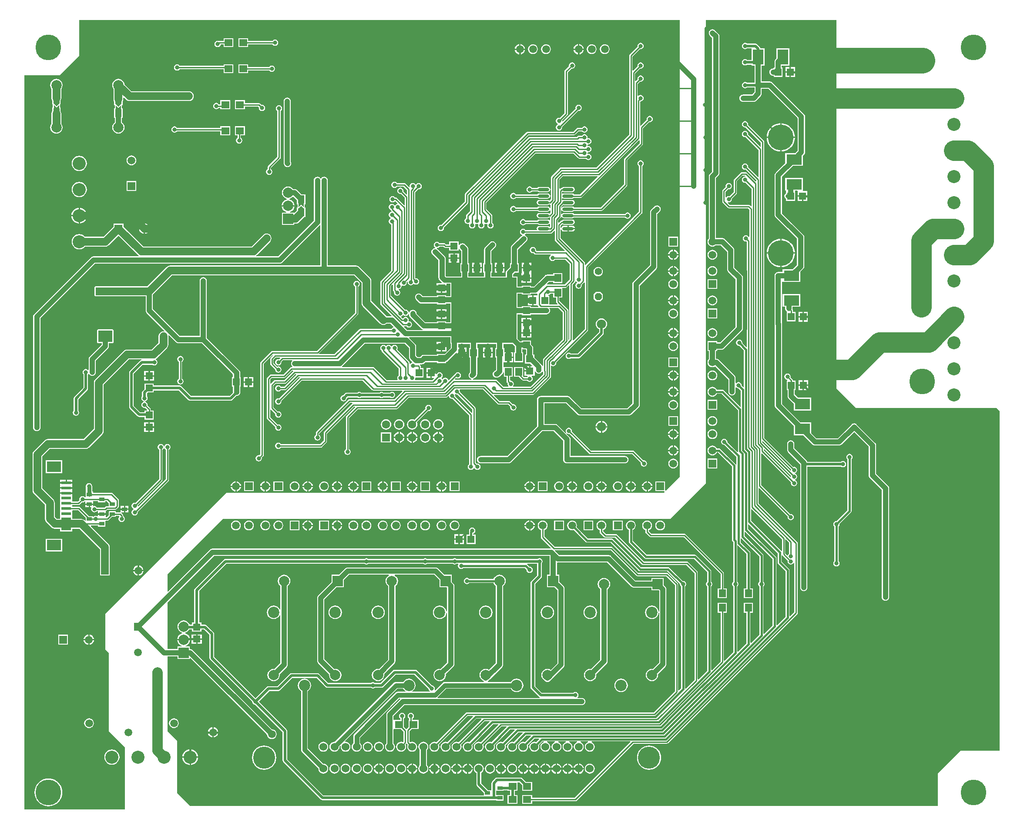
<source format=gbl>
G04 Layer_Physical_Order=2*
G04 Layer_Color=16711680*
%FSAX44Y44*%
%MOMM*%
G71*
G01*
G75*
%ADD13R,1.3500X1.5000*%
%ADD15R,1.2500X1.5000*%
%ADD18O,2.2000X0.6000*%
%ADD20R,1.0000X0.7000*%
%ADD36R,2.1000X2.9900*%
%ADD40R,1.4500X1.3500*%
%ADD41R,1.3500X1.4500*%
%ADD42R,1.5000X1.3500*%
%ADD51C,0.5000*%
%ADD52C,2.0000*%
%ADD53C,1.0000*%
%ADD54C,0.2540*%
%ADD55C,1.5000*%
%ADD56C,0.3840*%
%ADD57C,4.0000*%
%ADD58C,0.5240*%
%ADD59C,0.9000*%
%ADD61C,0.3810*%
%ADD62C,0.8000*%
%ADD66R,1.2700X1.2700*%
%ADD68R,2.0320X2.0320*%
%ADD69R,2.5400X1.2700*%
%ADD70R,2.1590X2.1590*%
%ADD78R,3.8100X1.5240*%
%ADD81C,5.0000*%
%ADD82C,1.6000*%
%ADD83R,1.6000X1.6000*%
%ADD84C,2.5400*%
%ADD85R,2.0000X2.0000*%
%ADD86C,2.0000*%
%ADD87C,1.5000*%
%ADD88R,1.5000X1.5000*%
%ADD89C,1.5240*%
%ADD90C,4.2900*%
%ADD91R,1.5000X1.5000*%
%ADD92P,1.5154X8X112.5*%
%ADD93C,1.4000*%
%ADD94R,2.0000X2.0000*%
%ADD95C,2.2000*%
%ADD96C,1.8000*%
%ADD97C,0.8000*%
%ADD98C,3.0000*%
%ADD99R,2.9900X2.1000*%
%ADD100R,2.8000X2.1000*%
%ADD101R,1.9000X0.6000*%
%ADD102C,5.0000*%
%ADD103R,9.9060X8.3820*%
%ADD104R,1.2700X1.9050*%
%ADD105R,1.0160X1.2700*%
%ADD106R,1.2805X1.2700*%
%ADD107R,12.7000X12.7000*%
%ADD108R,2.7940X2.2860*%
G36*
X01931184Y01524851D02*
X01930586Y01523731D01*
X01930400Y01523768D01*
X01928059Y01523302D01*
X01926074Y01521976D01*
X01924748Y01519991D01*
X01924283Y01517650D01*
X01924748Y01515309D01*
X01926074Y01513324D01*
X01928059Y01511998D01*
X01930400Y01511532D01*
X01931570Y01511765D01*
X01943046Y01500289D01*
Y01466208D01*
X01941873Y01465723D01*
X01939657Y01467937D01*
X01938576Y01468660D01*
X01937300Y01468914D01*
X01900031D01*
X01896350Y01472595D01*
X01896976Y01473766D01*
X01898650Y01473432D01*
X01900991Y01473898D01*
X01902976Y01475224D01*
X01904302Y01477209D01*
X01904767Y01479550D01*
X01904535Y01480720D01*
X01913707Y01489892D01*
X01914430Y01490974D01*
X01914684Y01492250D01*
Y01514999D01*
X01925431Y01525746D01*
X01930289D01*
X01931184Y01524851D01*
D02*
G37*
G36*
X02019765Y00953670D02*
X02019532Y00952500D01*
X02019569Y00952314D01*
X02018449Y00951716D01*
X01963334Y01006831D01*
Y01008441D01*
X01964507Y01008928D01*
X02019765Y00953670D01*
D02*
G37*
G36*
Y00940970D02*
X02019532Y00939800D01*
X02019569Y00939614D01*
X02018449Y00939016D01*
X01966564Y00990901D01*
Y00992512D01*
X01967737Y00992998D01*
X02019765Y00940970D01*
D02*
G37*
G36*
X02108200Y01111250D02*
X02146300Y01073150D01*
X02419350D01*
X02425700Y01066800D01*
Y00406400D01*
X02349500D01*
X02305050Y00361950D01*
Y00298450D01*
X00850900D01*
X00825500Y00323850D01*
Y00425450D01*
X00806450Y00444500D01*
Y00589840D01*
X00826200D01*
Y00584900D01*
X00850200D01*
Y00585956D01*
X00851373Y00586442D01*
X01000129Y00437686D01*
X01000395Y00435670D01*
X01001352Y00433359D01*
X01002875Y00431375D01*
X01004859Y00429852D01*
X01007170Y00428895D01*
X01009650Y00428568D01*
X01012130Y00428895D01*
X01014441Y00429852D01*
X01016425Y00431375D01*
X01017948Y00433359D01*
X01018905Y00435670D01*
X01019232Y00438150D01*
X01018905Y00440630D01*
X01017948Y00442941D01*
X01016425Y00444925D01*
X01014441Y00446448D01*
X01012130Y00447406D01*
X01010114Y00447671D01*
X00855892Y00601892D01*
X00854430Y00603014D01*
X00852727Y00603720D01*
X00850900Y00603960D01*
X00850200D01*
Y00608900D01*
X00841772D01*
X00841474Y00610083D01*
X00844524Y00611346D01*
X00847144Y00613356D01*
X00849154Y00615976D01*
X00850417Y00619026D01*
X00850681Y00621030D01*
X00838200D01*
X00825719D01*
X00825983Y00619026D01*
X00827246Y00615976D01*
X00829256Y00613356D01*
X00831876Y00611346D01*
X00834926Y00610083D01*
X00834628Y00608900D01*
X00826200D01*
Y00603960D01*
X00806450D01*
Y00694465D01*
X00897404Y00785420D01*
X01157993D01*
X01159740Y00785190D01*
X01161487Y00785420D01*
X01550190D01*
Y00748600D01*
X01545250D01*
Y00724600D01*
X01559265D01*
X01565200Y00718665D01*
Y00576334D01*
X01552402Y00563537D01*
X01551952Y00563882D01*
X01549033Y00565091D01*
X01545900Y00565504D01*
X01542767Y00565091D01*
X01539848Y00563882D01*
X01537341Y00561959D01*
X01535418Y00559452D01*
X01534209Y00556533D01*
X01533796Y00553400D01*
X01534209Y00550267D01*
X01535418Y00547348D01*
X01537341Y00544841D01*
X01539848Y00542918D01*
X01540433Y00542676D01*
X01540908Y00542058D01*
X01542370Y00540936D01*
X01544073Y00540230D01*
X01545900Y00539990D01*
X01547727Y00540230D01*
X01549430Y00540936D01*
X01550892Y00542058D01*
X01551612Y00542777D01*
X01551952Y00542918D01*
X01554458Y00544841D01*
X01556382Y00547348D01*
X01556523Y00547688D01*
X01577252Y00568418D01*
X01578374Y00569880D01*
X01579080Y00571583D01*
X01579320Y00573410D01*
Y00721590D01*
X01579080Y00723417D01*
X01578374Y00725120D01*
X01577252Y00726582D01*
X01569250Y00734585D01*
Y00748600D01*
X01564310D01*
Y00771967D01*
X01565265Y00772804D01*
X01565910Y00772720D01*
X01662045D01*
X01709508Y00725258D01*
X01710970Y00724136D01*
X01712673Y00723430D01*
X01714500Y00723190D01*
X01748450D01*
Y00718250D01*
X01762465D01*
X01763320Y00717395D01*
Y00676718D01*
X01762050Y00676635D01*
X01761765Y00678794D01*
X01760455Y00681956D01*
X01758372Y00684672D01*
X01755656Y00686756D01*
X01752494Y00688065D01*
X01749100Y00688512D01*
X01745706Y00688065D01*
X01742544Y00686756D01*
X01739828Y00684672D01*
X01737744Y00681956D01*
X01736435Y00678794D01*
X01735988Y00675400D01*
X01736435Y00672006D01*
X01737744Y00668844D01*
X01739828Y00666128D01*
X01742544Y00664044D01*
X01745706Y00662735D01*
X01749100Y00662288D01*
X01752494Y00662735D01*
X01755656Y00664044D01*
X01758372Y00666128D01*
X01760455Y00668844D01*
X01761765Y00672006D01*
X01762050Y00674165D01*
X01763320Y00674082D01*
Y00577604D01*
X01750972Y00565257D01*
X01749100Y00565504D01*
X01745967Y00565091D01*
X01743048Y00563882D01*
X01740542Y00561959D01*
X01738618Y00559452D01*
X01737409Y00556533D01*
X01736996Y00553400D01*
X01737409Y00550267D01*
X01738618Y00547348D01*
X01740542Y00544841D01*
X01743048Y00542918D01*
X01745967Y00541709D01*
X01749100Y00541297D01*
X01752233Y00541709D01*
X01755152Y00542918D01*
X01757659Y00544841D01*
X01759582Y00547348D01*
X01760791Y00550267D01*
X01761204Y00553400D01*
X01760957Y00555272D01*
X01775372Y00569688D01*
X01776494Y00571150D01*
X01777200Y00572853D01*
X01777440Y00574680D01*
Y00720320D01*
X01777200Y00722147D01*
X01776494Y00723850D01*
X01775372Y00725312D01*
X01772450Y00728235D01*
Y00742250D01*
X01748450D01*
Y00737310D01*
X01717424D01*
X01669962Y00784772D01*
X01668500Y00785894D01*
X01666797Y00786600D01*
X01664970Y00786840D01*
X01568835D01*
X01560082Y00795593D01*
X01560568Y00796766D01*
X01668669D01*
X01718492Y00746943D01*
X01719574Y00746220D01*
X01720850Y00745966D01*
X01776619D01*
X01793716Y00728869D01*
Y00522081D01*
X01752489Y00480854D01*
X01389480D01*
X01388204Y00480600D01*
X01387122Y00479878D01*
X01330009Y00422764D01*
X01328491Y00423392D01*
X01325980Y00423723D01*
X01323469Y00423392D01*
X01321129Y00422423D01*
X01319119Y00420881D01*
X01317577Y00418871D01*
X01316608Y00416531D01*
X01316277Y00414020D01*
X01316608Y00411509D01*
X01317577Y00409169D01*
X01319119Y00407159D01*
X01321129Y00405617D01*
X01323469Y00404648D01*
X01325980Y00404317D01*
X01328491Y00404648D01*
X01330831Y00405617D01*
X01332841Y00407159D01*
X01334383Y00409169D01*
X01335352Y00411509D01*
X01335683Y00414020D01*
X01335352Y00416531D01*
X01334724Y00418049D01*
X01390861Y00474186D01*
X01400434D01*
X01400920Y00473013D01*
X01350946Y00423038D01*
X01350091Y00423392D01*
X01347580Y00423723D01*
X01345069Y00423392D01*
X01342728Y00422423D01*
X01340719Y00420881D01*
X01339177Y00418871D01*
X01338208Y00416531D01*
X01337877Y00414020D01*
X01338208Y00411509D01*
X01339177Y00409169D01*
X01340719Y00407159D01*
X01342728Y00405617D01*
X01345069Y00404648D01*
X01347580Y00404317D01*
X01350091Y00404648D01*
X01352431Y00405617D01*
X01354441Y00407159D01*
X01355983Y00409169D01*
X01356952Y00411509D01*
X01357283Y00414020D01*
X01356952Y00416531D01*
X01356598Y00417386D01*
X01407545Y00468333D01*
X01417119D01*
X01417605Y00467160D01*
X01373209Y00422764D01*
X01371691Y00423392D01*
X01369180Y00423723D01*
X01366669Y00423392D01*
X01364328Y00422423D01*
X01362319Y00420881D01*
X01360777Y00418871D01*
X01359808Y00416531D01*
X01359477Y00414020D01*
X01359808Y00411509D01*
X01360777Y00409169D01*
X01362319Y00407159D01*
X01364328Y00405617D01*
X01366669Y00404648D01*
X01369180Y00404317D01*
X01371691Y00404648D01*
X01374032Y00405617D01*
X01376041Y00407159D01*
X01377583Y00409169D01*
X01378552Y00411509D01*
X01378883Y00414020D01*
X01378552Y00416531D01*
X01377924Y00418049D01*
X01423681Y00463806D01*
X01433254D01*
X01433740Y00462633D01*
X01394146Y00423038D01*
X01393291Y00423392D01*
X01390780Y00423723D01*
X01388269Y00423392D01*
X01385928Y00422423D01*
X01383919Y00420881D01*
X01382377Y00418871D01*
X01381408Y00416531D01*
X01381077Y00414020D01*
X01381408Y00411509D01*
X01382377Y00409169D01*
X01383919Y00407159D01*
X01385928Y00405617D01*
X01388269Y00404648D01*
X01390780Y00404317D01*
X01393291Y00404648D01*
X01395632Y00405617D01*
X01397641Y00407159D01*
X01399183Y00409169D01*
X01400152Y00411509D01*
X01400483Y00414020D01*
X01400152Y00416531D01*
X01399798Y00417386D01*
X01440365Y00457953D01*
X01449939D01*
X01450425Y00456780D01*
X01416409Y00422764D01*
X01414891Y00423392D01*
X01412380Y00423723D01*
X01409869Y00423392D01*
X01407529Y00422423D01*
X01405519Y00420881D01*
X01403977Y00418871D01*
X01403008Y00416531D01*
X01402677Y00414020D01*
X01403008Y00411509D01*
X01403977Y00409169D01*
X01405519Y00407159D01*
X01407529Y00405617D01*
X01409869Y00404648D01*
X01412380Y00404317D01*
X01414891Y00404648D01*
X01417231Y00405617D01*
X01419241Y00407159D01*
X01420783Y00409169D01*
X01421752Y00411509D01*
X01422083Y00414020D01*
X01421752Y00416531D01*
X01421124Y00418049D01*
X01456501Y00453426D01*
X01466074D01*
X01466560Y00452253D01*
X01437346Y00423038D01*
X01436491Y00423392D01*
X01433980Y00423723D01*
X01431469Y00423392D01*
X01429129Y00422423D01*
X01427119Y00420881D01*
X01425577Y00418871D01*
X01424608Y00416531D01*
X01424277Y00414020D01*
X01424608Y00411509D01*
X01425577Y00409169D01*
X01427119Y00407159D01*
X01429129Y00405617D01*
X01431469Y00404648D01*
X01433980Y00404317D01*
X01436491Y00404648D01*
X01438831Y00405617D01*
X01440841Y00407159D01*
X01442383Y00409169D01*
X01443352Y00411509D01*
X01443683Y00414020D01*
X01443352Y00416531D01*
X01442998Y00417386D01*
X01473185Y00447573D01*
X01481843D01*
X01482329Y00446400D01*
X01458961Y00423032D01*
X01458091Y00423392D01*
X01455580Y00423723D01*
X01453069Y00423392D01*
X01450728Y00422423D01*
X01448719Y00420881D01*
X01447177Y00418871D01*
X01446208Y00416531D01*
X01445877Y00414020D01*
X01446208Y00411509D01*
X01447177Y00409169D01*
X01448719Y00407159D01*
X01450728Y00405617D01*
X01453069Y00404648D01*
X01455580Y00404317D01*
X01458091Y00404648D01*
X01460432Y00405617D01*
X01462441Y00407159D01*
X01463983Y00409169D01*
X01464952Y00411509D01*
X01465283Y00414020D01*
X01464952Y00416531D01*
X01464592Y00417401D01*
X01488954Y00441763D01*
X01497634D01*
X01498120Y00440590D01*
X01480561Y00423032D01*
X01479691Y00423392D01*
X01477180Y00423723D01*
X01474669Y00423392D01*
X01472328Y00422423D01*
X01470319Y00420881D01*
X01468777Y00418871D01*
X01467808Y00416531D01*
X01467477Y00414020D01*
X01467808Y00411509D01*
X01468777Y00409169D01*
X01470319Y00407159D01*
X01472328Y00405617D01*
X01474669Y00404648D01*
X01477180Y00404317D01*
X01479691Y00404648D01*
X01482032Y00405617D01*
X01484041Y00407159D01*
X01485583Y00409169D01*
X01486552Y00411509D01*
X01486883Y00414020D01*
X01486552Y00416531D01*
X01486192Y00417401D01*
X01504744Y00435953D01*
X01513423D01*
X01513909Y00434780D01*
X01502161Y00423032D01*
X01501291Y00423392D01*
X01498780Y00423723D01*
X01496269Y00423392D01*
X01493929Y00422423D01*
X01491919Y00420881D01*
X01490377Y00418871D01*
X01489408Y00416531D01*
X01489077Y00414020D01*
X01489408Y00411509D01*
X01490377Y00409169D01*
X01491919Y00407159D01*
X01493929Y00405617D01*
X01496269Y00404648D01*
X01498780Y00404317D01*
X01501291Y00404648D01*
X01503631Y00405617D01*
X01505641Y00407159D01*
X01507183Y00409169D01*
X01508152Y00411509D01*
X01508483Y00414020D01*
X01508152Y00416531D01*
X01507792Y00417401D01*
X01520534Y00430144D01*
X01529214D01*
X01529700Y00428970D01*
X01523761Y00423032D01*
X01522891Y00423392D01*
X01520380Y00423723D01*
X01517869Y00423392D01*
X01515529Y00422423D01*
X01513519Y00420881D01*
X01511977Y00418871D01*
X01511008Y00416531D01*
X01510677Y00414020D01*
X01511008Y00411509D01*
X01511977Y00409169D01*
X01513519Y00407159D01*
X01515529Y00405617D01*
X01517869Y00404648D01*
X01520380Y00404317D01*
X01522891Y00404648D01*
X01525231Y00405617D01*
X01527241Y00407159D01*
X01528783Y00409169D01*
X01529752Y00411509D01*
X01530083Y00414020D01*
X01529752Y00416531D01*
X01529392Y00417401D01*
X01536324Y00424333D01*
X01538422D01*
X01538675Y00423064D01*
X01537128Y00422423D01*
X01535119Y00420881D01*
X01533577Y00418871D01*
X01532608Y00416531D01*
X01532277Y00414020D01*
X01532608Y00411509D01*
X01533577Y00409169D01*
X01535119Y00407159D01*
X01537128Y00405617D01*
X01539469Y00404648D01*
X01541980Y00404317D01*
X01544491Y00404648D01*
X01546832Y00405617D01*
X01548841Y00407159D01*
X01550383Y00409169D01*
X01551352Y00411509D01*
X01551683Y00414020D01*
X01551352Y00416531D01*
X01550383Y00418871D01*
X01548841Y00420881D01*
X01546832Y00422423D01*
X01545285Y00423064D01*
X01545538Y00424333D01*
X01560022D01*
X01560275Y00423064D01*
X01558728Y00422423D01*
X01556719Y00420881D01*
X01555177Y00418871D01*
X01554208Y00416531D01*
X01553877Y00414020D01*
X01554208Y00411509D01*
X01555177Y00409169D01*
X01556719Y00407159D01*
X01558728Y00405617D01*
X01561069Y00404648D01*
X01563580Y00404317D01*
X01566091Y00404648D01*
X01568432Y00405617D01*
X01570441Y00407159D01*
X01571983Y00409169D01*
X01572952Y00411509D01*
X01573283Y00414020D01*
X01572952Y00416531D01*
X01571983Y00418871D01*
X01570441Y00420881D01*
X01568432Y00422423D01*
X01566885Y00423064D01*
X01567138Y00424333D01*
X01581622D01*
X01581875Y00423064D01*
X01580329Y00422423D01*
X01578319Y00420881D01*
X01576777Y00418871D01*
X01575808Y00416531D01*
X01575477Y00414020D01*
X01575808Y00411509D01*
X01576777Y00409169D01*
X01578319Y00407159D01*
X01580329Y00405617D01*
X01582669Y00404648D01*
X01585180Y00404317D01*
X01587691Y00404648D01*
X01590031Y00405617D01*
X01592041Y00407159D01*
X01593583Y00409169D01*
X01594552Y00411509D01*
X01594883Y00414020D01*
X01594552Y00416531D01*
X01593583Y00418871D01*
X01592041Y00420881D01*
X01590031Y00422423D01*
X01588485Y00423064D01*
X01588738Y00424333D01*
X01603222D01*
X01603475Y00423064D01*
X01601929Y00422423D01*
X01599919Y00420881D01*
X01598377Y00418871D01*
X01597408Y00416531D01*
X01597077Y00414020D01*
X01597408Y00411509D01*
X01598377Y00409169D01*
X01599919Y00407159D01*
X01601929Y00405617D01*
X01604269Y00404648D01*
X01606780Y00404317D01*
X01609291Y00404648D01*
X01611631Y00405617D01*
X01613641Y00407159D01*
X01615183Y00409169D01*
X01616152Y00411509D01*
X01616483Y00414020D01*
X01616152Y00416531D01*
X01615183Y00418871D01*
X01613641Y00420881D01*
X01611631Y00422423D01*
X01610085Y00423064D01*
X01610338Y00424333D01*
X01624822D01*
X01625075Y00423064D01*
X01623528Y00422423D01*
X01621519Y00420881D01*
X01619977Y00418871D01*
X01619008Y00416531D01*
X01618677Y00414020D01*
X01619008Y00411509D01*
X01619977Y00409169D01*
X01621519Y00407159D01*
X01623528Y00405617D01*
X01625869Y00404648D01*
X01628380Y00404317D01*
X01630891Y00404648D01*
X01633232Y00405617D01*
X01635241Y00407159D01*
X01636783Y00409169D01*
X01637752Y00411509D01*
X01638083Y00414020D01*
X01637752Y00416531D01*
X01636783Y00418871D01*
X01635241Y00420881D01*
X01633232Y00422423D01*
X01631685Y00423064D01*
X01631938Y00424333D01*
X01707009D01*
X01707495Y00423160D01*
X01598819Y00314484D01*
X01516000D01*
Y00319900D01*
X01497000D01*
Y00302400D01*
X01516000D01*
Y00307816D01*
X01600200D01*
X01601476Y00308070D01*
X01602558Y00308792D01*
X01713571Y00419806D01*
X01778204D01*
X01779480Y00420060D01*
X01780562Y00420783D01*
X02031817Y00672038D01*
X02032540Y00673120D01*
X02032794Y00674396D01*
Y00810260D01*
X02032540Y00811536D01*
X02031817Y00812617D01*
X01956594Y00887841D01*
Y00917392D01*
X01957767Y00917878D01*
X02013415Y00862230D01*
X02013183Y00861060D01*
X02013648Y00858719D01*
X02014974Y00856734D01*
X02016959Y00855408D01*
X02019300Y00854942D01*
X02021641Y00855408D01*
X02023626Y00856734D01*
X02024952Y00858719D01*
X02025417Y00861060D01*
X02024952Y00863401D01*
X02023626Y00865386D01*
X02021641Y00866712D01*
X02019300Y00867178D01*
X02018130Y00866945D01*
X01961674Y00923401D01*
Y00984702D01*
X01962847Y00985188D01*
X02019765Y00928270D01*
X02019532Y00927100D01*
X02019998Y00924759D01*
X02021324Y00922774D01*
X02023309Y00921448D01*
X02025650Y00920983D01*
X02027991Y00921448D01*
X02029976Y00922774D01*
X02031302Y00924759D01*
X02031767Y00927100D01*
X02031302Y00929441D01*
X02029976Y00931426D01*
X02027991Y00932752D01*
X02027736Y00932803D01*
Y00934097D01*
X02027991Y00934148D01*
X02029976Y00935474D01*
X02031302Y00937459D01*
X02031767Y00939800D01*
X02031302Y00942141D01*
X02029976Y00944126D01*
X02027991Y00945452D01*
X02027736Y00945503D01*
Y00946797D01*
X02027991Y00946848D01*
X02029976Y00948174D01*
X02031302Y00950159D01*
X02031767Y00952500D01*
X02031302Y00954841D01*
X02029976Y00956826D01*
X02027991Y00958152D01*
X02025650Y00958617D01*
X02024480Y00958385D01*
X01967874Y01014991D01*
Y01591460D01*
X01967620Y01592736D01*
X01966897Y01593817D01*
X01936285Y01624430D01*
X01936517Y01625600D01*
X01936052Y01627941D01*
X01934726Y01629926D01*
X01932741Y01631252D01*
X01930400Y01631718D01*
X01928059Y01631252D01*
X01926074Y01629926D01*
X01924748Y01627941D01*
X01924283Y01625600D01*
X01924748Y01623259D01*
X01926074Y01621274D01*
X01928059Y01619948D01*
X01930400Y01619483D01*
X01931570Y01619715D01*
X01961206Y01590079D01*
Y01582119D01*
X01960033Y01581633D01*
X01936285Y01605380D01*
X01936517Y01606550D01*
X01936052Y01608891D01*
X01934726Y01610876D01*
X01932741Y01612202D01*
X01930400Y01612668D01*
X01928059Y01612202D01*
X01926074Y01610876D01*
X01924748Y01608891D01*
X01924283Y01606550D01*
X01924748Y01604209D01*
X01926074Y01602224D01*
X01928059Y01600898D01*
X01930400Y01600432D01*
X01931570Y01600665D01*
X01956666Y01575569D01*
Y01523159D01*
X01955493Y01522672D01*
X01936285Y01541880D01*
X01936517Y01543050D01*
X01936052Y01545391D01*
X01934726Y01547376D01*
X01932741Y01548702D01*
X01930400Y01549167D01*
X01928059Y01548702D01*
X01926074Y01547376D01*
X01924748Y01545391D01*
X01924283Y01543050D01*
X01924748Y01540709D01*
X01926074Y01538724D01*
X01928059Y01537398D01*
X01930400Y01536933D01*
X01931570Y01537165D01*
X01952126Y01516609D01*
Y01514998D01*
X01950953Y01514512D01*
X01934028Y01531438D01*
X01932946Y01532160D01*
X01931670Y01532414D01*
X01924050D01*
X01922774Y01532160D01*
X01921693Y01531438D01*
X01908992Y01518737D01*
X01908270Y01517656D01*
X01908016Y01516380D01*
Y01493631D01*
X01899820Y01485435D01*
X01898650Y01485668D01*
X01896309Y01485202D01*
X01894324Y01483876D01*
X01893824Y01483127D01*
X01892554Y01483512D01*
Y01494139D01*
X01897480Y01499065D01*
X01898650Y01498833D01*
X01900991Y01499298D01*
X01902976Y01500624D01*
X01904302Y01502609D01*
X01904767Y01504950D01*
X01904302Y01507291D01*
X01902976Y01509276D01*
X01900991Y01510602D01*
X01898650Y01511068D01*
X01896309Y01510602D01*
X01894324Y01509276D01*
X01892998Y01507291D01*
X01892533Y01504950D01*
X01892765Y01503780D01*
X01886862Y01497878D01*
X01886140Y01496796D01*
X01885886Y01495520D01*
Y01475010D01*
X01886140Y01473734D01*
X01886862Y01472652D01*
X01896293Y01463223D01*
X01897374Y01462500D01*
X01898650Y01462246D01*
X01935919D01*
X01938506Y01459659D01*
Y01406624D01*
X01937236Y01406239D01*
X01936276Y01407676D01*
X01934291Y01409002D01*
X01931950Y01409467D01*
X01929609Y01409002D01*
X01927624Y01407676D01*
X01926298Y01405691D01*
X01925833Y01403350D01*
X01926298Y01401009D01*
X01927624Y01399024D01*
X01929609Y01397698D01*
X01931950Y01397233D01*
X01933120Y01397465D01*
X01933966Y01396619D01*
Y01192444D01*
X01932793Y01191958D01*
X01925007Y01199744D01*
X01925087Y01200150D01*
X01924622Y01202491D01*
X01923296Y01204476D01*
X01921311Y01205802D01*
X01918970Y01206267D01*
X01916629Y01205802D01*
X01914644Y01204476D01*
X01913318Y01202491D01*
X01912852Y01200150D01*
X01913318Y01197809D01*
X01914644Y01195824D01*
X01916629Y01194498D01*
X01918970Y01194033D01*
X01919376Y01194113D01*
X01928143Y01185346D01*
Y01114446D01*
X01926970Y01113960D01*
X01923737Y01117194D01*
X01923817Y01117600D01*
X01923352Y01119941D01*
X01922026Y01121926D01*
X01920041Y01123252D01*
X01917700Y01123717D01*
X01915359Y01123252D01*
X01913374Y01121926D01*
X01913276Y01121778D01*
X01912060Y01122147D01*
Y01131570D01*
X01911820Y01133397D01*
X01911115Y01135100D01*
X01909992Y01136562D01*
X01879512Y01167042D01*
X01878050Y01168165D01*
X01876347Y01168870D01*
X01874520Y01169110D01*
X01873960D01*
Y01184300D01*
X01876400D01*
Y01186740D01*
X01884680D01*
X01886507Y01186980D01*
X01888210Y01187685D01*
X01889672Y01188808D01*
X01923962Y01223098D01*
X01925085Y01224560D01*
X01925790Y01226263D01*
X01926030Y01228090D01*
Y01243330D01*
Y01327150D01*
X01925790Y01328977D01*
X01925085Y01330680D01*
X01923962Y01332142D01*
X01909520Y01346584D01*
Y01380490D01*
X01909280Y01382317D01*
X01908575Y01384020D01*
X01907452Y01385482D01*
X01890942Y01401992D01*
X01889480Y01403114D01*
X01887777Y01403820D01*
X01885950Y01404060D01*
X01873960D01*
Y01521075D01*
X01878242Y01525358D01*
X01879364Y01526820D01*
X01880070Y01528523D01*
X01880310Y01530350D01*
Y01581150D01*
Y01651000D01*
Y01727200D01*
Y01797050D01*
X01880070Y01798877D01*
X01879364Y01800580D01*
X01878242Y01802042D01*
X01871892Y01808392D01*
X01870430Y01809514D01*
X01868727Y01810220D01*
X01866900Y01810460D01*
X01865073Y01810220D01*
X01863370Y01809514D01*
X01861908Y01808392D01*
X01860786Y01806930D01*
X01860080Y01805227D01*
X01859840Y01803400D01*
X01860080Y01801573D01*
X01860786Y01799870D01*
X01861908Y01798408D01*
X01866190Y01794126D01*
Y01727200D01*
Y01651000D01*
Y01581150D01*
Y01533275D01*
X01861908Y01528992D01*
X01860786Y01527530D01*
X01860080Y01525827D01*
X01859840Y01524000D01*
Y01403404D01*
X01858602Y01401791D01*
X01857645Y01399480D01*
X01857318Y01397000D01*
X01857645Y01394520D01*
X01858602Y01392209D01*
X01860125Y01390225D01*
X01862109Y01388702D01*
X01864420Y01387744D01*
X01866900Y01387418D01*
X01869380Y01387744D01*
X01871691Y01388702D01*
X01873304Y01389940D01*
X01883026D01*
X01895400Y01377565D01*
Y01343660D01*
X01895640Y01341833D01*
X01896346Y01340130D01*
X01897468Y01338668D01*
X01911910Y01324225D01*
Y01243330D01*
Y01231014D01*
X01881756Y01200860D01*
X01876400D01*
Y01203300D01*
X01857400D01*
Y01184300D01*
X01859840D01*
Y01168454D01*
X01858602Y01166841D01*
X01857645Y01164530D01*
X01857318Y01162050D01*
X01857645Y01159570D01*
X01858602Y01157259D01*
X01860125Y01155275D01*
X01862109Y01153752D01*
X01864420Y01152794D01*
X01866900Y01152468D01*
X01869380Y01152794D01*
X01871691Y01153752D01*
X01872337Y01154248D01*
X01897940Y01128645D01*
Y01115060D01*
Y01104900D01*
X01898180Y01103073D01*
X01898885Y01101370D01*
X01900008Y01099908D01*
X01901470Y01098785D01*
X01903173Y01098080D01*
X01905000Y01097840D01*
X01906827Y01098080D01*
X01908530Y01098785D01*
X01909992Y01099908D01*
X01911115Y01101370D01*
X01911820Y01103073D01*
X01912060Y01104900D01*
Y01112955D01*
X01913330Y01113340D01*
X01913374Y01113274D01*
X01915359Y01111948D01*
X01917700Y01111482D01*
X01918106Y01111563D01*
X01922334Y01107336D01*
Y01075807D01*
X01921160Y01075321D01*
X01888765Y01107715D01*
X01887474Y01108578D01*
X01885950Y01108882D01*
X01875533D01*
X01875198Y01109691D01*
X01873675Y01111675D01*
X01871691Y01113198D01*
X01869380Y01114156D01*
X01866900Y01114482D01*
X01864420Y01114156D01*
X01862109Y01113198D01*
X01860125Y01111675D01*
X01858602Y01109691D01*
X01857645Y01107380D01*
X01857318Y01104900D01*
X01857645Y01102420D01*
X01858602Y01100109D01*
X01860125Y01098124D01*
X01862109Y01096602D01*
X01864420Y01095645D01*
X01866900Y01095318D01*
X01869380Y01095645D01*
X01871691Y01096602D01*
X01873675Y01098124D01*
X01875198Y01100109D01*
X01875533Y01100919D01*
X01884301D01*
X01916523Y01068696D01*
Y00989091D01*
X01916706Y00988172D01*
X01915694Y00987581D01*
X01915536Y00987546D01*
X01896080Y01007002D01*
X01896158Y01007390D01*
X01895692Y01009731D01*
X01894366Y01011716D01*
X01892381Y01013042D01*
X01890040Y01013508D01*
X01887699Y01013042D01*
X01885714Y01011716D01*
X01884388Y01009731D01*
X01883922Y01007390D01*
X01884388Y01005049D01*
X01885714Y01003064D01*
X01887699Y01001738D01*
X01890040Y01001272D01*
X01890428Y01001350D01*
X01913703Y00978074D01*
Y00963709D01*
X01912526Y00962983D01*
X01912433Y00962996D01*
X01911625Y00964205D01*
X01882415Y00993415D01*
X01881124Y00994278D01*
X01879600Y00994582D01*
X01875533D01*
X01875198Y00995391D01*
X01873675Y00997375D01*
X01871691Y00998898D01*
X01869380Y00999855D01*
X01866900Y01000182D01*
X01864420Y00999855D01*
X01862109Y00998898D01*
X01860125Y00997375D01*
X01858602Y00995391D01*
X01857645Y00993080D01*
X01857318Y00990600D01*
X01857645Y00988120D01*
X01858602Y00985809D01*
X01860125Y00983824D01*
X01862109Y00982302D01*
X01864420Y00981345D01*
X01866900Y00981018D01*
X01869380Y00981345D01*
X01871691Y00982302D01*
X01873675Y00983824D01*
X01875198Y00985809D01*
X01875533Y00986618D01*
X01877951D01*
X01904828Y00959741D01*
Y00816610D01*
X01905132Y00815086D01*
X01905995Y00813795D01*
X01907368Y00812421D01*
Y00734806D01*
X01907024Y00734576D01*
X01905698Y00732591D01*
X01905233Y00730250D01*
X01905698Y00727909D01*
X01907024Y00725924D01*
X01907368Y00725694D01*
Y00598184D01*
X01890457Y00581273D01*
X01889284Y00581758D01*
Y00674750D01*
X01894700D01*
Y00693750D01*
X01877200D01*
Y00674750D01*
X01882616D01*
Y00579834D01*
X01865705Y00562923D01*
X01864532Y00563409D01*
Y00725694D01*
X01864876Y00725924D01*
X01866202Y00727909D01*
X01866667Y00730250D01*
X01866202Y00732591D01*
X01864876Y00734576D01*
X01864532Y00734806D01*
Y00755650D01*
X01864228Y00757174D01*
X01863365Y00758465D01*
X01835425Y00786405D01*
X01834134Y00787268D01*
X01832610Y00787571D01*
X01739009D01*
X01712132Y00814449D01*
Y00835917D01*
X01712941Y00836252D01*
X01714926Y00837775D01*
X01716448Y00839759D01*
X01717406Y00842070D01*
X01717732Y00844550D01*
X01717406Y00847030D01*
X01716448Y00849341D01*
X01714926Y00851325D01*
X01712941Y00852848D01*
X01710630Y00853805D01*
X01708150Y00854132D01*
X01705670Y00853805D01*
X01703359Y00852848D01*
X01701375Y00851325D01*
X01699852Y00849341D01*
X01698895Y00847030D01*
X01698568Y00844550D01*
X01698895Y00842070D01*
X01699852Y00839759D01*
X01701375Y00837775D01*
X01703359Y00836252D01*
X01704169Y00835917D01*
Y00812800D01*
X01704472Y00811276D01*
X01705335Y00809985D01*
X01734545Y00780775D01*
X01735836Y00779912D01*
X01737360Y00779609D01*
X01830961D01*
X01856568Y00754001D01*
Y00734806D01*
X01856224Y00734576D01*
X01854898Y00732591D01*
X01854433Y00730250D01*
X01854898Y00727909D01*
X01856224Y00725924D01*
X01856568Y00725694D01*
Y00562021D01*
X01839657Y00545110D01*
X01838484Y00545596D01*
Y00753110D01*
X01838230Y00754386D01*
X01837507Y00755468D01*
X01819727Y00773248D01*
X01818646Y00773970D01*
X01817370Y00774224D01*
X01733661D01*
X01681297Y00826588D01*
X01680216Y00827310D01*
X01678940Y00827564D01*
X01660001D01*
X01654334Y00833231D01*
Y00835648D01*
X01655791Y00836252D01*
X01657776Y00837775D01*
X01659298Y00839759D01*
X01660255Y00842070D01*
X01660582Y00844550D01*
X01660255Y00847030D01*
X01659298Y00849341D01*
X01657776Y00851325D01*
X01655791Y00852848D01*
X01653480Y00853805D01*
X01651000Y00854132D01*
X01648520Y00853805D01*
X01646209Y00852848D01*
X01644225Y00851325D01*
X01642702Y00849341D01*
X01641745Y00847030D01*
X01641418Y00844550D01*
X01641745Y00842070D01*
X01642702Y00839759D01*
X01644225Y00837775D01*
X01646209Y00836252D01*
X01647666Y00835648D01*
Y00831850D01*
X01647920Y00830574D01*
X01648642Y00829492D01*
X01656263Y00821872D01*
X01657344Y00821150D01*
X01658620Y00820896D01*
X01677559D01*
X01729922Y00768532D01*
X01731004Y00767810D01*
X01732280Y00767556D01*
X01815989D01*
X01831816Y00751729D01*
Y00543671D01*
X01815017Y00526872D01*
X01813747Y00527398D01*
Y00725704D01*
X01814076Y00725924D01*
X01815402Y00727909D01*
X01815867Y00730250D01*
X01815402Y00732591D01*
X01814076Y00734576D01*
X01812091Y00735902D01*
X01809750Y00736367D01*
X01809344Y00736287D01*
X01783355Y00762275D01*
X01782064Y00763138D01*
X01780540Y00763441D01*
X01727579D01*
X01672865Y00818155D01*
X01671574Y00819018D01*
X01670050Y00819322D01*
X01624709D01*
X01602770Y00841261D01*
X01603105Y00842070D01*
X01603432Y00844550D01*
X01603105Y00847030D01*
X01602148Y00849341D01*
X01600625Y00851325D01*
X01598641Y00852848D01*
X01596330Y00853805D01*
X01593850Y00854132D01*
X01591370Y00853805D01*
X01589059Y00852848D01*
X01587074Y00851325D01*
X01585552Y00849341D01*
X01584595Y00847030D01*
X01584268Y00844550D01*
X01584595Y00842070D01*
X01585552Y00839759D01*
X01587074Y00837775D01*
X01589059Y00836252D01*
X01591370Y00835294D01*
X01593850Y00834968D01*
X01596330Y00835294D01*
X01597139Y00835630D01*
X01620245Y00812525D01*
X01621536Y00811662D01*
X01623060Y00811358D01*
X01668401D01*
X01723115Y00756645D01*
X01724406Y00755782D01*
X01725930Y00755479D01*
X01778891D01*
X01803713Y00730656D01*
X01803633Y00730250D01*
X01804098Y00727909D01*
X01805424Y00725924D01*
X01805753Y00725704D01*
Y00527716D01*
X01801557Y00523520D01*
X01800384Y00524006D01*
Y00730250D01*
X01800130Y00731526D01*
X01799408Y00732607D01*
X01780358Y00751657D01*
X01779276Y00752380D01*
X01778000Y00752634D01*
X01722231D01*
X01672408Y00802458D01*
X01671326Y00803180D01*
X01670050Y00803434D01*
X01559671D01*
X01540034Y00823071D01*
Y00835648D01*
X01541491Y00836252D01*
X01543475Y00837775D01*
X01544998Y00839759D01*
X01545956Y00842070D01*
X01546282Y00844550D01*
X01545956Y00847030D01*
X01544998Y00849341D01*
X01543475Y00851325D01*
X01541491Y00852848D01*
X01539180Y00853805D01*
X01536700Y00854132D01*
X01534220Y00853805D01*
X01531909Y00852848D01*
X01529925Y00851325D01*
X01528402Y00849341D01*
X01527444Y00847030D01*
X01527118Y00844550D01*
X01527444Y00842070D01*
X01528402Y00839759D01*
X01529925Y00837775D01*
X01531909Y00836252D01*
X01533366Y00835648D01*
Y00821690D01*
X01533620Y00820414D01*
X01534342Y00819333D01*
X01552865Y00800810D01*
X01552339Y00799540D01*
X00894480D01*
X00892653Y00799300D01*
X00890950Y00798595D01*
X00889488Y00797472D01*
X00807623Y00715608D01*
X00806450Y00716094D01*
Y00749300D01*
X00914400Y00857250D01*
X01784350D01*
X01854200Y00927100D01*
Y01828800D01*
X02108200D01*
Y01111250D01*
D02*
G37*
G36*
X01803400Y00939800D02*
X01776070Y00912470D01*
X01774800Y00912996D01*
Y00930250D01*
X01755800D01*
Y00911250D01*
X01773054D01*
X01773580Y00909980D01*
X01771650Y00908050D01*
X00920750D01*
X00774700Y00762000D01*
X00685800Y00673100D01*
Y00603250D01*
X00692150Y00596900D01*
Y00444500D01*
X00723900Y00412750D01*
Y00292100D01*
X00528334D01*
Y01720850D01*
X00596900D01*
X00635000Y01758950D01*
Y01828800D01*
X01803400D01*
Y00939800D01*
D02*
G37*
G36*
X02001996Y00817769D02*
Y00795380D01*
X02000726Y00794995D01*
X02000525Y00795295D01*
X01942001Y00853819D01*
Y00876104D01*
X01943175Y00876590D01*
X02001996Y00817769D01*
D02*
G37*
G36*
X02015966Y00811419D02*
Y00789848D01*
X02014974Y00789186D01*
X02013648Y00787201D01*
X02013537Y00786641D01*
X02012321Y00786272D01*
X02008664Y00789930D01*
Y00817061D01*
X02009837Y00817548D01*
X02015966Y00811419D01*
D02*
G37*
G36*
X01958168Y00784481D02*
Y00734806D01*
X01957824Y00734576D01*
X01956498Y00732591D01*
X01956033Y00730250D01*
X01956498Y00727909D01*
X01957824Y00725924D01*
X01958168Y00725694D01*
Y00632487D01*
X01941905Y00616223D01*
X01940732Y00616709D01*
Y00674750D01*
X01945500D01*
Y00693750D01*
X01928000D01*
Y00674750D01*
X01932769D01*
Y00615303D01*
X01916505Y00599040D01*
X01915332Y00599526D01*
Y00725694D01*
X01915676Y00725924D01*
X01917002Y00727909D01*
X01917467Y00730250D01*
X01917002Y00732591D01*
X01915676Y00734576D01*
X01915332Y00734806D01*
Y00805317D01*
X01916505Y00805803D01*
X01932753Y00789555D01*
Y00722250D01*
X01928000D01*
Y00703250D01*
X01945500D01*
Y00722250D01*
X01940747D01*
Y00791210D01*
X01940443Y00792739D01*
X01939576Y00794036D01*
X01921697Y00811916D01*
Y00819156D01*
X01922967Y00819682D01*
X01958168Y00784481D01*
D02*
G37*
G36*
X02002973Y00786191D02*
X02013395Y00775769D01*
X02013183Y00774700D01*
X02013648Y00772359D01*
X02014974Y00770374D01*
X02016959Y00769048D01*
X02019300Y00768583D01*
X02021641Y00769048D01*
X02023626Y00770374D01*
X02024180Y00771203D01*
X02025884Y00771468D01*
X02026126Y00771274D01*
Y00675777D01*
X02018105Y00667756D01*
X02016931Y00668242D01*
Y00757076D01*
X02016628Y00758599D01*
X02015765Y00759891D01*
X02001691Y00773965D01*
Y00785822D01*
X02002961Y00786208D01*
X02002973Y00786191D01*
D02*
G37*
G36*
X01993728Y00790831D02*
Y00772316D01*
X01994032Y00770792D01*
X01994895Y00769500D01*
X02008969Y00755426D01*
Y00666854D01*
X01992705Y00650590D01*
X01991532Y00651076D01*
Y00781050D01*
X01991228Y00782574D01*
X01990365Y00783865D01*
X01936192Y00838039D01*
Y00846709D01*
X01937365Y00847195D01*
X01993728Y00790831D01*
D02*
G37*
G36*
X01983569Y00779401D02*
Y00649670D01*
X01967305Y00633407D01*
X01966131Y00633893D01*
Y00725694D01*
X01966476Y00725924D01*
X01967802Y00727909D01*
X01968268Y00730250D01*
X01967802Y00732591D01*
X01966476Y00734576D01*
X01966131Y00734806D01*
Y00786130D01*
X01965828Y00787654D01*
X01964965Y00788945D01*
X01929301Y00824609D01*
Y00831872D01*
X01930571Y00832398D01*
X01983569Y00779401D01*
D02*
G37*
%LPC*%
G36*
X01930400Y01784117D02*
X01928059Y01783652D01*
X01926074Y01782326D01*
X01924748Y01780341D01*
X01924283Y01778000D01*
X01924748Y01775659D01*
X01926074Y01773674D01*
X01928059Y01772348D01*
X01930400Y01771882D01*
X01932741Y01772348D01*
X01934333Y01773412D01*
X01942132D01*
X01943380Y01773360D01*
Y01750838D01*
X01934333D01*
X01932741Y01751902D01*
X01930400Y01752368D01*
X01928059Y01751902D01*
X01926074Y01750576D01*
X01924748Y01748591D01*
X01924283Y01746250D01*
X01924748Y01743909D01*
X01926074Y01741924D01*
X01928059Y01740598D01*
X01930400Y01740132D01*
X01932741Y01740598D01*
X01934333Y01741662D01*
X01943380D01*
Y01739460D01*
X01948740D01*
Y01706388D01*
X01934333D01*
X01932741Y01707452D01*
X01930400Y01707917D01*
X01928059Y01707452D01*
X01926074Y01706126D01*
X01924748Y01704141D01*
X01924283Y01701800D01*
X01924748Y01699459D01*
X01926074Y01697474D01*
X01928059Y01696148D01*
X01930400Y01695683D01*
X01932741Y01696148D01*
X01934333Y01697212D01*
X01948740D01*
Y01688215D01*
X01943985Y01683460D01*
X01926590D01*
X01924763Y01683220D01*
X01923060Y01682514D01*
X01921598Y01681392D01*
X01920475Y01679930D01*
X01919770Y01678227D01*
X01919530Y01676400D01*
X01919770Y01674573D01*
X01920475Y01672870D01*
X01921598Y01671408D01*
X01923060Y01670285D01*
X01924763Y01669580D01*
X01926590Y01669340D01*
X01946910D01*
X01948737Y01669580D01*
X01950440Y01670285D01*
X01951902Y01671408D01*
X01960792Y01680298D01*
X01961915Y01681760D01*
X01962620Y01683463D01*
X01962860Y01685290D01*
Y01694740D01*
X01975735D01*
X02032940Y01637536D01*
Y01574214D01*
X02028165Y01569440D01*
X02008700D01*
Y01549975D01*
X01990128Y01531402D01*
X01989005Y01529940D01*
X01988300Y01528237D01*
X01988060Y01526410D01*
Y01449120D01*
X01988300Y01447293D01*
X01989005Y01445590D01*
X01990128Y01444128D01*
X02031290Y01402966D01*
Y01351745D01*
X02022925Y01343380D01*
X02003620D01*
Y01338020D01*
X01995120D01*
X01993293Y01337780D01*
X01991590Y01337074D01*
X01990128Y01335952D01*
X01989005Y01334490D01*
X01988300Y01332787D01*
X01988060Y01330960D01*
Y01237030D01*
X01988110Y01236650D01*
Y01078230D01*
X01988350Y01076403D01*
X01989055Y01074700D01*
X01990178Y01073238D01*
X02025210Y01038205D01*
Y01020090D01*
X02043325D01*
X02061298Y01002118D01*
X02062760Y01000995D01*
X02064463Y01000290D01*
X02066290Y01000050D01*
X02113280D01*
X02115107Y01000290D01*
X02116810Y01000995D01*
X02118272Y01002118D01*
X02142490Y01026335D01*
X02170990Y00997835D01*
Y00942340D01*
X02171230Y00940513D01*
X02171935Y00938810D01*
X02173058Y00937348D01*
X02196390Y00914016D01*
Y00786130D01*
Y00704850D01*
X02196630Y00703023D01*
X02197336Y00701320D01*
X02198458Y00699858D01*
X02199920Y00698736D01*
X02201623Y00698030D01*
X02203450Y00697790D01*
X02205277Y00698030D01*
X02206980Y00698736D01*
X02208442Y00699858D01*
X02209565Y00701320D01*
X02210270Y00703023D01*
X02210510Y00704850D01*
Y00786130D01*
Y00916940D01*
X02210270Y00918767D01*
X02209565Y00920470D01*
X02208442Y00921932D01*
X02185110Y00945265D01*
Y01000760D01*
X02184870Y01002587D01*
X02184164Y01004290D01*
X02183042Y01005752D01*
X02147482Y01041312D01*
X02146020Y01042434D01*
X02144317Y01043140D01*
X02142490Y01043380D01*
X02140663Y01043140D01*
X02138960Y01042434D01*
X02137498Y01041312D01*
X02110356Y01014170D01*
X02069214D01*
X02059110Y01024275D01*
Y01045090D01*
X02038295D01*
X02002230Y01081154D01*
Y01236980D01*
X02002180Y01237360D01*
Y01323900D01*
X02003620D01*
Y01318380D01*
X02037520D01*
Y01338005D01*
X02043342Y01343828D01*
X02044465Y01345290D01*
X02045170Y01346993D01*
X02045410Y01348820D01*
Y01405890D01*
X02045170Y01407717D01*
X02044465Y01409420D01*
X02043342Y01410882D01*
X02002180Y01452045D01*
Y01523486D01*
X02023135Y01544440D01*
X02042600D01*
Y01563905D01*
X02044993Y01566298D01*
X02046115Y01567760D01*
X02046820Y01569463D01*
X02047060Y01571290D01*
Y01640460D01*
X02046820Y01642287D01*
X02046115Y01643990D01*
X02044993Y01645452D01*
X01983652Y01706792D01*
X01982190Y01707914D01*
X01980487Y01708620D01*
X01978660Y01708860D01*
X01962860D01*
Y01739460D01*
X01968380D01*
Y01773360D01*
X01960365D01*
X01960119Y01774596D01*
X01959124Y01776084D01*
X01953964Y01781244D01*
X01952476Y01782239D01*
X01950720Y01782588D01*
X01934333D01*
X01932741Y01783652D01*
X01930400Y01784117D01*
D02*
G37*
G36*
X02027640Y01736990D02*
X02019620D01*
Y01728470D01*
X02027640D01*
Y01736990D01*
D02*
G37*
G36*
X02017080D02*
X02009060D01*
Y01728470D01*
X02017080D01*
Y01736990D01*
D02*
G37*
G36*
X02016480Y01773360D02*
X01991480D01*
Y01753895D01*
X01989858Y01752272D01*
X01988736Y01750810D01*
X01988030Y01749107D01*
X01987790Y01747280D01*
Y01736450D01*
X01986100D01*
Y01734260D01*
X01985010D01*
X01983183Y01734020D01*
X01981480Y01733315D01*
X01980018Y01732192D01*
X01978896Y01730730D01*
X01978190Y01729027D01*
X01977950Y01727200D01*
X01978190Y01725373D01*
X01978896Y01723670D01*
X01980018Y01722208D01*
X01981480Y01721086D01*
X01983183Y01720380D01*
X01985010Y01720140D01*
X01986100D01*
Y01717950D01*
X02003600D01*
Y01736450D01*
X02001910D01*
Y01739460D01*
X02016480D01*
Y01773360D01*
D02*
G37*
G36*
X02027640Y01725930D02*
X02019620D01*
Y01717410D01*
X02027640D01*
Y01725930D01*
D02*
G37*
G36*
X02017080D02*
X02009060D01*
Y01717410D01*
X02017080D01*
Y01725930D01*
D02*
G37*
G36*
X02001270Y01627525D02*
Y01601270D01*
X02027525D01*
X02027285Y01604321D01*
X02026273Y01608537D01*
X02024614Y01612542D01*
X02022349Y01616238D01*
X02019534Y01619534D01*
X02016238Y01622349D01*
X02012542Y01624614D01*
X02008537Y01626273D01*
X02004321Y01627285D01*
X02001270Y01627525D01*
D02*
G37*
G36*
X01998730D02*
X01995679Y01627285D01*
X01991463Y01626273D01*
X01987458Y01624614D01*
X01983762Y01622349D01*
X01980466Y01619534D01*
X01977651Y01616238D01*
X01975386Y01612542D01*
X01973727Y01608537D01*
X01972715Y01604321D01*
X01972475Y01601270D01*
X01998730D01*
Y01627525D01*
D02*
G37*
G36*
X02027525Y01598730D02*
X02001270D01*
Y01572475D01*
X02004321Y01572715D01*
X02008537Y01573727D01*
X02012542Y01575386D01*
X02016238Y01577651D01*
X02019534Y01580466D01*
X02022349Y01583762D01*
X02024614Y01587458D01*
X02026273Y01591463D01*
X02027285Y01595679D01*
X02027525Y01598730D01*
D02*
G37*
G36*
X01998730D02*
X01972475D01*
X01972715Y01595679D01*
X01973727Y01591463D01*
X01975386Y01587458D01*
X01977651Y01583762D01*
X01980466Y01580466D01*
X01983762Y01577651D01*
X01987458Y01575386D01*
X01991463Y01573727D01*
X01995679Y01572715D01*
X01998730Y01572475D01*
Y01598730D01*
D02*
G37*
G36*
X02042600Y01521340D02*
X02008700D01*
Y01496340D01*
X02010037D01*
X02010230Y01495150D01*
X02010230D01*
Y01491299D01*
X02008624Y01490226D01*
X02007298Y01488241D01*
X02006832Y01485900D01*
X02007298Y01483559D01*
X02008624Y01481574D01*
X02010230Y01480501D01*
Y01476650D01*
X02027730D01*
Y01495150D01*
X02027730D01*
X02027923Y01496340D01*
X02032189D01*
X02033190Y01495690D01*
X02033190Y01495070D01*
Y01487170D01*
X02042480D01*
X02051770D01*
Y01495690D01*
X02043601D01*
X02042600Y01496340D01*
X02042600Y01496960D01*
Y01521340D01*
D02*
G37*
G36*
X02051770Y01484630D02*
X02043750D01*
Y01476110D01*
X02051770D01*
Y01484630D01*
D02*
G37*
G36*
X02041210D02*
X02033190D01*
Y01476110D01*
X02041210D01*
Y01484630D01*
D02*
G37*
G36*
X02001270Y01402525D02*
Y01376270D01*
X02027525D01*
X02027285Y01379321D01*
X02026273Y01383537D01*
X02024614Y01387542D01*
X02022349Y01391238D01*
X02019534Y01394534D01*
X02016238Y01397349D01*
X02012542Y01399614D01*
X02008537Y01401273D01*
X02004321Y01402285D01*
X02001270Y01402525D01*
D02*
G37*
G36*
X01998730D02*
X01995679Y01402285D01*
X01991463Y01401273D01*
X01987458Y01399614D01*
X01983762Y01397349D01*
X01980466Y01394534D01*
X01977651Y01391238D01*
X01975386Y01387542D01*
X01973727Y01383537D01*
X01972715Y01379321D01*
X01972475Y01376270D01*
X01998730D01*
Y01402525D01*
D02*
G37*
G36*
X01866900Y01381182D02*
X01864420Y01380856D01*
X01862109Y01379898D01*
X01860125Y01378376D01*
X01858602Y01376391D01*
X01857645Y01374080D01*
X01857318Y01371600D01*
X01857645Y01369120D01*
X01858602Y01366809D01*
X01860125Y01364825D01*
X01862109Y01363302D01*
X01864420Y01362345D01*
X01866900Y01362018D01*
X01869380Y01362345D01*
X01871691Y01363302D01*
X01873675Y01364825D01*
X01875198Y01366809D01*
X01876156Y01369120D01*
X01876482Y01371600D01*
X01876156Y01374080D01*
X01875198Y01376391D01*
X01873675Y01378376D01*
X01871691Y01379898D01*
X01869380Y01380856D01*
X01866900Y01381182D01*
D02*
G37*
G36*
X02027525Y01373730D02*
X02001270D01*
Y01347475D01*
X02004321Y01347715D01*
X02008537Y01348727D01*
X02012542Y01350386D01*
X02016238Y01352651D01*
X02019534Y01355466D01*
X02022349Y01358762D01*
X02024614Y01362458D01*
X02026273Y01366463D01*
X02027285Y01370679D01*
X02027525Y01373730D01*
D02*
G37*
G36*
X01998730D02*
X01972475D01*
X01972715Y01370679D01*
X01973727Y01366463D01*
X01975386Y01362458D01*
X01977651Y01358762D01*
X01980466Y01355466D01*
X01983762Y01352651D01*
X01987458Y01350386D01*
X01991463Y01348727D01*
X01995679Y01347715D01*
X01998730Y01347475D01*
Y01373730D01*
D02*
G37*
G36*
X01866900Y01349432D02*
X01864420Y01349106D01*
X01862109Y01348148D01*
X01860125Y01346625D01*
X01858602Y01344641D01*
X01857645Y01342330D01*
X01857318Y01339850D01*
X01857645Y01337370D01*
X01858602Y01335059D01*
X01860125Y01333075D01*
X01862109Y01331552D01*
X01864420Y01330594D01*
X01866900Y01330268D01*
X01869380Y01330594D01*
X01871691Y01331552D01*
X01873675Y01333075D01*
X01875198Y01335059D01*
X01876156Y01337370D01*
X01876482Y01339850D01*
X01876156Y01342330D01*
X01875198Y01344641D01*
X01873675Y01346625D01*
X01871691Y01348148D01*
X01869380Y01349106D01*
X01866900Y01349432D01*
D02*
G37*
G36*
X01876400Y01323950D02*
X01857400D01*
Y01304950D01*
X01876400D01*
Y01323950D01*
D02*
G37*
G36*
X01866900Y01292282D02*
X01864420Y01291956D01*
X01862109Y01290998D01*
X01860125Y01289475D01*
X01858602Y01287491D01*
X01857645Y01285180D01*
X01857318Y01282700D01*
X01857645Y01280220D01*
X01858602Y01277909D01*
X01860125Y01275925D01*
X01862109Y01274402D01*
X01864420Y01273445D01*
X01866900Y01273118D01*
X01869380Y01273445D01*
X01871691Y01274402D01*
X01873675Y01275925D01*
X01875198Y01277909D01*
X01876156Y01280220D01*
X01876482Y01282700D01*
X01876156Y01285180D01*
X01875198Y01287491D01*
X01873675Y01289475D01*
X01871691Y01290998D01*
X01869380Y01291956D01*
X01866900Y01292282D01*
D02*
G37*
G36*
X02053040Y01260740D02*
X02045020D01*
Y01252220D01*
X02053040D01*
Y01260740D01*
D02*
G37*
G36*
X02042480D02*
X02034460D01*
Y01252220D01*
X02042480D01*
Y01260740D01*
D02*
G37*
G36*
X01876400Y01266800D02*
X01857400D01*
Y01247800D01*
X01876400D01*
Y01266800D01*
D02*
G37*
G36*
X02037520Y01295280D02*
X02003620D01*
Y01270280D01*
X02008430D01*
Y01267460D01*
X02008670Y01265633D01*
X02009375Y01263930D01*
X02010498Y01262468D01*
X02011798Y01261470D01*
X02011790Y01261374D01*
X02011500Y01260200D01*
X02011500Y01260200D01*
X02011500Y01260200D01*
Y01241700D01*
X02029000D01*
Y01260200D01*
X02023584D01*
Y01262700D01*
X02023330Y01263976D01*
X02022608Y01265058D01*
X02022229Y01265436D01*
X02022310Y01265633D01*
X02022550Y01267460D01*
Y01270280D01*
X02037520D01*
Y01295280D01*
D02*
G37*
G36*
X02053040Y01249680D02*
X02045020D01*
Y01241160D01*
X02053040D01*
Y01249680D01*
D02*
G37*
G36*
X02042480D02*
X02034460D01*
Y01241160D01*
X02042480D01*
Y01249680D01*
D02*
G37*
G36*
X01866900Y01228782D02*
X01864420Y01228456D01*
X01862109Y01227498D01*
X01860125Y01225975D01*
X01858602Y01223991D01*
X01857645Y01221680D01*
X01857318Y01219200D01*
X01857645Y01216720D01*
X01858602Y01214409D01*
X01860125Y01212424D01*
X01862109Y01210902D01*
X01864420Y01209945D01*
X01866900Y01209618D01*
X01869380Y01209945D01*
X01871691Y01210902D01*
X01873675Y01212424D01*
X01875198Y01214409D01*
X01876156Y01216720D01*
X01876482Y01219200D01*
X01876156Y01221680D01*
X01875198Y01223991D01*
X01873675Y01225975D01*
X01871691Y01227498D01*
X01869380Y01228456D01*
X01866900Y01228782D01*
D02*
G37*
G36*
Y01146232D02*
X01864420Y01145906D01*
X01862109Y01144948D01*
X01860125Y01143426D01*
X01858602Y01141441D01*
X01857645Y01139130D01*
X01857318Y01136650D01*
X01857645Y01134170D01*
X01858602Y01131859D01*
X01860125Y01129874D01*
X01862109Y01128352D01*
X01864420Y01127394D01*
X01866900Y01127068D01*
X01869380Y01127394D01*
X01871691Y01128352D01*
X01873675Y01129874D01*
X01875198Y01131859D01*
X01876156Y01134170D01*
X01876482Y01136650D01*
X01876156Y01139130D01*
X01875198Y01141441D01*
X01873675Y01143426D01*
X01871691Y01144948D01*
X01869380Y01145906D01*
X01866900Y01146232D01*
D02*
G37*
G36*
X02053040Y01127390D02*
X02045020D01*
Y01118870D01*
X02053040D01*
Y01127390D01*
D02*
G37*
G36*
X02042480D02*
X02034460D01*
Y01118870D01*
X02042480D01*
Y01127390D01*
D02*
G37*
G36*
X02053040Y01116330D02*
X02045020D01*
Y01107810D01*
X02053040D01*
Y01116330D01*
D02*
G37*
G36*
X02042480D02*
X02034460D01*
Y01107810D01*
X02042480D01*
Y01116330D01*
D02*
G37*
G36*
X01876400Y01089000D02*
X01857400D01*
Y01070000D01*
X01876400D01*
Y01089000D01*
D02*
G37*
G36*
X02012950Y01140228D02*
X02010609Y01139762D01*
X02008624Y01138436D01*
X02007298Y01136451D01*
X02006832Y01134110D01*
X02007298Y01131769D01*
X02008624Y01129784D01*
X02010609Y01128458D01*
X02012309Y01128120D01*
X02012184Y01126850D01*
X02011500D01*
Y01108350D01*
X02013190D01*
Y01096330D01*
X02013430Y01094503D01*
X02014135Y01092800D01*
X02015258Y01091338D01*
X02025210Y01081385D01*
Y01068190D01*
X02059110D01*
Y01093190D01*
X02033375D01*
X02027310Y01099255D01*
Y01108350D01*
X02029000D01*
Y01126850D01*
X02023576D01*
X02023330Y01128086D01*
X02022608Y01129167D01*
X02018835Y01132940D01*
X02019068Y01134110D01*
X02018602Y01136451D01*
X02017276Y01138436D01*
X02015291Y01139762D01*
X02012950Y01140228D01*
D02*
G37*
G36*
X01866900Y01057332D02*
X01864420Y01057005D01*
X01862109Y01056048D01*
X01860125Y01054526D01*
X01858602Y01052541D01*
X01857645Y01050230D01*
X01857318Y01047750D01*
X01857645Y01045270D01*
X01858602Y01042959D01*
X01860125Y01040975D01*
X01862109Y01039452D01*
X01864420Y01038494D01*
X01866900Y01038168D01*
X01869380Y01038494D01*
X01871691Y01039452D01*
X01873675Y01040975D01*
X01875198Y01042959D01*
X01876156Y01045270D01*
X01876482Y01047750D01*
X01876156Y01050230D01*
X01875198Y01052541D01*
X01873675Y01054526D01*
X01871691Y01056048D01*
X01869380Y01057005D01*
X01866900Y01057332D01*
D02*
G37*
G36*
Y01031932D02*
X01864420Y01031606D01*
X01862109Y01030648D01*
X01860125Y01029125D01*
X01858602Y01027141D01*
X01857645Y01024830D01*
X01857318Y01022350D01*
X01857645Y01019870D01*
X01858602Y01017559D01*
X01860125Y01015574D01*
X01862109Y01014052D01*
X01864420Y01013094D01*
X01866900Y01012768D01*
X01869380Y01013094D01*
X01871691Y01014052D01*
X01873675Y01015574D01*
X01875198Y01017559D01*
X01876156Y01019870D01*
X01876482Y01022350D01*
X01876156Y01024830D01*
X01875198Y01027141D01*
X01873675Y01029125D01*
X01871691Y01030648D01*
X01869380Y01031606D01*
X01866900Y01031932D01*
D02*
G37*
G36*
X02019300Y01010360D02*
X02017473Y01010120D01*
X02015770Y01009415D01*
X02014308Y01008292D01*
X02013185Y01006830D01*
X02012480Y01005127D01*
X02012240Y01003300D01*
Y00991870D01*
X02012480Y00990043D01*
X02013185Y00988340D01*
X02014308Y00986878D01*
X02037640Y00963546D01*
Y00723900D01*
X02037880Y00722073D01*
X02038586Y00720370D01*
X02039708Y00718908D01*
X02041170Y00717785D01*
X02042873Y00717080D01*
X02044700Y00716840D01*
X02046527Y00717080D01*
X02048230Y00717785D01*
X02049692Y00718908D01*
X02050815Y00720370D01*
X02051520Y00722073D01*
X02051760Y00723900D01*
Y00959220D01*
X02117150D01*
X02118559Y00958278D01*
X02120900Y00957812D01*
X02123241Y00958278D01*
X02125226Y00959604D01*
X02126552Y00961589D01*
X02127018Y00963930D01*
X02126552Y00966271D01*
X02125226Y00968256D01*
X02123241Y00969582D01*
X02120900Y00970048D01*
X02118559Y00969582D01*
X02117150Y00968641D01*
X02051378D01*
X02050815Y00970000D01*
X02049692Y00971462D01*
X02026360Y00994794D01*
Y01003300D01*
X02026120Y01005127D01*
X02025414Y01006830D01*
X02024292Y01008292D01*
X02022830Y01009415D01*
X02021127Y01010120D01*
X02019300Y01010360D01*
D02*
G37*
G36*
X01876400Y00974700D02*
X01857400D01*
Y00955700D01*
X01876400D01*
Y00974700D01*
D02*
G37*
G36*
X02133600Y00984017D02*
X02131259Y00983552D01*
X02129274Y00982226D01*
X02127948Y00980241D01*
X02127482Y00977900D01*
X02127948Y00975559D01*
X02129274Y00973574D01*
X02129603Y00973354D01*
Y00874146D01*
X02108588Y00853130D01*
X02108200Y00853207D01*
X02105859Y00852742D01*
X02103874Y00851416D01*
X02102548Y00849431D01*
X02102083Y00847090D01*
X02102548Y00844749D01*
X02103874Y00842764D01*
X02104203Y00842544D01*
Y00775436D01*
X02103874Y00775216D01*
X02102548Y00773231D01*
X02102083Y00770890D01*
X02102548Y00768549D01*
X02103874Y00766564D01*
X02105859Y00765238D01*
X02108200Y00764772D01*
X02110541Y00765238D01*
X02112526Y00766564D01*
X02113852Y00768549D01*
X02114317Y00770890D01*
X02113852Y00773231D01*
X02112526Y00775216D01*
X02112197Y00775436D01*
Y00842544D01*
X02112526Y00842764D01*
X02113852Y00844749D01*
X02114317Y00847090D01*
X02114240Y00847478D01*
X02136426Y00869664D01*
X02137293Y00870960D01*
X02137597Y00872490D01*
Y00973354D01*
X02137926Y00973574D01*
X02139252Y00975559D01*
X02139718Y00977900D01*
X02139252Y00980241D01*
X02137926Y00982226D01*
X02135941Y00983552D01*
X02133600Y00984017D01*
D02*
G37*
G36*
X01080762Y00854509D02*
Y00845820D01*
X01089451D01*
X01089273Y00847171D01*
X01088262Y00849613D01*
X01086652Y00851711D01*
X01084555Y00853320D01*
X01082113Y00854332D01*
X01080762Y00854509D01*
D02*
G37*
G36*
X01078222D02*
X01076871Y00854332D01*
X01074428Y00853320D01*
X01072331Y00851711D01*
X01070722Y00849613D01*
X01069710Y00847171D01*
X01069532Y00845820D01*
X01078222D01*
Y00854509D01*
D02*
G37*
G36*
X01137920D02*
Y00845820D01*
X01146609D01*
X01146432Y00847171D01*
X01145420Y00849613D01*
X01143811Y00851711D01*
X01141713Y00853320D01*
X01139271Y00854332D01*
X01137920Y00854509D01*
D02*
G37*
G36*
X01512570D02*
Y00845820D01*
X01521259D01*
X01521082Y00847171D01*
X01520070Y00849613D01*
X01518461Y00851711D01*
X01516363Y00853320D01*
X01513921Y00854332D01*
X01512570Y00854509D01*
D02*
G37*
G36*
X01510030D02*
X01508679Y00854332D01*
X01506237Y00853320D01*
X01504139Y00851711D01*
X01502530Y00849613D01*
X01501518Y00847171D01*
X01501341Y00845820D01*
X01510030D01*
Y00854509D01*
D02*
G37*
G36*
X01135380D02*
X01134029Y00854332D01*
X01131587Y00853320D01*
X01129489Y00851711D01*
X01127880Y00849613D01*
X01126868Y00847171D01*
X01126691Y00845820D01*
X01135380D01*
Y00854509D01*
D02*
G37*
G36*
X01692250Y00854050D02*
X01673250D01*
Y00835050D01*
X01692250D01*
Y00854050D01*
D02*
G37*
G36*
X01635100D02*
X01616100D01*
Y00835050D01*
X01635100D01*
Y00854050D01*
D02*
G37*
G36*
X01577950D02*
X01558950D01*
Y00835050D01*
X01577950D01*
Y00854050D01*
D02*
G37*
G36*
X01120750D02*
X01101750D01*
Y00835050D01*
X01120750D01*
Y00854050D01*
D02*
G37*
G36*
X01063592D02*
X01044592D01*
Y00835050D01*
X01063592D01*
Y00854050D01*
D02*
G37*
G36*
X01765300Y00854132D02*
X01762820Y00853805D01*
X01760509Y00852848D01*
X01758524Y00851325D01*
X01757002Y00849341D01*
X01756044Y00847030D01*
X01755718Y00844550D01*
X01756044Y00842070D01*
X01757002Y00839759D01*
X01758524Y00837775D01*
X01760509Y00836252D01*
X01762820Y00835294D01*
X01765300Y00834968D01*
X01767780Y00835294D01*
X01770091Y00836252D01*
X01772075Y00837775D01*
X01773598Y00839759D01*
X01774556Y00842070D01*
X01774882Y00844550D01*
X01774556Y00847030D01*
X01773598Y00849341D01*
X01772075Y00851325D01*
X01770091Y00852848D01*
X01767780Y00853805D01*
X01765300Y00854132D01*
D02*
G37*
G36*
X01365242D02*
X01362762Y00853805D01*
X01360451Y00852848D01*
X01358466Y00851325D01*
X01356944Y00849341D01*
X01355986Y00847030D01*
X01355660Y00844550D01*
X01355986Y00842070D01*
X01356944Y00839759D01*
X01358466Y00837775D01*
X01360451Y00836252D01*
X01362762Y00835294D01*
X01365242Y00834968D01*
X01367722Y00835294D01*
X01370033Y00836252D01*
X01372017Y00837775D01*
X01373540Y00839759D01*
X01374497Y00842070D01*
X01374824Y00844550D01*
X01374497Y00847030D01*
X01373540Y00849341D01*
X01372017Y00851325D01*
X01370033Y00852848D01*
X01367722Y00853805D01*
X01365242Y00854132D01*
D02*
G37*
G36*
X01339842D02*
X01337362Y00853805D01*
X01335051Y00852848D01*
X01333066Y00851325D01*
X01331544Y00849341D01*
X01330586Y00847030D01*
X01330260Y00844550D01*
X01330586Y00842070D01*
X01331544Y00839759D01*
X01333066Y00837775D01*
X01335051Y00836252D01*
X01337362Y00835294D01*
X01339842Y00834968D01*
X01342322Y00835294D01*
X01344633Y00836252D01*
X01346617Y00837775D01*
X01348140Y00839759D01*
X01349097Y00842070D01*
X01349424Y00844550D01*
X01349097Y00847030D01*
X01348140Y00849341D01*
X01346617Y00851325D01*
X01344633Y00852848D01*
X01342322Y00853805D01*
X01339842Y00854132D01*
D02*
G37*
G36*
X01308092D02*
X01305612Y00853805D01*
X01303301Y00852848D01*
X01301316Y00851325D01*
X01299794Y00849341D01*
X01298836Y00847030D01*
X01298510Y00844550D01*
X01298836Y00842070D01*
X01299794Y00839759D01*
X01301316Y00837775D01*
X01303301Y00836252D01*
X01305612Y00835294D01*
X01308092Y00834968D01*
X01310572Y00835294D01*
X01312883Y00836252D01*
X01314867Y00837775D01*
X01316390Y00839759D01*
X01317347Y00842070D01*
X01317674Y00844550D01*
X01317347Y00847030D01*
X01316390Y00849341D01*
X01314867Y00851325D01*
X01312883Y00852848D01*
X01310572Y00853805D01*
X01308092Y00854132D01*
D02*
G37*
G36*
X01282692D02*
X01280212Y00853805D01*
X01277901Y00852848D01*
X01275916Y00851325D01*
X01274394Y00849341D01*
X01273436Y00847030D01*
X01273110Y00844550D01*
X01273436Y00842070D01*
X01274394Y00839759D01*
X01275916Y00837775D01*
X01277901Y00836252D01*
X01280212Y00835294D01*
X01282692Y00834968D01*
X01285172Y00835294D01*
X01287483Y00836252D01*
X01289467Y00837775D01*
X01290990Y00839759D01*
X01291947Y00842070D01*
X01292274Y00844550D01*
X01291947Y00847030D01*
X01290990Y00849341D01*
X01289467Y00851325D01*
X01287483Y00852848D01*
X01285172Y00853805D01*
X01282692Y00854132D01*
D02*
G37*
G36*
X01250942D02*
X01248462Y00853805D01*
X01246151Y00852848D01*
X01244166Y00851325D01*
X01242644Y00849341D01*
X01241686Y00847030D01*
X01241360Y00844550D01*
X01241686Y00842070D01*
X01242644Y00839759D01*
X01244166Y00837775D01*
X01246151Y00836252D01*
X01248462Y00835294D01*
X01250942Y00834968D01*
X01253422Y00835294D01*
X01255733Y00836252D01*
X01257717Y00837775D01*
X01259240Y00839759D01*
X01260197Y00842070D01*
X01260524Y00844550D01*
X01260197Y00847030D01*
X01259240Y00849341D01*
X01257717Y00851325D01*
X01255733Y00852848D01*
X01253422Y00853805D01*
X01250942Y00854132D01*
D02*
G37*
G36*
X01225542D02*
X01223062Y00853805D01*
X01220751Y00852848D01*
X01218766Y00851325D01*
X01217244Y00849341D01*
X01216286Y00847030D01*
X01215960Y00844550D01*
X01216286Y00842070D01*
X01217244Y00839759D01*
X01218766Y00837775D01*
X01220751Y00836252D01*
X01223062Y00835294D01*
X01225542Y00834968D01*
X01228022Y00835294D01*
X01230333Y00836252D01*
X01232317Y00837775D01*
X01233840Y00839759D01*
X01234797Y00842070D01*
X01235124Y00844550D01*
X01234797Y00847030D01*
X01233840Y00849341D01*
X01232317Y00851325D01*
X01230333Y00852848D01*
X01228022Y00853805D01*
X01225542Y00854132D01*
D02*
G37*
G36*
X01193792D02*
X01191312Y00853805D01*
X01189001Y00852848D01*
X01187016Y00851325D01*
X01185494Y00849341D01*
X01184536Y00847030D01*
X01184210Y00844550D01*
X01184536Y00842070D01*
X01185494Y00839759D01*
X01187016Y00837775D01*
X01189001Y00836252D01*
X01191312Y00835294D01*
X01193792Y00834968D01*
X01196272Y00835294D01*
X01198583Y00836252D01*
X01200567Y00837775D01*
X01202090Y00839759D01*
X01203047Y00842070D01*
X01203374Y00844550D01*
X01203047Y00847030D01*
X01202090Y00849341D01*
X01200567Y00851325D01*
X01198583Y00852848D01*
X01196272Y00853805D01*
X01193792Y00854132D01*
D02*
G37*
G36*
X01168392D02*
X01165912Y00853805D01*
X01163601Y00852848D01*
X01161616Y00851325D01*
X01160094Y00849341D01*
X01159136Y00847030D01*
X01158810Y00844550D01*
X01159136Y00842070D01*
X01160094Y00839759D01*
X01161616Y00837775D01*
X01163601Y00836252D01*
X01165912Y00835294D01*
X01168392Y00834968D01*
X01170872Y00835294D01*
X01173183Y00836252D01*
X01175167Y00837775D01*
X01176690Y00839759D01*
X01177647Y00842070D01*
X01177974Y00844550D01*
X01177647Y00847030D01*
X01176690Y00849341D01*
X01175167Y00851325D01*
X01173183Y00852848D01*
X01170872Y00853805D01*
X01168392Y00854132D01*
D02*
G37*
G36*
X01022350D02*
X01019870Y00853805D01*
X01017559Y00852848D01*
X01015574Y00851325D01*
X01014052Y00849341D01*
X01013094Y00847030D01*
X01012768Y00844550D01*
X01013094Y00842070D01*
X01014052Y00839759D01*
X01015574Y00837775D01*
X01017559Y00836252D01*
X01019870Y00835294D01*
X01022350Y00834968D01*
X01024830Y00835294D01*
X01027141Y00836252D01*
X01029125Y00837775D01*
X01030648Y00839759D01*
X01031606Y00842070D01*
X01031932Y00844550D01*
X01031606Y00847030D01*
X01030648Y00849341D01*
X01029125Y00851325D01*
X01027141Y00852848D01*
X01024830Y00853805D01*
X01022350Y00854132D01*
D02*
G37*
G36*
X00996950D02*
X00994470Y00853805D01*
X00992159Y00852848D01*
X00990174Y00851325D01*
X00988652Y00849341D01*
X00987694Y00847030D01*
X00987368Y00844550D01*
X00987694Y00842070D01*
X00988652Y00839759D01*
X00990174Y00837775D01*
X00992159Y00836252D01*
X00994470Y00835294D01*
X00996950Y00834968D01*
X00999430Y00835294D01*
X01001741Y00836252D01*
X01003726Y00837775D01*
X01005248Y00839759D01*
X01006206Y00842070D01*
X01006532Y00844550D01*
X01006206Y00847030D01*
X01005248Y00849341D01*
X01003726Y00851325D01*
X01001741Y00852848D01*
X00999430Y00853805D01*
X00996950Y00854132D01*
D02*
G37*
G36*
X00965192D02*
X00962712Y00853805D01*
X00960401Y00852848D01*
X00958416Y00851325D01*
X00956894Y00849341D01*
X00955936Y00847030D01*
X00955610Y00844550D01*
X00955936Y00842070D01*
X00956894Y00839759D01*
X00958416Y00837775D01*
X00960401Y00836252D01*
X00962712Y00835294D01*
X00965192Y00834968D01*
X00967672Y00835294D01*
X00969983Y00836252D01*
X00971967Y00837775D01*
X00973490Y00839759D01*
X00974447Y00842070D01*
X00974774Y00844550D01*
X00974447Y00847030D01*
X00973490Y00849341D01*
X00971967Y00851325D01*
X00969983Y00852848D01*
X00967672Y00853805D01*
X00965192Y00854132D01*
D02*
G37*
G36*
X00939792D02*
X00937312Y00853805D01*
X00935001Y00852848D01*
X00933016Y00851325D01*
X00931494Y00849341D01*
X00930536Y00847030D01*
X00930210Y00844550D01*
X00930536Y00842070D01*
X00931494Y00839759D01*
X00933016Y00837775D01*
X00935001Y00836252D01*
X00937312Y00835294D01*
X00939792Y00834968D01*
X00942272Y00835294D01*
X00944583Y00836252D01*
X00946567Y00837775D01*
X00948090Y00839759D01*
X00949047Y00842070D01*
X00949374Y00844550D01*
X00949047Y00847030D01*
X00948090Y00849341D01*
X00946567Y00851325D01*
X00944583Y00852848D01*
X00942272Y00853805D01*
X00939792Y00854132D01*
D02*
G37*
G36*
X01078222Y00843280D02*
X01069532D01*
X01069710Y00841929D01*
X01070722Y00839487D01*
X01072331Y00837389D01*
X01074428Y00835780D01*
X01076871Y00834768D01*
X01078222Y00834591D01*
Y00843280D01*
D02*
G37*
G36*
X01146609Y00843280D02*
X01137920D01*
Y00834591D01*
X01139271Y00834768D01*
X01141713Y00835780D01*
X01143811Y00837389D01*
X01145420Y00839487D01*
X01146432Y00841929D01*
X01146609Y00843280D01*
D02*
G37*
G36*
X01521259D02*
X01512570D01*
Y00834591D01*
X01513921Y00834768D01*
X01516363Y00835780D01*
X01518461Y00837389D01*
X01520070Y00839487D01*
X01521082Y00841929D01*
X01521259Y00843280D01*
D02*
G37*
G36*
X01510030D02*
X01501341D01*
X01501518Y00841929D01*
X01502530Y00839487D01*
X01504139Y00837389D01*
X01506237Y00835780D01*
X01508679Y00834768D01*
X01510030Y00834591D01*
Y00843280D01*
D02*
G37*
G36*
X01135380D02*
X01126691D01*
X01126868Y00841929D01*
X01127880Y00839487D01*
X01129489Y00837389D01*
X01131587Y00835780D01*
X01134029Y00834768D01*
X01135380Y00834591D01*
Y00843280D01*
D02*
G37*
G36*
X01089451Y00843280D02*
X01080762D01*
Y00834591D01*
X01082113Y00834768D01*
X01084555Y00835780D01*
X01086652Y00837389D01*
X01088262Y00839487D01*
X01089273Y00841929D01*
X01089451Y00843280D01*
D02*
G37*
G36*
X01383110Y00827670D02*
X01375090D01*
Y00819150D01*
X01383110D01*
Y00827670D01*
D02*
G37*
G36*
X01372550D02*
X01364530D01*
Y00819150D01*
X01372550D01*
Y00827670D01*
D02*
G37*
G36*
X01399540Y00840508D02*
X01397199Y00840042D01*
X01395214Y00838716D01*
X01393888Y00836731D01*
X01393423Y00834390D01*
X01393594Y00833530D01*
X01393323Y00832170D01*
Y00827130D01*
X01388570D01*
Y00808630D01*
X01406070D01*
Y00827130D01*
X01401317D01*
Y00828626D01*
X01401881Y00828738D01*
X01403866Y00830064D01*
X01405192Y00832049D01*
X01405658Y00834390D01*
X01405192Y00836731D01*
X01403866Y00838716D01*
X01401881Y00840042D01*
X01399540Y00840508D01*
D02*
G37*
G36*
X01383110Y00816610D02*
X01375090D01*
Y00808090D01*
X01383110D01*
Y00816610D01*
D02*
G37*
G36*
X01372550D02*
X01364530D01*
Y00808090D01*
X01372550D01*
Y00816610D01*
D02*
G37*
G36*
X01530350Y00780817D02*
X01528009Y00780352D01*
X01526600Y00779410D01*
X01369000D01*
X01367591Y00780352D01*
X01365250Y00780817D01*
X01362909Y00780352D01*
X01361500Y00779410D01*
X01311850D01*
X01310441Y00780352D01*
X01308100Y00780817D01*
X01305759Y00780352D01*
X01304350Y00779410D01*
X01197550D01*
X01196141Y00780352D01*
X01193800Y00780817D01*
X01191459Y00780352D01*
X01190050Y00779410D01*
X00919480D01*
X00917677Y00779052D01*
X00916149Y00778031D01*
X00860269Y00722151D01*
X00859248Y00720623D01*
X00858889Y00718820D01*
Y00655500D01*
X00854350D01*
Y00651460D01*
X00849631D01*
X00848682Y00653752D01*
X00846758Y00656258D01*
X00844252Y00658182D01*
X00841333Y00659391D01*
X00838200Y00659804D01*
X00835067Y00659391D01*
X00832148Y00658182D01*
X00829641Y00656258D01*
X00827718Y00653752D01*
X00826509Y00650833D01*
X00826096Y00647700D01*
X00826509Y00644567D01*
X00827718Y00641648D01*
X00829641Y00639142D01*
X00832148Y00637218D01*
X00835067Y00636009D01*
X00835797Y00635913D01*
Y00634632D01*
X00834926Y00634517D01*
X00831876Y00633254D01*
X00829256Y00631244D01*
X00827246Y00628624D01*
X00825983Y00625574D01*
X00825719Y00623570D01*
X00838200D01*
X00850681D01*
X00850417Y00625574D01*
X00849154Y00628624D01*
X00847144Y00631244D01*
X00844524Y00633254D01*
X00841474Y00634517D01*
X00840603Y00634632D01*
Y00635913D01*
X00841333Y00636009D01*
X00844252Y00637218D01*
X00846758Y00639142D01*
X00848682Y00641648D01*
X00848844Y00642039D01*
X00854350D01*
Y00638000D01*
X00872850D01*
Y00642039D01*
X00877839D01*
X00888100Y00631779D01*
Y00617220D01*
X00888222Y00616605D01*
Y00586740D01*
X00888571Y00584984D01*
X00889566Y00583496D01*
X00971875Y00501187D01*
X00972248Y00499309D01*
X00973574Y00497324D01*
X00975559Y00495998D01*
X00977437Y00495625D01*
X01030462Y00442599D01*
Y00387350D01*
X01030811Y00385594D01*
X01031806Y00384106D01*
X01104806Y00311106D01*
X01106294Y00310111D01*
X01108050Y00309762D01*
X01446450D01*
Y00308850D01*
X01460450D01*
Y00319850D01*
X01446450D01*
X01446038Y00320949D01*
Y00326751D01*
X01446450Y00327850D01*
X01460450D01*
Y00328762D01*
X01468500D01*
Y00327800D01*
X01473412D01*
Y00319900D01*
X01468500D01*
Y00302400D01*
X01487500D01*
Y00319900D01*
X01482588D01*
Y00327800D01*
X01487500D01*
Y00344662D01*
X01491900D01*
X01497000Y00339561D01*
Y00327800D01*
X01516000D01*
Y00345300D01*
X01504239D01*
X01497044Y00352494D01*
X01495556Y00353489D01*
X01493800Y00353838D01*
X01447800D01*
X01446044Y00353489D01*
X01444556Y00352494D01*
X01438206Y00346144D01*
X01437211Y00344656D01*
X01436862Y00342900D01*
Y00330449D01*
X01436450Y00329350D01*
X01430439D01*
X01416968Y00342821D01*
Y00362608D01*
X01417231Y00362717D01*
X01419241Y00364259D01*
X01420783Y00366269D01*
X01421752Y00368609D01*
X01422083Y00371120D01*
X01421752Y00373631D01*
X01420783Y00375971D01*
X01419241Y00377981D01*
X01417231Y00379523D01*
X01414891Y00380492D01*
X01412380Y00380823D01*
X01409869Y00380492D01*
X01407529Y00379523D01*
X01405519Y00377981D01*
X01403977Y00375971D01*
X01403008Y00373631D01*
X01402677Y00371120D01*
X01403008Y00368609D01*
X01403977Y00366269D01*
X01405519Y00364259D01*
X01407529Y00362717D01*
X01407792Y00362608D01*
Y00340920D01*
X01408141Y00339164D01*
X01409136Y00337676D01*
X01422450Y00324361D01*
Y00318938D01*
X01109950D01*
X01039638Y00389250D01*
Y00444500D01*
X01039289Y00446256D01*
X01038294Y00447744D01*
X00984389Y00501650D01*
X01005201Y00522462D01*
X01022350D01*
X01024106Y00522811D01*
X01025594Y00523806D01*
X01049650Y00547862D01*
X01096649D01*
X01114356Y00530156D01*
X01115844Y00529161D01*
X01117600Y00528812D01*
X01202567D01*
X01204159Y00527748D01*
X01206500Y00527282D01*
X01208841Y00527748D01*
X01210250Y00528689D01*
X01223010D01*
X01224813Y00529048D01*
X01226341Y00530069D01*
X01250361Y00554090D01*
X01287099D01*
X01314818Y00526371D01*
X01315148Y00524709D01*
X01316474Y00522724D01*
X01317295Y00522176D01*
X01316909Y00520906D01*
X01283191D01*
X01283078Y00522176D01*
X01285622Y00524128D01*
X01287706Y00526844D01*
X01289015Y00530006D01*
X01289462Y00533400D01*
X01289015Y00536794D01*
X01287706Y00539956D01*
X01285622Y00542672D01*
X01282906Y00544756D01*
X01279744Y00546065D01*
X01276350Y00546512D01*
X01272956Y00546065D01*
X01269794Y00544756D01*
X01267078Y00542672D01*
X01264995Y00539956D01*
X01250960D01*
X01249263Y00539733D01*
X01247682Y00539078D01*
X01246324Y00538036D01*
X01131961Y00423673D01*
X01131580Y00423723D01*
X01129069Y00423392D01*
X01126729Y00422423D01*
X01124719Y00420881D01*
X01123177Y00418871D01*
X01122208Y00416531D01*
X01121877Y00414020D01*
X01122208Y00411509D01*
X01123177Y00409169D01*
X01124719Y00407159D01*
X01126729Y00405617D01*
X01129069Y00404648D01*
X01131580Y00404317D01*
X01134091Y00404648D01*
X01136432Y00405617D01*
X01138441Y00407159D01*
X01139983Y00409169D01*
X01140952Y00411509D01*
X01141283Y00414020D01*
X01141233Y00414401D01*
X01142400Y00415568D01*
X01143603Y00414975D01*
X01143477Y00414020D01*
X01143808Y00411509D01*
X01144777Y00409169D01*
X01146319Y00407159D01*
X01148328Y00405617D01*
X01150669Y00404648D01*
X01153180Y00404317D01*
X01155691Y00404648D01*
X01158031Y00405617D01*
X01160041Y00407159D01*
X01161583Y00409169D01*
X01162552Y00411509D01*
X01162883Y00414020D01*
X01162552Y00416531D01*
X01161583Y00418871D01*
X01160041Y00420881D01*
X01158031Y00422423D01*
X01155691Y00423392D01*
X01153180Y00423723D01*
X01152225Y00423597D01*
X01151632Y00424800D01*
X01253676Y00526844D01*
X01264995D01*
X01267078Y00524128D01*
X01269622Y00522176D01*
X01269509Y00520906D01*
X01254760D01*
X01253063Y00520683D01*
X01251482Y00520028D01*
X01250124Y00518986D01*
X01170144Y00439006D01*
X01169102Y00437648D01*
X01168447Y00436067D01*
X01168224Y00434370D01*
Y00421115D01*
X01167919Y00420881D01*
X01166377Y00418871D01*
X01165408Y00416531D01*
X01165077Y00414020D01*
X01165408Y00411509D01*
X01166377Y00409169D01*
X01167919Y00407159D01*
X01169929Y00405617D01*
X01172269Y00404648D01*
X01174780Y00404317D01*
X01177291Y00404648D01*
X01179632Y00405617D01*
X01181641Y00407159D01*
X01183183Y00409169D01*
X01184152Y00411509D01*
X01184483Y00414020D01*
X01184152Y00416531D01*
X01183183Y00418871D01*
X01181641Y00420881D01*
X01181336Y00421115D01*
Y00431654D01*
X01257476Y00507794D01*
X01259342D01*
X01259746Y00506999D01*
X01259809Y00506524D01*
X01234588Y00481302D01*
X01233466Y00479840D01*
X01232760Y00478137D01*
X01232520Y00476310D01*
Y00420621D01*
X01231177Y00418871D01*
X01230208Y00416531D01*
X01229877Y00414020D01*
X01230208Y00411509D01*
X01231177Y00409169D01*
X01232719Y00407159D01*
X01234728Y00405617D01*
X01237069Y00404648D01*
X01239580Y00404317D01*
X01242091Y00404648D01*
X01244432Y00405617D01*
X01246441Y00407159D01*
X01247983Y00409169D01*
X01248952Y00411509D01*
X01249283Y00414020D01*
X01248952Y00416531D01*
X01247983Y00418871D01*
X01246640Y00420621D01*
Y00447544D01*
X01247520Y00448450D01*
X01247910Y00448450D01*
X01261055D01*
X01265841Y00443664D01*
Y00423791D01*
X01264755Y00422952D01*
X01263691Y00423392D01*
X01261180Y00423723D01*
X01258669Y00423392D01*
X01256329Y00422423D01*
X01254319Y00420881D01*
X01252777Y00418871D01*
X01251808Y00416531D01*
X01251477Y00414020D01*
X01251808Y00411509D01*
X01252777Y00409169D01*
X01254319Y00407159D01*
X01256329Y00405617D01*
X01258669Y00404648D01*
X01261180Y00404317D01*
X01263691Y00404648D01*
X01266031Y00405617D01*
X01268041Y00407159D01*
X01269583Y00409169D01*
X01270552Y00411509D01*
X01270883Y00414020D01*
X01270552Y00416531D01*
X01269924Y00418049D01*
X01271082Y00419207D01*
X01272499Y00419370D01*
X01272807Y00419278D01*
X01274036Y00418049D01*
X01273408Y00416531D01*
X01273077Y00414020D01*
X01273408Y00411509D01*
X01274377Y00409169D01*
X01275919Y00407159D01*
X01277928Y00405617D01*
X01280269Y00404648D01*
X01282780Y00404317D01*
X01285291Y00404648D01*
X01287632Y00405617D01*
X01289641Y00407159D01*
X01291183Y00409169D01*
X01292152Y00411509D01*
X01292483Y00414020D01*
X01292152Y00416531D01*
X01291183Y00418871D01*
X01289641Y00420881D01*
X01287632Y00422423D01*
X01285291Y00423392D01*
X01282780Y00423723D01*
X01280269Y00423392D01*
X01278751Y00422764D01*
X01277589Y00423926D01*
Y00444554D01*
X01281485Y00448450D01*
X01295020D01*
Y00465950D01*
X01283494D01*
Y00468722D01*
X01284486Y00469384D01*
X01285812Y00471369D01*
X01286277Y00473710D01*
X01285812Y00476051D01*
X01284486Y00478036D01*
X01282501Y00479362D01*
X01280160Y00479827D01*
X01277819Y00479362D01*
X01275834Y00478036D01*
X01274508Y00476051D01*
X01274043Y00473710D01*
X01274508Y00471369D01*
X01275834Y00469384D01*
X01276826Y00468722D01*
Y00465950D01*
X01276020D01*
Y00452415D01*
X01272168Y00448563D01*
X01270632Y00448303D01*
X01266520Y00452415D01*
Y00463027D01*
X01266604Y00463450D01*
Y00468722D01*
X01267596Y00469384D01*
X01268922Y00471369D01*
X01269388Y00473710D01*
X01268922Y00476051D01*
X01267596Y00478036D01*
X01265611Y00479362D01*
X01263270Y00479827D01*
X01260929Y00479362D01*
X01258944Y00478036D01*
X01257618Y00476051D01*
X01257152Y00473710D01*
X01257618Y00471369D01*
X01258944Y00469384D01*
X01259936Y00468722D01*
Y00465950D01*
X01247910D01*
X01247520Y00465950D01*
X01246640Y00466856D01*
Y00473386D01*
X01267844Y00494590D01*
X01612900D01*
X01614727Y00494830D01*
X01616430Y00495536D01*
X01617892Y00496658D01*
X01619014Y00498120D01*
X01619720Y00499823D01*
X01619960Y00501650D01*
X01619720Y00503477D01*
X01619014Y00505180D01*
X01617892Y00506642D01*
X01616430Y00507765D01*
X01614727Y00508470D01*
X01612900Y00508710D01*
X01604747D01*
X01604378Y00509926D01*
X01604526Y00510024D01*
X01605852Y00512009D01*
X01606317Y00514350D01*
X01605852Y00516691D01*
X01604526Y00518676D01*
X01602541Y00520002D01*
X01600200Y00520467D01*
X01597859Y00520002D01*
X01596450Y00519061D01*
X01534841D01*
X01522361Y00531541D01*
Y00730839D01*
X01533681Y00742159D01*
X01534702Y00743687D01*
X01535060Y00745490D01*
Y00770950D01*
X01536002Y00772359D01*
X01536467Y00774700D01*
X01536002Y00777041D01*
X01534676Y00779026D01*
X01532691Y00780352D01*
X01530350Y00780817D01*
D02*
G37*
G36*
X01739900Y00854132D02*
X01737420Y00853805D01*
X01735109Y00852848D01*
X01733125Y00851325D01*
X01731602Y00849341D01*
X01730645Y00847030D01*
X01730318Y00844550D01*
X01730645Y00842070D01*
X01731602Y00839759D01*
X01733125Y00837775D01*
X01735109Y00836252D01*
X01736566Y00835648D01*
Y00831850D01*
X01736820Y00830574D01*
X01737543Y00829492D01*
X01743892Y00823142D01*
X01744974Y00822420D01*
X01746250Y00822166D01*
X01810909D01*
X01882616Y00750459D01*
Y00722250D01*
X01877200D01*
Y00703250D01*
X01894700D01*
Y00722250D01*
X01889284D01*
Y00751840D01*
X01889030Y00753116D01*
X01888307Y00754197D01*
X01814648Y00827858D01*
X01813566Y00828580D01*
X01812290Y00828834D01*
X01747631D01*
X01743234Y00833231D01*
Y00835648D01*
X01744691Y00836252D01*
X01746675Y00837775D01*
X01748198Y00839759D01*
X01749155Y00842070D01*
X01749482Y00844550D01*
X01749155Y00847030D01*
X01748198Y00849341D01*
X01746675Y00851325D01*
X01744691Y00852848D01*
X01742380Y00853805D01*
X01739900Y00854132D01*
D02*
G37*
G36*
X01629100Y00688512D02*
X01625706Y00688065D01*
X01622544Y00686756D01*
X01619828Y00684672D01*
X01617744Y00681956D01*
X01616435Y00678794D01*
X01615988Y00675400D01*
X01616435Y00672006D01*
X01617744Y00668844D01*
X01619828Y00666128D01*
X01622544Y00664044D01*
X01625706Y00662735D01*
X01629100Y00662288D01*
X01632494Y00662735D01*
X01635656Y00664044D01*
X01638372Y00666128D01*
X01640455Y00668844D01*
X01641765Y00672006D01*
X01642212Y00675400D01*
X01641765Y00678794D01*
X01640455Y00681956D01*
X01638372Y00684672D01*
X01635656Y00686756D01*
X01632494Y00688065D01*
X01629100Y00688512D01*
D02*
G37*
G36*
X01545900D02*
X01542506Y00688065D01*
X01539344Y00686756D01*
X01536628Y00684672D01*
X01534545Y00681956D01*
X01533235Y00678794D01*
X01532788Y00675400D01*
X01533235Y00672006D01*
X01534545Y00668844D01*
X01536628Y00666128D01*
X01539344Y00664044D01*
X01542506Y00662735D01*
X01545900Y00662288D01*
X01549294Y00662735D01*
X01552456Y00664044D01*
X01555172Y00666128D01*
X01557256Y00668844D01*
X01558565Y00672006D01*
X01559012Y00675400D01*
X01558565Y00678794D01*
X01557256Y00681956D01*
X01555172Y00684672D01*
X01552456Y00686756D01*
X01549294Y00688065D01*
X01545900Y00688512D01*
D02*
G37*
G36*
X00873390Y00632540D02*
X00864870D01*
Y00624520D01*
X00873390D01*
Y00632540D01*
D02*
G37*
G36*
X00862330D02*
X00853810D01*
Y00624520D01*
X00862330D01*
Y00632540D01*
D02*
G37*
G36*
X00873390Y00621980D02*
X00864870D01*
Y00613960D01*
X00873390D01*
Y00621980D01*
D02*
G37*
G36*
X00862330D02*
X00853810D01*
Y00613960D01*
X00862330D01*
Y00621980D01*
D02*
G37*
G36*
X01655850Y00742354D02*
X01652717Y00741941D01*
X01649798Y00740732D01*
X01647292Y00738809D01*
X01645368Y00736302D01*
X01644159Y00733383D01*
X01643746Y00730250D01*
X01644159Y00727117D01*
X01645368Y00724198D01*
X01647292Y00721692D01*
X01648790Y00720542D01*
Y00583074D01*
X01630972Y00565257D01*
X01629100Y00565504D01*
X01625967Y00565091D01*
X01623048Y00563882D01*
X01620542Y00561959D01*
X01618618Y00559452D01*
X01617409Y00556533D01*
X01616996Y00553400D01*
X01617409Y00550267D01*
X01618618Y00547348D01*
X01620542Y00544841D01*
X01623048Y00542918D01*
X01625967Y00541709D01*
X01629100Y00541297D01*
X01632233Y00541709D01*
X01635152Y00542918D01*
X01637659Y00544841D01*
X01639582Y00547348D01*
X01640791Y00550267D01*
X01641204Y00553400D01*
X01640957Y00555272D01*
X01660842Y00575158D01*
X01661965Y00576620D01*
X01662670Y00578323D01*
X01662910Y00580150D01*
Y00720542D01*
X01664409Y00721692D01*
X01666332Y00724198D01*
X01667541Y00727117D01*
X01667954Y00730250D01*
X01667541Y00733383D01*
X01666332Y00736302D01*
X01664409Y00738809D01*
X01661902Y00740732D01*
X01658983Y00741941D01*
X01655850Y00742354D01*
D02*
G37*
G36*
X01689100Y00546512D02*
X01685706Y00546065D01*
X01682544Y00544756D01*
X01679828Y00542672D01*
X01677744Y00539956D01*
X01676435Y00536794D01*
X01675988Y00533400D01*
X01676435Y00530006D01*
X01677744Y00526844D01*
X01679828Y00524128D01*
X01682544Y00522044D01*
X01685706Y00520735D01*
X01689100Y00520288D01*
X01692494Y00520735D01*
X01695656Y00522044D01*
X01698372Y00524128D01*
X01700455Y00526844D01*
X01701765Y00530006D01*
X01702212Y00533400D01*
X01701765Y00536794D01*
X01700455Y00539956D01*
X01698372Y00542672D01*
X01695656Y00544756D01*
X01692494Y00546065D01*
X01689100Y00546512D01*
D02*
G37*
G36*
X00819150Y00469322D02*
X00816670Y00468996D01*
X00814359Y00468038D01*
X00812374Y00466515D01*
X00810852Y00464531D01*
X00809894Y00462220D01*
X00809568Y00459740D01*
X00809894Y00457260D01*
X00810852Y00454949D01*
X00812374Y00452965D01*
X00814359Y00451442D01*
X00816670Y00450485D01*
X00819150Y00450158D01*
X00821630Y00450485D01*
X00823941Y00451442D01*
X00825926Y00452965D01*
X00827448Y00454949D01*
X00828406Y00457260D01*
X00828732Y00459740D01*
X00828406Y00462220D01*
X00827448Y00464531D01*
X00825926Y00466515D01*
X00823941Y00468038D01*
X00821630Y00468996D01*
X00819150Y00469322D01*
D02*
G37*
G36*
X00896620Y00451919D02*
Y00443230D01*
X00905309D01*
X00905132Y00444581D01*
X00904120Y00447023D01*
X00902511Y00449121D01*
X00900413Y00450730D01*
X00897971Y00451742D01*
X00896620Y00451919D01*
D02*
G37*
G36*
X00894080D02*
X00892729Y00451742D01*
X00890287Y00450730D01*
X00888189Y00449121D01*
X00886580Y00447023D01*
X00885568Y00444581D01*
X00885391Y00443230D01*
X00894080D01*
Y00451919D01*
D02*
G37*
G36*
X00905309Y00440690D02*
X00896620D01*
Y00432001D01*
X00897971Y00432178D01*
X00900413Y00433190D01*
X00902511Y00434799D01*
X00904120Y00436897D01*
X00905132Y00439339D01*
X00905309Y00440690D01*
D02*
G37*
G36*
X00894080D02*
X00885391D01*
X00885568Y00439339D01*
X00886580Y00436897D01*
X00888189Y00434799D01*
X00890287Y00433190D01*
X00892729Y00432178D01*
X00894080Y00432001D01*
Y00440690D01*
D02*
G37*
G36*
X01217980Y00423723D02*
X01215469Y00423392D01*
X01213129Y00422423D01*
X01211119Y00420881D01*
X01209577Y00418871D01*
X01208608Y00416531D01*
X01208277Y00414020D01*
X01208608Y00411509D01*
X01209577Y00409169D01*
X01211119Y00407159D01*
X01213129Y00405617D01*
X01215469Y00404648D01*
X01217980Y00404317D01*
X01220491Y00404648D01*
X01222831Y00405617D01*
X01224841Y00407159D01*
X01226383Y00409169D01*
X01227352Y00411509D01*
X01227683Y00414020D01*
X01227352Y00416531D01*
X01226383Y00418871D01*
X01224841Y00420881D01*
X01222831Y00422423D01*
X01220491Y00423392D01*
X01217980Y00423723D01*
D02*
G37*
G36*
X01196380D02*
X01193869Y00423392D01*
X01191528Y00422423D01*
X01189519Y00420881D01*
X01187977Y00418871D01*
X01187008Y00416531D01*
X01186677Y00414020D01*
X01187008Y00411509D01*
X01187977Y00409169D01*
X01189519Y00407159D01*
X01191528Y00405617D01*
X01193869Y00404648D01*
X01196380Y00404317D01*
X01198891Y00404648D01*
X01201232Y00405617D01*
X01203241Y00407159D01*
X01204783Y00409169D01*
X01205752Y00411509D01*
X01206083Y00414020D01*
X01205752Y00416531D01*
X01204783Y00418871D01*
X01203241Y00420881D01*
X01201232Y00422423D01*
X01198891Y00423392D01*
X01196380Y00423723D01*
D02*
G37*
G36*
X01109980D02*
X01107469Y00423392D01*
X01105128Y00422423D01*
X01103119Y00420881D01*
X01101577Y00418871D01*
X01100608Y00416531D01*
X01100277Y00414020D01*
X01100608Y00411509D01*
X01101577Y00409169D01*
X01103119Y00407159D01*
X01105128Y00405617D01*
X01107469Y00404648D01*
X01109980Y00404317D01*
X01112491Y00404648D01*
X01114831Y00405617D01*
X01116841Y00407159D01*
X01118383Y00409169D01*
X01119352Y00411509D01*
X01119683Y00414020D01*
X01119352Y00416531D01*
X01118383Y00418871D01*
X01116841Y00420881D01*
X01114831Y00422423D01*
X01112491Y00423392D01*
X01109980Y00423723D01*
D02*
G37*
G36*
X00852170Y00408889D02*
Y00394970D01*
X00866089D01*
X00865919Y00396688D01*
X00865048Y00399560D01*
X00863633Y00402208D01*
X00861729Y00404529D01*
X00859408Y00406433D01*
X00856760Y00407848D01*
X00853888Y00408719D01*
X00852170Y00408889D01*
D02*
G37*
G36*
X00849630D02*
X00847912Y00408719D01*
X00845040Y00407848D01*
X00842392Y00406433D01*
X00840071Y00404529D01*
X00838167Y00402208D01*
X00836752Y00399560D01*
X00835881Y00396688D01*
X00835711Y00394970D01*
X00849630D01*
Y00408889D01*
D02*
G37*
G36*
X00866089Y00392430D02*
X00852170D01*
Y00378511D01*
X00853888Y00378680D01*
X00856760Y00379552D01*
X00859408Y00380967D01*
X00861729Y00382872D01*
X00863633Y00385192D01*
X00865048Y00387840D01*
X00865919Y00390712D01*
X00866089Y00392430D01*
D02*
G37*
G36*
X00849630D02*
X00835711D01*
X00835881Y00390712D01*
X00836752Y00387840D01*
X00838167Y00385192D01*
X00840071Y00382872D01*
X00842392Y00380967D01*
X00845040Y00379552D01*
X00847912Y00378680D01*
X00849630Y00378511D01*
Y00392430D01*
D02*
G37*
G36*
X01608050Y00381200D02*
Y00372390D01*
X01616861D01*
X01616678Y00373772D01*
X01615655Y00376244D01*
X01614026Y00378366D01*
X01611904Y00379995D01*
X01609432Y00381018D01*
X01608050Y00381200D01*
D02*
G37*
G36*
X01497510D02*
X01496128Y00381018D01*
X01493656Y00379995D01*
X01491534Y00378366D01*
X01489905Y00376244D01*
X01488882Y00373772D01*
X01488699Y00372390D01*
X01497510D01*
Y00381200D01*
D02*
G37*
G36*
X01456850D02*
Y00372390D01*
X01465661D01*
X01465479Y00373772D01*
X01464455Y00376244D01*
X01462826Y00378366D01*
X01460704Y00379995D01*
X01458232Y00381018D01*
X01456850Y00381200D01*
D02*
G37*
G36*
X01454310D02*
X01452928Y00381018D01*
X01450456Y00379995D01*
X01448334Y00378366D01*
X01446705Y00376244D01*
X01445681Y00373772D01*
X01445500Y00372390D01*
X01454310D01*
Y00381200D01*
D02*
G37*
G36*
X01392050D02*
Y00372390D01*
X01400860D01*
X01400679Y00373772D01*
X01399655Y00376244D01*
X01398026Y00378366D01*
X01395904Y00379995D01*
X01393432Y00381018D01*
X01392050Y00381200D01*
D02*
G37*
G36*
X01367910D02*
X01366528Y00381018D01*
X01364056Y00379995D01*
X01361934Y00378366D01*
X01360305Y00376244D01*
X01359281Y00373772D01*
X01359099Y00372390D01*
X01367910D01*
Y00381200D01*
D02*
G37*
G36*
X01327250D02*
Y00372390D01*
X01336060D01*
X01335878Y00373772D01*
X01334855Y00376244D01*
X01333226Y00378366D01*
X01331104Y00379995D01*
X01328632Y00381018D01*
X01327250Y00381200D01*
D02*
G37*
G36*
X01324710D02*
X01323328Y00381018D01*
X01320856Y00379995D01*
X01318734Y00378366D01*
X01317105Y00376244D01*
X01316082Y00373772D01*
X01315900Y00372390D01*
X01324710D01*
Y00381200D01*
D02*
G37*
G36*
X01284050D02*
Y00372390D01*
X01292861D01*
X01292679Y00373772D01*
X01291655Y00376244D01*
X01290026Y00378366D01*
X01287904Y00379995D01*
X01285432Y00381018D01*
X01284050Y00381200D01*
D02*
G37*
G36*
X01281510D02*
X01280128Y00381018D01*
X01277656Y00379995D01*
X01275534Y00378366D01*
X01273905Y00376244D01*
X01272881Y00373772D01*
X01272700Y00372390D01*
X01281510D01*
Y00381200D01*
D02*
G37*
G36*
X01219250D02*
Y00372390D01*
X01228061D01*
X01227878Y00373772D01*
X01226855Y00376244D01*
X01225226Y00378366D01*
X01223104Y00379995D01*
X01220632Y00381018D01*
X01219250Y00381200D01*
D02*
G37*
G36*
X01216710D02*
X01215328Y00381018D01*
X01212856Y00379995D01*
X01210734Y00378366D01*
X01209105Y00376244D01*
X01208082Y00373772D01*
X01207899Y00372390D01*
X01216710D01*
Y00381200D01*
D02*
G37*
G36*
X01583910D02*
X01582528Y00381018D01*
X01580056Y00379995D01*
X01577934Y00378366D01*
X01576305Y00376244D01*
X01575282Y00373772D01*
X01575020Y00371790D01*
X01573739D01*
X01573479Y00373772D01*
X01572455Y00376244D01*
X01570826Y00378366D01*
X01568704Y00379995D01*
X01566232Y00381018D01*
X01564850Y00381200D01*
Y00371120D01*
Y00361040D01*
X01566232Y00361222D01*
X01568704Y00362245D01*
X01570826Y00363874D01*
X01572455Y00365996D01*
X01573479Y00368468D01*
X01573739Y00370450D01*
X01575020D01*
X01575282Y00368468D01*
X01576305Y00365996D01*
X01577934Y00363874D01*
X01580056Y00362245D01*
X01582528Y00361222D01*
X01583910Y00361040D01*
Y00371120D01*
Y00381200D01*
D02*
G37*
G36*
X01519110D02*
X01517728Y00381018D01*
X01515256Y00379995D01*
X01513134Y00378366D01*
X01511505Y00376244D01*
X01510482Y00373772D01*
X01510220Y00371790D01*
X01508940D01*
X01508678Y00373772D01*
X01507655Y00376244D01*
X01506026Y00378366D01*
X01503904Y00379995D01*
X01501432Y00381018D01*
X01500050Y00381200D01*
Y00371120D01*
Y00361040D01*
X01501432Y00361222D01*
X01503904Y00362245D01*
X01506026Y00363874D01*
X01507655Y00365996D01*
X01508678Y00368468D01*
X01508940Y00370450D01*
X01510220D01*
X01510482Y00368468D01*
X01511505Y00365996D01*
X01513134Y00363874D01*
X01515256Y00362245D01*
X01517728Y00361222D01*
X01519110Y00361040D01*
Y00371120D01*
Y00381200D01*
D02*
G37*
G36*
X01605510D02*
X01604128Y00381018D01*
X01601656Y00379995D01*
X01599534Y00378366D01*
X01597905Y00376244D01*
X01596882Y00373772D01*
X01596620Y00371790D01*
X01595340D01*
X01595078Y00373772D01*
X01594055Y00376244D01*
X01592426Y00378366D01*
X01590304Y00379995D01*
X01587832Y00381018D01*
X01586450Y00381200D01*
Y00371120D01*
Y00361040D01*
X01587832Y00361222D01*
X01590304Y00362245D01*
X01592426Y00363874D01*
X01594055Y00365996D01*
X01595078Y00368468D01*
X01595340Y00370450D01*
X01596620D01*
X01596882Y00368468D01*
X01597905Y00365996D01*
X01599534Y00363874D01*
X01601656Y00362245D01*
X01604128Y00361222D01*
X01605510Y00361040D01*
Y00371120D01*
Y00381200D01*
D02*
G37*
G36*
X01562310D02*
X01560928Y00381018D01*
X01558456Y00379995D01*
X01556334Y00378366D01*
X01554705Y00376244D01*
X01553681Y00373772D01*
X01553421Y00371790D01*
X01552139D01*
X01551879Y00373772D01*
X01550855Y00376244D01*
X01549226Y00378366D01*
X01547104Y00379995D01*
X01544632Y00381018D01*
X01543250Y00381200D01*
Y00371120D01*
Y00361040D01*
X01544632Y00361222D01*
X01547104Y00362245D01*
X01549226Y00363874D01*
X01550855Y00365996D01*
X01551879Y00368468D01*
X01552139Y00370450D01*
X01553421D01*
X01553681Y00368468D01*
X01554705Y00365996D01*
X01556334Y00363874D01*
X01558456Y00362245D01*
X01560928Y00361222D01*
X01562310Y00361040D01*
Y00371120D01*
Y00381200D01*
D02*
G37*
G36*
X01540710D02*
X01539328Y00381018D01*
X01536856Y00379995D01*
X01534734Y00378366D01*
X01533105Y00376244D01*
X01532081Y00373772D01*
X01531821Y00371790D01*
X01530540D01*
X01530278Y00373772D01*
X01529255Y00376244D01*
X01527626Y00378366D01*
X01525504Y00379995D01*
X01523032Y00381018D01*
X01521650Y00381200D01*
Y00371120D01*
Y00361040D01*
X01523032Y00361222D01*
X01525504Y00362245D01*
X01527626Y00363874D01*
X01529255Y00365996D01*
X01530278Y00368468D01*
X01530540Y00370450D01*
X01531821D01*
X01532081Y00368468D01*
X01533105Y00365996D01*
X01534734Y00363874D01*
X01536856Y00362245D01*
X01539328Y00361222D01*
X01540710Y00361040D01*
Y00371120D01*
Y00381200D01*
D02*
G37*
G36*
X01389510D02*
X01388128Y00381018D01*
X01385656Y00379995D01*
X01383534Y00378366D01*
X01381905Y00376244D01*
X01380882Y00373772D01*
X01380621Y00371790D01*
X01379339D01*
X01379079Y00373772D01*
X01378055Y00376244D01*
X01376426Y00378366D01*
X01374304Y00379995D01*
X01371832Y00381018D01*
X01370450Y00381200D01*
Y00371120D01*
Y00361040D01*
X01371832Y00361222D01*
X01374304Y00362245D01*
X01376426Y00363874D01*
X01378055Y00365996D01*
X01379079Y00368468D01*
X01379339Y00370450D01*
X01380621D01*
X01380882Y00368468D01*
X01381905Y00365996D01*
X01383534Y00363874D01*
X01385656Y00362245D01*
X01388128Y00361222D01*
X01389510Y00361040D01*
Y00371120D01*
Y00381200D01*
D02*
G37*
G36*
X01743680Y00416133D02*
X01739083Y00415681D01*
X01734663Y00414340D01*
X01730589Y00412162D01*
X01727018Y00409232D01*
X01724088Y00405661D01*
X01721910Y00401587D01*
X01720569Y00397167D01*
X01720116Y00392570D01*
X01720569Y00387973D01*
X01721910Y00383553D01*
X01724088Y00379479D01*
X01727018Y00375908D01*
X01730589Y00372978D01*
X01734663Y00370800D01*
X01739083Y00369459D01*
X01743680Y00369007D01*
X01748277Y00369459D01*
X01752697Y00370800D01*
X01756771Y00372978D01*
X01760342Y00375908D01*
X01763272Y00379479D01*
X01765450Y00383553D01*
X01766791Y00387973D01*
X01767243Y00392570D01*
X01766791Y00397167D01*
X01765450Y00401587D01*
X01763272Y00405661D01*
X01760342Y00409232D01*
X01756771Y00412162D01*
X01752697Y00414340D01*
X01748277Y00415681D01*
X01743680Y00416133D01*
D02*
G37*
G36*
X00994680D02*
X00990083Y00415681D01*
X00985663Y00414340D01*
X00981589Y00412162D01*
X00978018Y00409232D01*
X00975088Y00405661D01*
X00972910Y00401587D01*
X00971569Y00397167D01*
X00971116Y00392570D01*
X00971569Y00387973D01*
X00972910Y00383553D01*
X00975088Y00379479D01*
X00978018Y00375908D01*
X00981589Y00372978D01*
X00985663Y00370800D01*
X00990083Y00369459D01*
X00994680Y00369007D01*
X00999277Y00369459D01*
X01003697Y00370800D01*
X01007771Y00372978D01*
X01011342Y00375908D01*
X01014272Y00379479D01*
X01016450Y00383553D01*
X01017791Y00387973D01*
X01018243Y00392570D01*
X01017791Y00397167D01*
X01016450Y00401587D01*
X01014272Y00405661D01*
X01011342Y00409232D01*
X01007771Y00412162D01*
X01003697Y00414340D01*
X00999277Y00415681D01*
X00994680Y00416133D01*
D02*
G37*
G36*
X01628380Y00380823D02*
X01625869Y00380492D01*
X01623528Y00379523D01*
X01621519Y00377981D01*
X01619977Y00375971D01*
X01619008Y00373631D01*
X01618677Y00371120D01*
X01619008Y00368609D01*
X01619977Y00366269D01*
X01621519Y00364259D01*
X01623528Y00362717D01*
X01625869Y00361748D01*
X01628380Y00361417D01*
X01630891Y00361748D01*
X01633232Y00362717D01*
X01635241Y00364259D01*
X01636783Y00366269D01*
X01637752Y00368609D01*
X01638083Y00371120D01*
X01637752Y00373631D01*
X01636783Y00375971D01*
X01635241Y00377981D01*
X01633232Y00379523D01*
X01630891Y00380492D01*
X01628380Y00380823D01*
D02*
G37*
G36*
X01477180D02*
X01474669Y00380492D01*
X01472328Y00379523D01*
X01470319Y00377981D01*
X01468777Y00375971D01*
X01467808Y00373631D01*
X01467477Y00371120D01*
X01467808Y00368609D01*
X01468777Y00366269D01*
X01470319Y00364259D01*
X01472328Y00362717D01*
X01474669Y00361748D01*
X01477180Y00361417D01*
X01479691Y00361748D01*
X01482032Y00362717D01*
X01484041Y00364259D01*
X01485583Y00366269D01*
X01486552Y00368609D01*
X01486883Y00371120D01*
X01486552Y00373631D01*
X01485583Y00375971D01*
X01484041Y00377981D01*
X01482032Y00379523D01*
X01479691Y00380492D01*
X01477180Y00380823D01*
D02*
G37*
G36*
X01433980D02*
X01431469Y00380492D01*
X01429129Y00379523D01*
X01427119Y00377981D01*
X01425577Y00375971D01*
X01424608Y00373631D01*
X01424277Y00371120D01*
X01424608Y00368609D01*
X01425577Y00366269D01*
X01427119Y00364259D01*
X01429129Y00362717D01*
X01431469Y00361748D01*
X01433980Y00361417D01*
X01436491Y00361748D01*
X01438831Y00362717D01*
X01440841Y00364259D01*
X01442383Y00366269D01*
X01443352Y00368609D01*
X01443683Y00371120D01*
X01443352Y00373631D01*
X01442383Y00375971D01*
X01440841Y00377981D01*
X01438831Y00379523D01*
X01436491Y00380492D01*
X01433980Y00380823D01*
D02*
G37*
G36*
X01347580D02*
X01345069Y00380492D01*
X01342728Y00379523D01*
X01340719Y00377981D01*
X01339177Y00375971D01*
X01338208Y00373631D01*
X01337877Y00371120D01*
X01338208Y00368609D01*
X01339177Y00366269D01*
X01340719Y00364259D01*
X01342728Y00362717D01*
X01345069Y00361748D01*
X01347580Y00361417D01*
X01350091Y00361748D01*
X01352431Y00362717D01*
X01354441Y00364259D01*
X01355983Y00366269D01*
X01356952Y00368609D01*
X01357283Y00371120D01*
X01356952Y00373631D01*
X01355983Y00375971D01*
X01354441Y00377981D01*
X01352431Y00379523D01*
X01350091Y00380492D01*
X01347580Y00380823D01*
D02*
G37*
G36*
X01304380Y00423723D02*
X01301869Y00423392D01*
X01299529Y00422423D01*
X01297519Y00420881D01*
X01295977Y00418871D01*
X01295008Y00416531D01*
X01294677Y00414020D01*
X01295008Y00411509D01*
X01295977Y00409169D01*
X01297320Y00407419D01*
Y00377721D01*
X01295977Y00375971D01*
X01295008Y00373631D01*
X01294677Y00371120D01*
X01295008Y00368609D01*
X01295977Y00366269D01*
X01297519Y00364259D01*
X01299529Y00362717D01*
X01301869Y00361748D01*
X01304380Y00361417D01*
X01306891Y00361748D01*
X01309232Y00362717D01*
X01311241Y00364259D01*
X01312783Y00366269D01*
X01313752Y00368609D01*
X01314083Y00371120D01*
X01313752Y00373631D01*
X01312783Y00375971D01*
X01311440Y00377721D01*
Y00407419D01*
X01312783Y00409169D01*
X01313752Y00411509D01*
X01314083Y00414020D01*
X01313752Y00416531D01*
X01312783Y00418871D01*
X01311241Y00420881D01*
X01309232Y00422423D01*
X01306891Y00423392D01*
X01304380Y00423723D01*
D02*
G37*
G36*
X01261180Y00380823D02*
X01258669Y00380492D01*
X01256329Y00379523D01*
X01254319Y00377981D01*
X01252777Y00375971D01*
X01251808Y00373631D01*
X01251477Y00371120D01*
X01251808Y00368609D01*
X01252777Y00366269D01*
X01254319Y00364259D01*
X01256329Y00362717D01*
X01258669Y00361748D01*
X01261180Y00361417D01*
X01263691Y00361748D01*
X01266031Y00362717D01*
X01268041Y00364259D01*
X01269583Y00366269D01*
X01270552Y00368609D01*
X01270883Y00371120D01*
X01270552Y00373631D01*
X01269583Y00375971D01*
X01268041Y00377981D01*
X01266031Y00379523D01*
X01263691Y00380492D01*
X01261180Y00380823D01*
D02*
G37*
G36*
X01239580D02*
X01237069Y00380492D01*
X01234728Y00379523D01*
X01232719Y00377981D01*
X01231177Y00375971D01*
X01230208Y00373631D01*
X01229877Y00371120D01*
X01230208Y00368609D01*
X01231177Y00366269D01*
X01232719Y00364259D01*
X01234728Y00362717D01*
X01237069Y00361748D01*
X01239580Y00361417D01*
X01242091Y00361748D01*
X01244432Y00362717D01*
X01246441Y00364259D01*
X01247983Y00366269D01*
X01248952Y00368609D01*
X01249283Y00371120D01*
X01248952Y00373631D01*
X01247983Y00375971D01*
X01246441Y00377981D01*
X01244432Y00379523D01*
X01242091Y00380492D01*
X01239580Y00380823D01*
D02*
G37*
G36*
X01196380D02*
X01193869Y00380492D01*
X01191528Y00379523D01*
X01189519Y00377981D01*
X01187977Y00375971D01*
X01187008Y00373631D01*
X01186677Y00371120D01*
X01187008Y00368609D01*
X01187977Y00366269D01*
X01189519Y00364259D01*
X01191528Y00362717D01*
X01193869Y00361748D01*
X01196380Y00361417D01*
X01198891Y00361748D01*
X01201232Y00362717D01*
X01203241Y00364259D01*
X01204783Y00366269D01*
X01205752Y00368609D01*
X01206083Y00371120D01*
X01205752Y00373631D01*
X01204783Y00375971D01*
X01203241Y00377981D01*
X01201232Y00379523D01*
X01198891Y00380492D01*
X01196380Y00380823D01*
D02*
G37*
G36*
X01174780D02*
X01172269Y00380492D01*
X01169929Y00379523D01*
X01167919Y00377981D01*
X01166377Y00375971D01*
X01165408Y00373631D01*
X01165077Y00371120D01*
X01165408Y00368609D01*
X01166377Y00366269D01*
X01167919Y00364259D01*
X01169929Y00362717D01*
X01172269Y00361748D01*
X01174780Y00361417D01*
X01177291Y00361748D01*
X01179632Y00362717D01*
X01181641Y00364259D01*
X01183183Y00366269D01*
X01184152Y00368609D01*
X01184483Y00371120D01*
X01184152Y00373631D01*
X01183183Y00375971D01*
X01181641Y00377981D01*
X01179632Y00379523D01*
X01177291Y00380492D01*
X01174780Y00380823D01*
D02*
G37*
G36*
X01153180D02*
X01150669Y00380492D01*
X01148328Y00379523D01*
X01146319Y00377981D01*
X01144777Y00375971D01*
X01143808Y00373631D01*
X01143477Y00371120D01*
X01143808Y00368609D01*
X01144777Y00366269D01*
X01146319Y00364259D01*
X01148328Y00362717D01*
X01150669Y00361748D01*
X01153180Y00361417D01*
X01155691Y00361748D01*
X01158031Y00362717D01*
X01160041Y00364259D01*
X01161583Y00366269D01*
X01162552Y00368609D01*
X01162883Y00371120D01*
X01162552Y00373631D01*
X01161583Y00375971D01*
X01160041Y00377981D01*
X01158031Y00379523D01*
X01155691Y00380492D01*
X01153180Y00380823D01*
D02*
G37*
G36*
X01131580D02*
X01129069Y00380492D01*
X01126729Y00379523D01*
X01124719Y00377981D01*
X01123177Y00375971D01*
X01122208Y00373631D01*
X01121877Y00371120D01*
X01122208Y00368609D01*
X01123177Y00366269D01*
X01124719Y00364259D01*
X01126729Y00362717D01*
X01129069Y00361748D01*
X01131580Y00361417D01*
X01134091Y00361748D01*
X01136432Y00362717D01*
X01138441Y00364259D01*
X01139983Y00366269D01*
X01140952Y00368609D01*
X01141283Y00371120D01*
X01140952Y00373631D01*
X01139983Y00375971D01*
X01138441Y00377981D01*
X01136432Y00379523D01*
X01134091Y00380492D01*
X01131580Y00380823D01*
D02*
G37*
G36*
X01073150Y00546512D02*
X01069756Y00546065D01*
X01066594Y00544756D01*
X01063878Y00542672D01*
X01061795Y00539956D01*
X01060485Y00536794D01*
X01060038Y00533400D01*
X01060485Y00530006D01*
X01061795Y00526844D01*
X01063878Y00524128D01*
X01066594Y00522044D01*
Y00407950D01*
X01066817Y00406253D01*
X01067472Y00404672D01*
X01068514Y00403314D01*
X01100327Y00371501D01*
X01100277Y00371120D01*
X01100608Y00368609D01*
X01101577Y00366269D01*
X01103119Y00364259D01*
X01105128Y00362717D01*
X01107469Y00361748D01*
X01109980Y00361417D01*
X01112491Y00361748D01*
X01114831Y00362717D01*
X01116841Y00364259D01*
X01118383Y00366269D01*
X01119352Y00368609D01*
X01119683Y00371120D01*
X01119352Y00373631D01*
X01118383Y00375971D01*
X01116841Y00377981D01*
X01114831Y00379523D01*
X01112491Y00380492D01*
X01109980Y00380823D01*
X01109599Y00380773D01*
X01079706Y00410666D01*
Y00522044D01*
X01082422Y00524128D01*
X01084505Y00526844D01*
X01085815Y00530006D01*
X01086262Y00533400D01*
X01085815Y00536794D01*
X01084505Y00539956D01*
X01082422Y00542672D01*
X01079706Y00544756D01*
X01076544Y00546065D01*
X01073150Y00546512D01*
D02*
G37*
G36*
X01616861Y00369850D02*
X01608050D01*
Y00361040D01*
X01609432Y00361222D01*
X01611904Y00362245D01*
X01614026Y00363874D01*
X01615655Y00365996D01*
X01616678Y00368468D01*
X01616861Y00369850D01*
D02*
G37*
G36*
X01497510D02*
X01488699D01*
X01488882Y00368468D01*
X01489905Y00365996D01*
X01491534Y00363874D01*
X01493656Y00362245D01*
X01496128Y00361222D01*
X01497510Y00361040D01*
Y00369850D01*
D02*
G37*
G36*
X01465661D02*
X01456850D01*
Y00361040D01*
X01458232Y00361222D01*
X01460704Y00362245D01*
X01462826Y00363874D01*
X01464455Y00365996D01*
X01465479Y00368468D01*
X01465661Y00369850D01*
D02*
G37*
G36*
X01454310D02*
X01445500D01*
X01445681Y00368468D01*
X01446705Y00365996D01*
X01448334Y00363874D01*
X01450456Y00362245D01*
X01452928Y00361222D01*
X01454310Y00361040D01*
Y00369850D01*
D02*
G37*
G36*
X01400860D02*
X01392050D01*
Y00361040D01*
X01393432Y00361222D01*
X01395904Y00362245D01*
X01398026Y00363874D01*
X01399655Y00365996D01*
X01400679Y00368468D01*
X01400860Y00369850D01*
D02*
G37*
G36*
X01367910D02*
X01359099D01*
X01359281Y00368468D01*
X01360305Y00365996D01*
X01361934Y00363874D01*
X01364056Y00362245D01*
X01366528Y00361222D01*
X01367910Y00361040D01*
Y00369850D01*
D02*
G37*
G36*
X01336060D02*
X01327250D01*
Y00361040D01*
X01328632Y00361222D01*
X01331104Y00362245D01*
X01333226Y00363874D01*
X01334855Y00365996D01*
X01335878Y00368468D01*
X01336060Y00369850D01*
D02*
G37*
G36*
X01324710D02*
X01315900D01*
X01316082Y00368468D01*
X01317105Y00365996D01*
X01318734Y00363874D01*
X01320856Y00362245D01*
X01323328Y00361222D01*
X01324710Y00361040D01*
Y00369850D01*
D02*
G37*
G36*
X01292861D02*
X01284050D01*
Y00361040D01*
X01285432Y00361222D01*
X01287904Y00362245D01*
X01290026Y00363874D01*
X01291655Y00365996D01*
X01292679Y00368468D01*
X01292861Y00369850D01*
D02*
G37*
G36*
X01281510D02*
X01272700D01*
X01272881Y00368468D01*
X01273905Y00365996D01*
X01275534Y00363874D01*
X01277656Y00362245D01*
X01280128Y00361222D01*
X01281510Y00361040D01*
Y00369850D01*
D02*
G37*
G36*
X01228061D02*
X01219250D01*
Y00361040D01*
X01220632Y00361222D01*
X01223104Y00362245D01*
X01225226Y00363874D01*
X01226855Y00365996D01*
X01227878Y00368468D01*
X01228061Y00369850D01*
D02*
G37*
G36*
X01216710D02*
X01207899D01*
X01208082Y00368468D01*
X01209105Y00365996D01*
X01210734Y00363874D01*
X01212856Y00362245D01*
X01215328Y00361222D01*
X01216710Y00361040D01*
Y00369850D01*
D02*
G37*
%LPD*%
G36*
X01525639Y00747441D02*
X01514319Y00736121D01*
X01513298Y00734593D01*
X01512939Y00732790D01*
Y00529590D01*
X01513298Y00527787D01*
X01514319Y00526259D01*
X01529559Y00511019D01*
X01531087Y00509998D01*
X01531176Y00509980D01*
X01531051Y00508710D01*
X01332429D01*
X01332052Y00509980D01*
X01348916Y00526844D01*
X01474545D01*
X01476628Y00524128D01*
X01479344Y00522044D01*
X01482506Y00520735D01*
X01485900Y00520288D01*
X01489294Y00520735D01*
X01492456Y00522044D01*
X01495172Y00524128D01*
X01497256Y00526844D01*
X01498565Y00530006D01*
X01499012Y00533400D01*
X01498565Y00536794D01*
X01497256Y00539956D01*
X01495172Y00542672D01*
X01492456Y00544756D01*
X01489294Y00546065D01*
X01485900Y00546512D01*
X01482506Y00546065D01*
X01479344Y00544756D01*
X01476628Y00542672D01*
X01474545Y00539956D01*
X01430240D01*
X01429809Y00541226D01*
X01430892Y00542058D01*
X01431612Y00542777D01*
X01431952Y00542918D01*
X01434458Y00544841D01*
X01436382Y00547348D01*
X01436523Y00547688D01*
X01457642Y00568808D01*
X01458764Y00570270D01*
X01459470Y00571973D01*
X01459710Y00573800D01*
Y00726892D01*
X01461208Y00728042D01*
X01463132Y00730548D01*
X01464341Y00733467D01*
X01464754Y00736600D01*
X01464341Y00739733D01*
X01463132Y00742652D01*
X01461208Y00745158D01*
X01458702Y00747082D01*
X01455783Y00748291D01*
X01452650Y00748704D01*
X01449517Y00748291D01*
X01446598Y00747082D01*
X01444091Y00745158D01*
X01442168Y00742652D01*
X01441317Y00740597D01*
X01393926D01*
X01393706Y00740926D01*
X01391721Y00742252D01*
X01389380Y00742718D01*
X01387039Y00742252D01*
X01385054Y00740926D01*
X01383728Y00738941D01*
X01383262Y00736600D01*
X01383728Y00734259D01*
X01385054Y00732274D01*
X01387039Y00730948D01*
X01389380Y00730482D01*
X01391721Y00730948D01*
X01393706Y00732274D01*
X01393926Y00732603D01*
X01441317D01*
X01442168Y00730548D01*
X01444091Y00728042D01*
X01445590Y00726892D01*
Y00576725D01*
X01432402Y00563537D01*
X01431952Y00563882D01*
X01429033Y00565091D01*
X01425900Y00565504D01*
X01422767Y00565091D01*
X01419848Y00563882D01*
X01417341Y00561959D01*
X01415418Y00559452D01*
X01414209Y00556533D01*
X01413796Y00553400D01*
X01414209Y00550267D01*
X01415418Y00547348D01*
X01417341Y00544841D01*
X01419848Y00542918D01*
X01420433Y00542676D01*
X01420907Y00542058D01*
X01421991Y00541226D01*
X01421560Y00539956D01*
X01346200D01*
X01344503Y00539733D01*
X01342922Y00539078D01*
X01341564Y00538036D01*
X01327460Y00523932D01*
X01326452Y00524709D01*
X01326918Y00527050D01*
X01326452Y00529391D01*
X01325126Y00531376D01*
X01323141Y00532702D01*
X01321479Y00533032D01*
X01292381Y00562131D01*
X01290853Y00563152D01*
X01289050Y00563511D01*
X01248410D01*
X01246607Y00563152D01*
X01245079Y00562131D01*
X01221059Y00538111D01*
X01210250D01*
X01208841Y00539052D01*
X01206500Y00539518D01*
X01204159Y00539052D01*
X01202567Y00537988D01*
X01119501D01*
X01101794Y00555694D01*
X01100306Y00556689D01*
X01098550Y00557038D01*
X01047750D01*
X01045994Y00556689D01*
X01044506Y00555694D01*
X01020450Y00531638D01*
X01003300D01*
X01001544Y00531289D01*
X01000056Y00530294D01*
X00977900Y00508139D01*
X00897398Y00588641D01*
Y00616605D01*
X00897521Y00617220D01*
Y00633730D01*
X00897162Y00635533D01*
X00896141Y00637061D01*
X00883121Y00650081D01*
X00881593Y00651102D01*
X00879790Y00651460D01*
X00872850D01*
Y00655500D01*
X00868310D01*
Y00716869D01*
X00921431Y00769989D01*
X01190050D01*
X01191459Y00769048D01*
X01193800Y00768583D01*
X01196141Y00769048D01*
X01197550Y00769989D01*
X01304350D01*
X01305759Y00769048D01*
X01308100Y00768583D01*
X01310441Y00769048D01*
X01311850Y00769989D01*
X01361500D01*
X01362909Y00769048D01*
X01365250Y00768583D01*
X01367591Y00769048D01*
X01369000Y00769989D01*
X01372180D01*
X01372778Y00768869D01*
X01372298Y00768151D01*
X01371832Y00765810D01*
X01372298Y00763469D01*
X01373624Y00761484D01*
X01375609Y00760158D01*
X01377950Y00759693D01*
X01380291Y00760158D01*
X01382276Y00761484D01*
X01382496Y00761813D01*
X01502025D01*
X01505260Y00758578D01*
X01505182Y00758190D01*
X01505648Y00755849D01*
X01506974Y00753864D01*
X01508959Y00752538D01*
X01511300Y00752073D01*
X01513641Y00752538D01*
X01515626Y00753864D01*
X01516952Y00755849D01*
X01517417Y00758190D01*
X01516952Y00760531D01*
X01515626Y00762516D01*
X01513641Y00763842D01*
X01511300Y00764307D01*
X01510912Y00764230D01*
X01506506Y00768636D01*
X01506381Y00768719D01*
X01506767Y00769989D01*
X01525639D01*
Y00747441D01*
D02*
G37*
%LPC*%
G36*
X01033550Y00748704D02*
X01030417Y00748291D01*
X01027498Y00747082D01*
X01024992Y00745158D01*
X01023068Y00742652D01*
X01021859Y00739733D01*
X01021446Y00736600D01*
X01021859Y00733467D01*
X01023068Y00730548D01*
X01024992Y00728042D01*
X01026490Y00726892D01*
Y00680485D01*
X01025220Y00680232D01*
X01024505Y00681956D01*
X01022422Y00684672D01*
X01019706Y00686756D01*
X01016544Y00688065D01*
X01013150Y00688512D01*
X01009756Y00688065D01*
X01006594Y00686756D01*
X01003878Y00684672D01*
X01001795Y00681956D01*
X01000485Y00678794D01*
X01000038Y00675400D01*
X01000485Y00672006D01*
X01001795Y00668844D01*
X01003878Y00666128D01*
X01006594Y00664044D01*
X01009756Y00662735D01*
X01013150Y00662288D01*
X01016544Y00662735D01*
X01019706Y00664044D01*
X01022422Y00666128D01*
X01024505Y00668844D01*
X01025220Y00670568D01*
X01026490Y00670315D01*
Y00576725D01*
X01015022Y00565257D01*
X01013150Y00565504D01*
X01010017Y00565091D01*
X01007098Y00563882D01*
X01004592Y00561959D01*
X01002668Y00559452D01*
X01001459Y00556533D01*
X01001046Y00553400D01*
X01001459Y00550267D01*
X01002668Y00547348D01*
X01004592Y00544841D01*
X01007098Y00542918D01*
X01010017Y00541709D01*
X01013150Y00541297D01*
X01016283Y00541709D01*
X01019202Y00542918D01*
X01021709Y00544841D01*
X01023632Y00547348D01*
X01024841Y00550267D01*
X01025254Y00553400D01*
X01025007Y00555272D01*
X01038542Y00568808D01*
X01039665Y00570270D01*
X01040370Y00571973D01*
X01040610Y00573800D01*
Y00726892D01*
X01042109Y00728042D01*
X01044032Y00730548D01*
X01045241Y00733467D01*
X01045654Y00736600D01*
X01045241Y00739733D01*
X01044032Y00742652D01*
X01042109Y00745158D01*
X01039602Y00747082D01*
X01036683Y00748291D01*
X01033550Y00748704D01*
D02*
G37*
G36*
X01328650Y00762710D02*
X01157200D01*
X01155373Y00762470D01*
X01153670Y00761765D01*
X01152208Y00760642D01*
X01140165Y00748600D01*
X01126150D01*
Y00734585D01*
X01099908Y00708342D01*
X01098785Y00706880D01*
X01098080Y00705177D01*
X01097840Y00703350D01*
Y00581650D01*
X01098080Y00579823D01*
X01098785Y00578120D01*
X01099908Y00576658D01*
X01121293Y00555272D01*
X01121046Y00553400D01*
X01121459Y00550267D01*
X01122668Y00547348D01*
X01124592Y00544841D01*
X01127098Y00542918D01*
X01130017Y00541709D01*
X01133150Y00541297D01*
X01136283Y00541709D01*
X01139202Y00542918D01*
X01141709Y00544841D01*
X01143632Y00547348D01*
X01144841Y00550267D01*
X01145254Y00553400D01*
X01144841Y00556533D01*
X01143632Y00559452D01*
X01141709Y00561959D01*
X01139202Y00563882D01*
X01136283Y00565091D01*
X01133150Y00565504D01*
X01131278Y00565257D01*
X01111960Y00584575D01*
Y00700425D01*
X01136135Y00724600D01*
X01150150D01*
Y00738615D01*
X01160125Y00748590D01*
X01237369D01*
X01237622Y00747320D01*
X01237048Y00747082D01*
X01234541Y00745158D01*
X01232618Y00742652D01*
X01231409Y00739733D01*
X01230996Y00736600D01*
X01231409Y00733467D01*
X01232618Y00730548D01*
X01234541Y00728042D01*
X01236040Y00726892D01*
Y00583074D01*
X01218222Y00565257D01*
X01216350Y00565504D01*
X01213217Y00565091D01*
X01210298Y00563882D01*
X01207792Y00561959D01*
X01205868Y00559452D01*
X01204659Y00556533D01*
X01204246Y00553400D01*
X01204659Y00550267D01*
X01205868Y00547348D01*
X01207792Y00544841D01*
X01210298Y00542918D01*
X01213217Y00541709D01*
X01216350Y00541297D01*
X01219483Y00541709D01*
X01222402Y00542918D01*
X01224909Y00544841D01*
X01226832Y00547348D01*
X01228041Y00550267D01*
X01228454Y00553400D01*
X01228207Y00555272D01*
X01248092Y00575158D01*
X01249214Y00576620D01*
X01249920Y00578323D01*
X01250160Y00580150D01*
Y00726892D01*
X01251658Y00728042D01*
X01253582Y00730548D01*
X01254791Y00733467D01*
X01255204Y00736600D01*
X01254791Y00739733D01*
X01253582Y00742652D01*
X01251658Y00745158D01*
X01249152Y00747082D01*
X01248578Y00747320D01*
X01248831Y00748590D01*
X01325726D01*
X01335700Y00738615D01*
Y00724600D01*
X01349715D01*
X01350570Y00723745D01*
Y00676718D01*
X01349300Y00676635D01*
X01349015Y00678794D01*
X01347706Y00681956D01*
X01345622Y00684672D01*
X01342906Y00686756D01*
X01339744Y00688065D01*
X01336350Y00688512D01*
X01332956Y00688065D01*
X01329794Y00686756D01*
X01327078Y00684672D01*
X01324995Y00681956D01*
X01323685Y00678794D01*
X01323238Y00675400D01*
X01323685Y00672006D01*
X01324995Y00668844D01*
X01327078Y00666128D01*
X01329794Y00664044D01*
X01332956Y00662735D01*
X01336350Y00662288D01*
X01339744Y00662735D01*
X01342906Y00664044D01*
X01345622Y00666128D01*
X01347706Y00668844D01*
X01349015Y00672006D01*
X01349300Y00674165D01*
X01350570Y00674082D01*
Y00577604D01*
X01338222Y00565257D01*
X01336350Y00565504D01*
X01333217Y00565091D01*
X01330298Y00563882D01*
X01327791Y00561959D01*
X01325868Y00559452D01*
X01324659Y00556533D01*
X01324246Y00553400D01*
X01324659Y00550267D01*
X01325868Y00547348D01*
X01327791Y00544841D01*
X01330298Y00542918D01*
X01333217Y00541709D01*
X01336350Y00541297D01*
X01339483Y00541709D01*
X01342402Y00542918D01*
X01344908Y00544841D01*
X01346832Y00547348D01*
X01348041Y00550267D01*
X01348454Y00553400D01*
X01348207Y00555272D01*
X01362622Y00569688D01*
X01363745Y00571150D01*
X01364450Y00572853D01*
X01364690Y00574680D01*
Y00726670D01*
X01364450Y00728497D01*
X01363745Y00730200D01*
X01362622Y00731662D01*
X01359700Y00734585D01*
Y00748600D01*
X01345685D01*
X01333642Y00760642D01*
X01332180Y00761765D01*
X01330477Y00762470D01*
X01328650Y00762710D01*
D02*
G37*
G36*
X01425900Y00688512D02*
X01422506Y00688065D01*
X01419344Y00686756D01*
X01416628Y00684672D01*
X01414545Y00681956D01*
X01413235Y00678794D01*
X01412788Y00675400D01*
X01413235Y00672006D01*
X01414545Y00668844D01*
X01416628Y00666128D01*
X01419344Y00664044D01*
X01422506Y00662735D01*
X01425900Y00662288D01*
X01429294Y00662735D01*
X01432456Y00664044D01*
X01435172Y00666128D01*
X01437256Y00668844D01*
X01438565Y00672006D01*
X01439012Y00675400D01*
X01438565Y00678794D01*
X01437256Y00681956D01*
X01435172Y00684672D01*
X01432456Y00686756D01*
X01429294Y00688065D01*
X01425900Y00688512D01*
D02*
G37*
G36*
X01216350D02*
X01212956Y00688065D01*
X01209794Y00686756D01*
X01207078Y00684672D01*
X01204995Y00681956D01*
X01203685Y00678794D01*
X01203238Y00675400D01*
X01203685Y00672006D01*
X01204995Y00668844D01*
X01207078Y00666128D01*
X01209794Y00664044D01*
X01212956Y00662735D01*
X01216350Y00662288D01*
X01219744Y00662735D01*
X01222906Y00664044D01*
X01225622Y00666128D01*
X01227706Y00668844D01*
X01229015Y00672006D01*
X01229462Y00675400D01*
X01229015Y00678794D01*
X01227706Y00681956D01*
X01225622Y00684672D01*
X01222906Y00686756D01*
X01219744Y00688065D01*
X01216350Y00688512D01*
D02*
G37*
G36*
X01133150D02*
X01129756Y00688065D01*
X01126594Y00686756D01*
X01123878Y00684672D01*
X01121795Y00681956D01*
X01120485Y00678794D01*
X01120038Y00675400D01*
X01120485Y00672006D01*
X01121795Y00668844D01*
X01123878Y00666128D01*
X01126594Y00664044D01*
X01129756Y00662735D01*
X01133150Y00662288D01*
X01136544Y00662735D01*
X01139706Y00664044D01*
X01142422Y00666128D01*
X01144505Y00668844D01*
X01145815Y00672006D01*
X01146262Y00675400D01*
X01145815Y00678794D01*
X01144505Y00681956D01*
X01142422Y00684672D01*
X01139706Y00686756D01*
X01136544Y00688065D01*
X01133150Y00688512D01*
D02*
G37*
G36*
X00935050Y01793100D02*
X00916050D01*
Y01787684D01*
X00906780D01*
X00906122Y01787553D01*
X00904240Y01787928D01*
X00901899Y01787462D01*
X00899914Y01786136D01*
X00898588Y01784151D01*
X00898122Y01781810D01*
X00898588Y01779469D01*
X00899914Y01777484D01*
X00901899Y01776158D01*
X00904240Y01775692D01*
X00906581Y01776158D01*
X00908566Y01777484D01*
X00909892Y01779469D01*
X00910200Y01781016D01*
X00916050D01*
Y01775600D01*
X00935050D01*
Y01793100D01*
D02*
G37*
G36*
X00963550D02*
X00944550D01*
Y01775600D01*
X00963550D01*
Y01781016D01*
X01011012D01*
X01011674Y01780024D01*
X01013659Y01778698D01*
X01016000Y01778233D01*
X01018341Y01778698D01*
X01020326Y01780024D01*
X01021652Y01782009D01*
X01022117Y01784350D01*
X01021652Y01786691D01*
X01020326Y01788676D01*
X01018341Y01790002D01*
X01016000Y01790468D01*
X01013659Y01790002D01*
X01011674Y01788676D01*
X01011012Y01787684D01*
X00963550D01*
Y01793100D01*
D02*
G37*
G36*
X01493520Y01781609D02*
Y01772920D01*
X01502209D01*
X01502032Y01774271D01*
X01501020Y01776713D01*
X01499411Y01778811D01*
X01497313Y01780420D01*
X01494871Y01781432D01*
X01493520Y01781609D01*
D02*
G37*
G36*
X01607820D02*
Y01772920D01*
X01616509D01*
X01616332Y01774271D01*
X01615320Y01776713D01*
X01613711Y01778811D01*
X01611613Y01780420D01*
X01609171Y01781432D01*
X01607820Y01781609D01*
D02*
G37*
G36*
X01605280D02*
X01603929Y01781432D01*
X01601487Y01780420D01*
X01599389Y01778811D01*
X01597780Y01776713D01*
X01596768Y01774271D01*
X01596591Y01772920D01*
X01605280D01*
Y01781609D01*
D02*
G37*
G36*
X01490980D02*
X01489629Y01781432D01*
X01487187Y01780420D01*
X01485089Y01778811D01*
X01483480Y01776713D01*
X01482468Y01774271D01*
X01482291Y01772920D01*
X01490980D01*
Y01781609D01*
D02*
G37*
G36*
X01727200Y01784117D02*
X01724859Y01783652D01*
X01722874Y01782326D01*
X01721548Y01780341D01*
X01721082Y01778000D01*
X01721315Y01776830D01*
X01705793Y01761308D01*
X01705070Y01760226D01*
X01704816Y01758950D01*
Y01605391D01*
X01640729Y01541304D01*
X01572260D01*
X01570984Y01541050D01*
X01569902Y01540327D01*
X01553392Y01523817D01*
X01552670Y01522736D01*
X01552416Y01521460D01*
Y01498987D01*
X01551146Y01498862D01*
X01551014Y01499525D01*
X01550810Y01500551D01*
X01549705Y01502205D01*
X01548051Y01503310D01*
X01546100Y01503698D01*
X01530100D01*
X01528149Y01503310D01*
X01526495Y01502205D01*
X01526314Y01501934D01*
X01516288D01*
X01515626Y01502926D01*
X01513641Y01504252D01*
X01511300Y01504718D01*
X01508959Y01504252D01*
X01506974Y01502926D01*
X01505648Y01500941D01*
X01505182Y01498600D01*
X01505648Y01496259D01*
X01506974Y01494274D01*
X01508959Y01492948D01*
X01511300Y01492482D01*
X01513641Y01492948D01*
X01515626Y01494274D01*
X01516288Y01495266D01*
X01526314D01*
X01526495Y01494995D01*
X01528149Y01493890D01*
X01530100Y01493502D01*
X01546100D01*
X01548051Y01493890D01*
X01549705Y01494995D01*
X01550810Y01496649D01*
X01551014Y01497675D01*
X01551146Y01498338D01*
X01552416Y01498213D01*
Y01486287D01*
X01551146Y01486162D01*
X01551014Y01486825D01*
X01550810Y01487851D01*
X01549705Y01489505D01*
X01548051Y01490610D01*
X01546100Y01490998D01*
X01530100D01*
X01528149Y01490610D01*
X01526495Y01489505D01*
X01526314Y01489234D01*
X01484538D01*
X01483876Y01490226D01*
X01481891Y01491552D01*
X01479550Y01492018D01*
X01477209Y01491552D01*
X01475224Y01490226D01*
X01473898Y01488241D01*
X01473432Y01485900D01*
X01473898Y01483559D01*
X01475224Y01481574D01*
X01477209Y01480248D01*
X01479550Y01479783D01*
X01481891Y01480248D01*
X01483876Y01481574D01*
X01484538Y01482566D01*
X01526314D01*
X01526495Y01482295D01*
X01528149Y01481190D01*
X01530100Y01480802D01*
X01546100D01*
X01548051Y01481190D01*
X01549705Y01482295D01*
X01550810Y01483949D01*
X01551014Y01484975D01*
X01551146Y01485638D01*
X01552416Y01485513D01*
Y01479661D01*
X01549618Y01476863D01*
X01548051Y01477910D01*
X01546100Y01478298D01*
X01530100D01*
X01528149Y01477910D01*
X01526495Y01476805D01*
X01525390Y01475151D01*
X01525002Y01473200D01*
X01525390Y01471249D01*
X01526495Y01469595D01*
X01528149Y01468490D01*
X01530100Y01468102D01*
X01546100D01*
X01548051Y01468490D01*
X01549705Y01469595D01*
X01549709Y01469601D01*
X01551060Y01469756D01*
X01552146Y01468865D01*
Y01462244D01*
X01550876Y01462119D01*
X01550810Y01462451D01*
X01549705Y01464105D01*
X01548051Y01465210D01*
X01546100Y01465598D01*
X01530100D01*
X01528149Y01465210D01*
X01526495Y01464105D01*
X01526314Y01463834D01*
X01484538D01*
X01483876Y01464826D01*
X01481891Y01466152D01*
X01479550Y01466617D01*
X01477209Y01466152D01*
X01475224Y01464826D01*
X01473898Y01462841D01*
X01473432Y01460500D01*
X01473898Y01458159D01*
X01475224Y01456174D01*
X01477209Y01454848D01*
X01479550Y01454382D01*
X01481891Y01454848D01*
X01483876Y01456174D01*
X01484538Y01457166D01*
X01526314D01*
X01526495Y01456895D01*
X01528149Y01455790D01*
X01530100Y01455402D01*
X01546100D01*
X01548051Y01455790D01*
X01549705Y01456895D01*
X01550810Y01458549D01*
X01550876Y01458881D01*
X01552146Y01458756D01*
Y01453991D01*
X01549618Y01451463D01*
X01548051Y01452510D01*
X01546100Y01452898D01*
X01530100D01*
X01528149Y01452510D01*
X01526495Y01451405D01*
X01525390Y01449751D01*
X01525002Y01447800D01*
X01525390Y01445849D01*
X01526495Y01444195D01*
X01528149Y01443090D01*
X01530100Y01442702D01*
X01546100D01*
X01548051Y01443090D01*
X01549705Y01444195D01*
X01550956Y01443832D01*
Y01439118D01*
X01549705Y01438705D01*
X01548051Y01439810D01*
X01546100Y01440198D01*
X01530100D01*
X01528149Y01439810D01*
X01526495Y01438705D01*
X01526314Y01438434D01*
X01503588D01*
X01502926Y01439426D01*
X01500941Y01440752D01*
X01498600Y01441217D01*
X01496259Y01440752D01*
X01494274Y01439426D01*
X01492948Y01437441D01*
X01492482Y01435100D01*
X01492948Y01432759D01*
X01494274Y01430774D01*
X01496259Y01429448D01*
X01498600Y01428983D01*
X01500941Y01429448D01*
X01502926Y01430774D01*
X01503588Y01431766D01*
X01526314D01*
X01526495Y01431495D01*
X01528149Y01430390D01*
X01530100Y01430002D01*
X01546100D01*
X01548051Y01430390D01*
X01549705Y01431495D01*
X01550956Y01431082D01*
Y01426368D01*
X01550226Y01426057D01*
X01549705Y01426005D01*
X01548051Y01427110D01*
X01546100Y01427498D01*
X01530100D01*
X01528149Y01427110D01*
X01526495Y01426005D01*
X01525390Y01424351D01*
X01525002Y01422400D01*
X01525349Y01420654D01*
X01524730Y01419384D01*
X01503588D01*
X01502926Y01420376D01*
X01500941Y01421702D01*
X01498600Y01422168D01*
X01496259Y01421702D01*
X01494274Y01420376D01*
X01492948Y01418391D01*
X01492482Y01416050D01*
X01492948Y01413709D01*
X01494274Y01411724D01*
X01496259Y01410398D01*
X01496655Y01410319D01*
X01496785Y01408999D01*
X01496340Y01408815D01*
X01494878Y01407692D01*
X01476778Y01389592D01*
X01475656Y01388130D01*
X01474950Y01386427D01*
X01474710Y01384600D01*
Y01355450D01*
X01473020D01*
Y01347435D01*
X01466938Y01341352D01*
X01465815Y01339890D01*
X01465110Y01338187D01*
X01464870Y01336360D01*
Y01329189D01*
X01436760D01*
Y01336950D01*
X01438450D01*
Y01355450D01*
X01436760D01*
Y01378515D01*
X01443902Y01385658D01*
X01445025Y01387120D01*
X01445730Y01388823D01*
X01445970Y01390650D01*
X01445730Y01392477D01*
X01445025Y01394180D01*
X01443902Y01395642D01*
X01442440Y01396765D01*
X01440737Y01397470D01*
X01438910Y01397710D01*
X01437083Y01397470D01*
X01435380Y01396765D01*
X01433918Y01395642D01*
X01424708Y01386432D01*
X01423586Y01384970D01*
X01422880Y01383267D01*
X01422640Y01381440D01*
Y01355450D01*
X01420950D01*
Y01336950D01*
X01422640D01*
Y01329189D01*
X01392310D01*
Y01336950D01*
X01394000D01*
Y01355450D01*
X01392310D01*
Y01382080D01*
X01392070Y01383907D01*
X01391364Y01385610D01*
X01390242Y01387072D01*
X01385482Y01391832D01*
X01384020Y01392955D01*
X01382317Y01393660D01*
X01380490Y01393900D01*
X01378663Y01393660D01*
X01376960Y01392955D01*
X01375498Y01391832D01*
X01374500Y01390532D01*
X01373915Y01390577D01*
X01373230Y01390884D01*
Y01397180D01*
X01354730D01*
Y01391764D01*
X01348531D01*
X01347287Y01393008D01*
X01346206Y01393730D01*
X01344930Y01393984D01*
X01335948D01*
X01335286Y01394976D01*
X01333301Y01396302D01*
X01330960Y01396767D01*
X01328619Y01396302D01*
X01326634Y01394976D01*
X01325308Y01392991D01*
X01324843Y01390650D01*
X01325308Y01388309D01*
X01326634Y01386324D01*
X01327594Y01385683D01*
X01327158Y01384483D01*
X01327140Y01384459D01*
X01325323Y01384220D01*
X01323620Y01383515D01*
X01322158Y01382392D01*
X01321035Y01380930D01*
X01320330Y01379227D01*
X01320090Y01377400D01*
X01320330Y01375573D01*
X01321035Y01373870D01*
X01322158Y01372408D01*
X01333740Y01360826D01*
Y01327470D01*
X01333980Y01325643D01*
X01334686Y01323940D01*
X01335808Y01322478D01*
X01340575Y01317710D01*
X01340049Y01316440D01*
X01330060D01*
Y01308420D01*
X01349640D01*
Y01315010D01*
X01356861D01*
Y01290710D01*
X01349100D01*
Y01292400D01*
X01330600D01*
Y01290710D01*
X01303725D01*
X01300392Y01294042D01*
X01298930Y01295164D01*
X01297227Y01295870D01*
X01295400Y01296110D01*
X01293573Y01295870D01*
X01291870Y01295164D01*
X01290408Y01294042D01*
X01289285Y01292580D01*
X01288580Y01290877D01*
X01288340Y01289050D01*
X01288580Y01287223D01*
X01289285Y01285520D01*
X01290408Y01284058D01*
X01295807Y01278658D01*
X01297270Y01277535D01*
X01298973Y01276830D01*
X01300800Y01276590D01*
X01330600D01*
Y01274900D01*
X01349100D01*
Y01276590D01*
X01356861D01*
Y01239910D01*
X01349100D01*
Y01241600D01*
X01330600D01*
Y01239910D01*
X01308344D01*
X01291030Y01257224D01*
Y01257300D01*
X01290790Y01259127D01*
X01290085Y01260830D01*
X01288962Y01262292D01*
X01287500Y01263415D01*
X01285797Y01264120D01*
X01283970Y01264360D01*
X01282143Y01264120D01*
X01280440Y01263415D01*
X01278978Y01262292D01*
X01277856Y01260830D01*
X01277253Y01259374D01*
X01276362Y01259306D01*
X01275953Y01259400D01*
X01275652Y01260911D01*
X01274326Y01262896D01*
X01272341Y01264222D01*
X01270000Y01264688D01*
X01268830Y01264455D01*
X01241584Y01291701D01*
Y01310791D01*
X01243903Y01313110D01*
X01245076Y01312624D01*
Y01303020D01*
X01245330Y01301744D01*
X01246052Y01300663D01*
X01247605Y01299110D01*
X01247373Y01297940D01*
X01247838Y01295599D01*
X01249164Y01293614D01*
X01251149Y01292288D01*
X01253490Y01291823D01*
X01255831Y01292288D01*
X01257816Y01293614D01*
X01259142Y01295599D01*
X01259607Y01297940D01*
X01259142Y01300281D01*
X01257816Y01302266D01*
X01256297Y01303281D01*
X01256565Y01304629D01*
X01258371Y01304988D01*
X01260356Y01306314D01*
X01261682Y01308299D01*
X01262148Y01310640D01*
X01262077Y01310995D01*
X01263220Y01311758D01*
X01263849Y01311338D01*
X01266190Y01310872D01*
X01268531Y01311338D01*
X01270516Y01312664D01*
X01271842Y01314649D01*
X01272308Y01316990D01*
X01272075Y01318160D01*
X01272959Y01319044D01*
X01274079Y01318446D01*
X01274043Y01318260D01*
X01274508Y01315919D01*
X01275834Y01313934D01*
X01277819Y01312608D01*
X01280160Y01312142D01*
X01282501Y01312608D01*
X01284486Y01313934D01*
X01285308Y01315164D01*
X01285994D01*
X01287979Y01313838D01*
X01290320Y01313372D01*
X01292661Y01313838D01*
X01294646Y01315164D01*
X01295972Y01317149D01*
X01296438Y01319490D01*
X01295972Y01321831D01*
X01294646Y01323816D01*
X01292661Y01325142D01*
X01290320Y01325608D01*
X01289646Y01325473D01*
X01288574Y01326401D01*
Y01327806D01*
X01288604Y01327956D01*
Y01489892D01*
X01288574Y01490042D01*
Y01493409D01*
X01294230Y01499065D01*
X01295400Y01498833D01*
X01297741Y01499298D01*
X01299726Y01500624D01*
X01301052Y01502609D01*
X01301517Y01504950D01*
X01301052Y01507291D01*
X01299726Y01509276D01*
X01297741Y01510602D01*
X01295400Y01511068D01*
X01293059Y01510602D01*
X01291074Y01509276D01*
X01290449Y01508340D01*
X01288921D01*
X01288296Y01509276D01*
X01286311Y01510602D01*
X01283970Y01511068D01*
X01281629Y01510602D01*
X01279644Y01509276D01*
X01278318Y01507291D01*
X01277852Y01504950D01*
X01278186Y01503276D01*
X01277015Y01502650D01*
X01269818Y01509848D01*
X01268736Y01510570D01*
X01267460Y01510824D01*
X01253398D01*
X01252736Y01511816D01*
X01250751Y01513142D01*
X01248410Y01513607D01*
X01246069Y01513142D01*
X01244084Y01511816D01*
X01242758Y01509831D01*
X01242292Y01507490D01*
X01242758Y01505149D01*
X01244084Y01503164D01*
X01246069Y01501838D01*
X01248410Y01501373D01*
X01250751Y01501838D01*
X01252736Y01503164D01*
X01253398Y01504156D01*
X01266079D01*
X01272826Y01497409D01*
Y01489449D01*
X01271653Y01488962D01*
X01265725Y01494890D01*
X01265957Y01496060D01*
X01265492Y01498401D01*
X01264166Y01500386D01*
X01262181Y01501712D01*
X01259840Y01502177D01*
X01257499Y01501712D01*
X01255514Y01500386D01*
X01254188Y01498401D01*
X01253723Y01496060D01*
X01254188Y01493719D01*
X01255514Y01491734D01*
X01257499Y01490408D01*
X01259840Y01489942D01*
X01261010Y01490175D01*
X01268316Y01482869D01*
Y01468488D01*
X01267143Y01468002D01*
X01253237Y01481908D01*
X01252155Y01482630D01*
X01250880Y01482884D01*
X01249588D01*
X01248926Y01483876D01*
X01246941Y01485202D01*
X01244600Y01485668D01*
X01242259Y01485202D01*
X01240274Y01483876D01*
X01238948Y01481891D01*
X01238483Y01479550D01*
X01238948Y01477209D01*
X01240274Y01475224D01*
X01242259Y01473898D01*
X01244600Y01473432D01*
X01246941Y01473898D01*
X01248926Y01475224D01*
X01248996Y01475330D01*
X01250260Y01475454D01*
X01254119Y01471595D01*
X01253701Y01470217D01*
X01252419Y01469962D01*
X01250434Y01468636D01*
X01249809Y01467700D01*
X01248281D01*
X01247656Y01468636D01*
X01245671Y01469962D01*
X01243330Y01470428D01*
X01240989Y01469962D01*
X01239004Y01468636D01*
X01237678Y01466651D01*
X01237213Y01464310D01*
X01237678Y01461969D01*
X01239004Y01459984D01*
X01240337Y01459094D01*
X01240973Y01458143D01*
X01242748Y01456367D01*
X01242330Y01454989D01*
X01240989Y01454722D01*
X01239004Y01453396D01*
X01237678Y01451411D01*
X01237213Y01449070D01*
X01237678Y01446729D01*
X01239004Y01444744D01*
X01240989Y01443418D01*
X01241244Y01443367D01*
Y01442073D01*
X01240989Y01442022D01*
X01239004Y01440696D01*
X01237678Y01438711D01*
X01237213Y01436370D01*
X01237678Y01434029D01*
X01239004Y01432044D01*
X01240989Y01430718D01*
X01242346Y01430448D01*
Y01341111D01*
X01221732Y01320498D01*
X01221010Y01319416D01*
X01220756Y01318141D01*
Y01276348D01*
X01221010Y01275072D01*
X01221732Y01273991D01*
X01242793Y01252930D01*
X01242267Y01251660D01*
X01233310D01*
X01203382Y01281589D01*
Y01320800D01*
X01203055Y01323280D01*
X01202098Y01325591D01*
X01200575Y01327575D01*
X01180255Y01347896D01*
X01178271Y01349418D01*
X01175960Y01350376D01*
X01173480Y01350702D01*
X01118310D01*
Y01504950D01*
Y01516380D01*
X01118070Y01518207D01*
X01117365Y01519910D01*
X01116242Y01521372D01*
X01114780Y01522495D01*
X01113077Y01523200D01*
X01111250Y01523440D01*
X01109423Y01523200D01*
X01107720Y01522495D01*
X01106258Y01521372D01*
X01105687Y01520629D01*
X01104113D01*
X01103542Y01521372D01*
X01102080Y01522495D01*
X01100377Y01523200D01*
X01098550Y01523440D01*
X01096723Y01523200D01*
X01095020Y01522495D01*
X01093558Y01521372D01*
X01092436Y01519910D01*
X01091730Y01518207D01*
X01091490Y01516380D01*
Y01504950D01*
Y01438024D01*
X01021965Y01368500D01*
X00979389D01*
X00979071Y01369221D01*
X00979035Y01369770D01*
X00980865Y01371175D01*
X01006265Y01396575D01*
X01007788Y01398559D01*
X01008745Y01400870D01*
X01009072Y01403350D01*
X01008745Y01405830D01*
X01007788Y01408141D01*
X01006265Y01410125D01*
X01004281Y01411648D01*
X01001970Y01412605D01*
X00999490Y01412932D01*
X00997010Y01412605D01*
X00994699Y01411648D01*
X00992714Y01410125D01*
X00970121Y01387532D01*
X00760019D01*
X00721100Y01426451D01*
Y01431900D01*
X00712223D01*
X00711600Y01431982D01*
X00710977Y01431900D01*
X00702100D01*
Y01426451D01*
X00682231Y01406582D01*
X00646176D01*
X00645484Y01407484D01*
X00642413Y01409840D01*
X00638838Y01411322D01*
X00635000Y01411827D01*
X00631162Y01411322D01*
X00627587Y01409840D01*
X00624516Y01407484D01*
X00622160Y01404413D01*
X00620678Y01400838D01*
X00620173Y01397000D01*
X00620678Y01393163D01*
X00622160Y01389587D01*
X00624516Y01386516D01*
X00627587Y01384160D01*
X00631162Y01382678D01*
X00635000Y01382173D01*
X00638838Y01382678D01*
X00642413Y01384160D01*
X00645484Y01386516D01*
X00646176Y01387418D01*
X00686200D01*
X00688680Y01387744D01*
X00690991Y01388702D01*
X00692975Y01390225D01*
X00711600Y01408849D01*
X00749275Y01371174D01*
X00751105Y01369770D01*
X00751069Y01369221D01*
X00750751Y01368500D01*
X00662940D01*
X00661113Y01368260D01*
X00659410Y01367554D01*
X00657948Y01366432D01*
X00547458Y01255942D01*
X00546335Y01254480D01*
X00545630Y01252777D01*
X00545390Y01250950D01*
Y01035050D01*
X00545630Y01033223D01*
X00546335Y01031520D01*
X00547458Y01030058D01*
X00548920Y01028935D01*
X00550623Y01028230D01*
X00552450Y01027990D01*
X00554277Y01028230D01*
X00555980Y01028935D01*
X00557442Y01030058D01*
X00558564Y01031520D01*
X00559270Y01033223D01*
X00559510Y01035050D01*
Y01248026D01*
X00665864Y01354380D01*
X01024890D01*
X01026717Y01354620D01*
X01028420Y01355325D01*
X01029882Y01356448D01*
X01102920Y01429485D01*
X01104190Y01428959D01*
Y01350702D01*
X00812060D01*
X00809580Y01350376D01*
X00807269Y01349418D01*
X00805285Y01347896D01*
X00767451Y01310062D01*
X00705238D01*
X00704850Y01310139D01*
X00666750D01*
X00665970Y01309984D01*
X00665308Y01309542D01*
X00664866Y01308880D01*
X00664711Y01308100D01*
Y01292860D01*
X00664866Y01292080D01*
X00665308Y01291418D01*
X00665970Y01290976D01*
X00666750Y01290821D01*
X00704850D01*
X00705238Y01290898D01*
X00764360D01*
Y01263120D01*
X00764600Y01261293D01*
X00765305Y01259590D01*
X00766428Y01258128D01*
X00801147Y01223408D01*
X00800554Y01222205D01*
X00798830Y01222432D01*
X00796350Y01222105D01*
X00794039Y01221148D01*
X00792055Y01219625D01*
X00790532Y01217641D01*
X00789575Y01215330D01*
X00789248Y01212850D01*
Y01200309D01*
X00775811Y01186872D01*
X00727710D01*
X00725230Y01186545D01*
X00722919Y01185588D01*
X00720935Y01184065D01*
X00666324Y01129455D01*
X00664802Y01127471D01*
X00663845Y01125160D01*
X00663518Y01122680D01*
Y01032669D01*
X00643731Y01012882D01*
X00574040D01*
X00571560Y01012555D01*
X00569249Y01011598D01*
X00567265Y01010075D01*
X00546945Y00989755D01*
X00545422Y00987771D01*
X00544464Y00985460D01*
X00544138Y00982980D01*
Y00913130D01*
X00544464Y00910650D01*
X00545422Y00908339D01*
X00546945Y00906355D01*
X00568268Y00885031D01*
Y00857250D01*
X00568595Y00854770D01*
X00569552Y00852459D01*
X00571074Y00850474D01*
X00580675Y00840874D01*
X00582659Y00839352D01*
X00584970Y00838394D01*
X00587450Y00838068D01*
X00598100D01*
Y00832650D01*
X00621100D01*
Y00838068D01*
X00635551D01*
X00675468Y00798151D01*
Y00756920D01*
X00675550Y00756297D01*
Y00747420D01*
X00684427D01*
X00685050Y00747338D01*
X00685673Y00747420D01*
X00694550D01*
Y00756297D01*
X00694632Y00756920D01*
Y00802120D01*
X00694305Y00804600D01*
X00693348Y00806911D01*
X00691825Y00808895D01*
X00657478Y00843243D01*
X00657964Y00844416D01*
X00671750D01*
Y00842250D01*
X00685750D01*
Y00853250D01*
X00686744Y00853916D01*
X00689650D01*
X00690926Y00854170D01*
X00692008Y00854893D01*
X00698415Y00861300D01*
X00706200D01*
Y00863466D01*
X00712448D01*
X00713057Y00862808D01*
X00713224Y00861576D01*
X00711898Y00859591D01*
X00711432Y00857250D01*
X00711898Y00854909D01*
X00713224Y00852924D01*
X00715209Y00851598D01*
X00717550Y00851133D01*
X00719891Y00851598D01*
X00721876Y00852924D01*
X00723202Y00854909D01*
X00723668Y00857250D01*
X00723202Y00859591D01*
X00721876Y00861576D01*
X00720884Y00862238D01*
Y00863600D01*
X00720630Y00864876D01*
X00719908Y00865957D01*
X00716875Y00868990D01*
X00717001Y00869667D01*
X00717344Y00870260D01*
X00721930D01*
Y00875030D01*
X00715660D01*
Y00871168D01*
X00714450Y00870114D01*
X00714350Y00870134D01*
X00706200D01*
Y00872300D01*
X00692200D01*
Y00864515D01*
X00688269Y00860584D01*
X00687508D01*
X00686290Y00860710D01*
Y00865480D01*
X00678750D01*
X00671210D01*
Y00863014D01*
X00669940Y00862335D01*
X00669091Y00862902D01*
X00666750Y00863367D01*
X00664409Y00862902D01*
X00663020Y00861974D01*
X00661750Y00862653D01*
Y00862750D01*
X00653965D01*
X00636707Y00880007D01*
X00635626Y00880730D01*
X00634350Y00880984D01*
X00621100D01*
Y00884316D01*
X00633650D01*
X00634926Y00884570D01*
X00636007Y00885293D01*
X00640180Y00889465D01*
X00641350Y00889232D01*
X00643691Y00889698D01*
X00645676Y00891024D01*
X00645940Y00891420D01*
X00647210Y00891034D01*
Y00887120D01*
X00662290D01*
Y00891890D01*
X00663508Y00892016D01*
X00671750D01*
Y00889850D01*
X00685750D01*
Y00892016D01*
X00688269D01*
X00692200Y00888085D01*
Y00882174D01*
X00688340D01*
X00687064Y00881920D01*
X00685982Y00881198D01*
X00684419Y00879634D01*
X00669288D01*
X00668626Y00880626D01*
X00666641Y00881952D01*
X00664300Y00882418D01*
X00663272Y00882213D01*
X00662290Y00883019D01*
Y00884580D01*
X00656020D01*
Y00879810D01*
X00658082D01*
X00658600Y00878841D01*
X00658628Y00878540D01*
X00658183Y00876300D01*
X00658648Y00873959D01*
X00659974Y00871974D01*
X00661959Y00870648D01*
X00664300Y00870182D01*
X00666641Y00870648D01*
X00668626Y00871974D01*
X00669288Y00872966D01*
X00670013D01*
X00671210Y00872790D01*
Y00868020D01*
X00678750D01*
X00686290D01*
Y00872790D01*
X00687076Y00873220D01*
X00688158Y00873942D01*
X00689721Y00875506D01*
X00705365D01*
X00706640Y00875760D01*
X00707722Y00876482D01*
X00711018Y00879778D01*
X00711740Y00880860D01*
X00711994Y00882135D01*
Y00894080D01*
X00711740Y00895356D01*
X00711018Y00896438D01*
X00700247Y00907207D01*
X00699166Y00907930D01*
X00697890Y00908184D01*
X00661750D01*
Y00910350D01*
X00660167D01*
Y00920750D01*
X00659702Y00923091D01*
X00658376Y00925076D01*
X00656391Y00926402D01*
X00654050Y00926868D01*
X00651709Y00926402D01*
X00649724Y00925076D01*
X00648398Y00923091D01*
X00647933Y00920750D01*
Y00910350D01*
X00647750D01*
Y00900340D01*
X00646496Y00899312D01*
X00645842Y00899428D01*
X00645676Y00899676D01*
X00643691Y00901002D01*
X00641350Y00901468D01*
X00639009Y00901002D01*
X00637024Y00899676D01*
X00635698Y00897691D01*
X00635233Y00895350D01*
X00635465Y00894180D01*
X00632269Y00890984D01*
X00621998D01*
X00621100Y00891882D01*
Y00892650D01*
X00621100Y00893920D01*
Y00902110D01*
X00621640D01*
Y00906380D01*
X00609600D01*
X00597560D01*
Y00902110D01*
X00598100D01*
Y00893920D01*
X00598100Y00892650D01*
X00598100Y00891380D01*
Y00882650D01*
Y00873920D01*
X00598100Y00872650D01*
X00598100Y00871380D01*
Y00863920D01*
X00598100Y00862650D01*
X00598100Y00861380D01*
Y00857232D01*
X00591419D01*
X00587432Y00861219D01*
Y00889000D01*
X00587105Y00891480D01*
X00586148Y00893791D01*
X00584625Y00895776D01*
X00563302Y00917099D01*
Y00979011D01*
X00578009Y00993718D01*
X00647700D01*
X00650180Y00994044D01*
X00652491Y00995002D01*
X00654475Y00996525D01*
X00679875Y01021925D01*
X00681398Y01023909D01*
X00682355Y01026220D01*
X00682682Y01028700D01*
Y01118711D01*
X00731679Y01167708D01*
X00755789D01*
X00755914Y01166438D01*
X00755164Y01166289D01*
X00753676Y01165294D01*
X00733356Y01144974D01*
X00732361Y01143486D01*
X00732012Y01141730D01*
Y01075690D01*
X00732361Y01073934D01*
X00733356Y01072446D01*
X00748596Y01057206D01*
X00750084Y01056211D01*
X00751840Y01055862D01*
X00761640D01*
Y01050750D01*
X00780140D01*
Y01068250D01*
X00774224D01*
Y01070610D01*
X00773970Y01071886D01*
X00773248Y01072968D01*
X00767885Y01078330D01*
X00768118Y01079500D01*
X00767652Y01081841D01*
X00766326Y01083826D01*
X00764341Y01085152D01*
X00764086Y01085203D01*
Y01086497D01*
X00764341Y01086548D01*
X00766326Y01087874D01*
X00767652Y01089859D01*
X00768118Y01092200D01*
X00767652Y01094541D01*
X00766711Y01095950D01*
Y01101359D01*
X00768802Y01103450D01*
X00780140D01*
Y01107489D01*
X00828949D01*
X00847569Y01088869D01*
X00849097Y01087848D01*
X00850900Y01087489D01*
X00929640D01*
X00931443Y01087848D01*
X00932971Y01088869D01*
X00940718Y01096616D01*
X00941070Y01096570D01*
X00942897Y01096810D01*
X00944600Y01097515D01*
X00946062Y01098638D01*
X00947185Y01100100D01*
X00947890Y01101803D01*
X00948130Y01103630D01*
Y01114700D01*
X00949500D01*
Y01133200D01*
X00948130D01*
Y01141730D01*
X00947890Y01143557D01*
X00947185Y01145260D01*
X00946062Y01146722D01*
X00883360Y01209425D01*
Y01244600D01*
Y01282700D01*
Y01320800D01*
X00883120Y01322627D01*
X00882414Y01324330D01*
X00881292Y01325792D01*
X00879830Y01326915D01*
X00878127Y01327620D01*
X00876300Y01327860D01*
X00874473Y01327620D01*
X00872770Y01326915D01*
X00871308Y01325792D01*
X00870185Y01324330D01*
X00869480Y01322627D01*
X00869240Y01320800D01*
Y01282700D01*
Y01244600D01*
Y01213560D01*
X00830965D01*
X00778480Y01266044D01*
Y01293990D01*
X00816029Y01331538D01*
X01169511D01*
X01184218Y01316831D01*
Y01277620D01*
X01184545Y01275140D01*
X01185502Y01272829D01*
X01187025Y01270844D01*
X01220044Y01237824D01*
X01222029Y01236302D01*
X01224340Y01235344D01*
X01226820Y01235018D01*
X01229300Y01235344D01*
X01231611Y01236302D01*
X01233224Y01237540D01*
X01240406D01*
X01246400Y01231545D01*
X01245982Y01230167D01*
X01244799Y01229932D01*
X01242814Y01228606D01*
X01242152Y01227614D01*
X01182370D01*
X01181094Y01227360D01*
X01180012Y01226637D01*
X01131459Y01178084D01*
X01102045D01*
X01101519Y01179354D01*
X01177107Y01254942D01*
X01177830Y01256024D01*
X01178084Y01257300D01*
Y01309462D01*
X01179076Y01310124D01*
X01180402Y01312109D01*
X01180867Y01314450D01*
X01180402Y01316791D01*
X01179076Y01318776D01*
X01177091Y01320102D01*
X01174750Y01320567D01*
X01172409Y01320102D01*
X01170424Y01318776D01*
X01169098Y01316791D01*
X01168633Y01314450D01*
X01169098Y01312109D01*
X01170424Y01310124D01*
X01171416Y01309462D01*
Y01258681D01*
X01097169Y01184434D01*
X01010920D01*
X01009644Y01184180D01*
X01008562Y01183457D01*
X00988242Y01163138D01*
X00987520Y01162056D01*
X00987266Y01160780D01*
Y00983091D01*
X00985420Y00981245D01*
X00984250Y00981478D01*
X00981909Y00981012D01*
X00979924Y00979686D01*
X00978598Y00977701D01*
X00978132Y00975360D01*
X00978598Y00973019D01*
X00979924Y00971034D01*
X00981909Y00969708D01*
X00984250Y00969242D01*
X00986591Y00969708D01*
X00988576Y00971034D01*
X00989902Y00973019D01*
X00990368Y00975360D01*
X00990135Y00976530D01*
X00992958Y00979352D01*
X00993680Y00980434D01*
X00993934Y00981710D01*
Y01159399D01*
X01011473Y01176938D01*
X01011643Y01176904D01*
X01012061Y01175526D01*
X01007292Y01170758D01*
X01006570Y01169676D01*
X01006316Y01168400D01*
Y01159510D01*
X01006570Y01158234D01*
X01007292Y01157152D01*
X01016254Y01148191D01*
X01016233Y01148080D01*
X01016698Y01145739D01*
X01018024Y01143754D01*
X01020009Y01142428D01*
X01022350Y01141963D01*
X01024691Y01142428D01*
X01026676Y01143754D01*
X01028002Y01145739D01*
X01028467Y01148080D01*
X01028002Y01150421D01*
X01026676Y01152406D01*
X01024691Y01153732D01*
X01022350Y01154197D01*
X01020121Y01153754D01*
X01012984Y01160891D01*
Y01167019D01*
X01017381Y01171416D01*
X01025341D01*
X01025828Y01170243D01*
X01023520Y01167935D01*
X01022350Y01168167D01*
X01020009Y01167702D01*
X01018024Y01166376D01*
X01016698Y01164391D01*
X01016233Y01162050D01*
X01016698Y01159709D01*
X01018024Y01157724D01*
X01020009Y01156398D01*
X01022350Y01155932D01*
X01024691Y01156398D01*
X01026676Y01157724D01*
X01028002Y01159709D01*
X01028467Y01162050D01*
X01028235Y01163220D01*
X01031351Y01166336D01*
X01049411D01*
X01049842Y01165066D01*
X01049108Y01164502D01*
X01047986Y01163040D01*
X01047280Y01161337D01*
X01047040Y01159510D01*
X01047280Y01157683D01*
X01047986Y01155980D01*
X01049108Y01154518D01*
X01049842Y01153954D01*
X01049411Y01152684D01*
X01047750D01*
X01046474Y01152430D01*
X01045392Y01151708D01*
X01032399Y01138714D01*
X01008380D01*
X01007104Y01138460D01*
X01006022Y01137738D01*
X01000943Y01132657D01*
X01000220Y01131576D01*
X00999966Y01130300D01*
Y01054100D01*
X01000220Y01052824D01*
X01000943Y01051742D01*
X01016465Y01036220D01*
X01016233Y01035050D01*
X01016698Y01032709D01*
X01018024Y01030724D01*
X01020009Y01029398D01*
X01022350Y01028932D01*
X01024691Y01029398D01*
X01026676Y01030724D01*
X01028002Y01032709D01*
X01028467Y01035050D01*
X01028002Y01037391D01*
X01026676Y01039376D01*
X01024691Y01040702D01*
X01022350Y01041168D01*
X01021180Y01040935D01*
X01006634Y01055481D01*
Y01069655D01*
X01007904Y01070181D01*
X01016465Y01061620D01*
X01016233Y01060450D01*
X01016698Y01058109D01*
X01018024Y01056124D01*
X01020009Y01054798D01*
X01022350Y01054333D01*
X01024691Y01054798D01*
X01026676Y01056124D01*
X01028002Y01058109D01*
X01028467Y01060450D01*
X01028002Y01062791D01*
X01026676Y01064776D01*
X01024691Y01066102D01*
X01022350Y01066568D01*
X01021180Y01066335D01*
X01012984Y01074531D01*
Y01116219D01*
X01017416Y01120651D01*
X01035085D01*
X01036361Y01120905D01*
X01037443Y01121628D01*
X01055481Y01139666D01*
X01056955D01*
X01057481Y01138396D01*
X01033669Y01114584D01*
X01027338D01*
X01026676Y01115576D01*
X01024691Y01116902D01*
X01022350Y01117367D01*
X01020009Y01116902D01*
X01018024Y01115576D01*
X01016698Y01113591D01*
X01016233Y01111250D01*
X01016698Y01108909D01*
X01018024Y01106924D01*
X01020009Y01105598D01*
X01022350Y01105133D01*
X01024691Y01105598D01*
X01026676Y01106924D01*
X01027338Y01107916D01*
X01035050D01*
X01036326Y01108170D01*
X01037408Y01108893D01*
X01061831Y01133316D01*
X01063305D01*
X01063831Y01132046D01*
X01023520Y01091735D01*
X01022350Y01091967D01*
X01020009Y01091502D01*
X01018024Y01090176D01*
X01016698Y01088191D01*
X01016233Y01085850D01*
X01016698Y01083509D01*
X01018024Y01081524D01*
X01020009Y01080198D01*
X01022350Y01079733D01*
X01024691Y01080198D01*
X01026676Y01081524D01*
X01028002Y01083509D01*
X01028467Y01085850D01*
X01028235Y01087020D01*
X01068181Y01126966D01*
X01186069D01*
X01204713Y01108322D01*
X01205794Y01107600D01*
X01207070Y01107346D01*
X01263531D01*
X01264018Y01106173D01*
X01248299Y01090454D01*
X01160780D01*
X01159504Y01090200D01*
X01158422Y01089477D01*
X01096192Y01027247D01*
X01095470Y01026166D01*
X01095216Y01024890D01*
Y01020988D01*
X01094224Y01020326D01*
X01092898Y01018341D01*
X01092432Y01016000D01*
X01092898Y01013659D01*
X01094224Y01011674D01*
X01096209Y01010348D01*
X01098550Y01009883D01*
X01100891Y01010348D01*
X01102876Y01011674D01*
X01104202Y01013659D01*
X01104668Y01016000D01*
X01104202Y01018341D01*
X01102876Y01020326D01*
X01101884Y01020988D01*
Y01023509D01*
X01162161Y01083786D01*
X01166255D01*
X01167038Y01082608D01*
X01167028Y01082516D01*
X01166042Y01081858D01*
X01111432Y01027247D01*
X01110710Y01026166D01*
X01110456Y01024890D01*
Y01009761D01*
X01103519Y01002824D01*
X01027338D01*
X01026676Y01003816D01*
X01024691Y01005142D01*
X01022350Y01005608D01*
X01020009Y01005142D01*
X01018024Y01003816D01*
X01016698Y01001831D01*
X01016233Y00999490D01*
X01016698Y00997149D01*
X01018024Y00995164D01*
X01020009Y00993838D01*
X01022350Y00993372D01*
X01024691Y00993838D01*
X01026676Y00995164D01*
X01027338Y00996156D01*
X01104900D01*
X01106176Y00996410D01*
X01107258Y00997132D01*
X01116148Y01006022D01*
X01116870Y01007104D01*
X01117124Y01008380D01*
Y01023509D01*
X01169781Y01076166D01*
X01171392D01*
X01171878Y01074993D01*
X01154613Y01057728D01*
X01153890Y01056646D01*
X01153636Y01055370D01*
Y00993048D01*
X01152644Y00992386D01*
X01151318Y00990401D01*
X01150853Y00988060D01*
X01151318Y00985719D01*
X01152644Y00983734D01*
X01154629Y00982408D01*
X01156970Y00981943D01*
X01159311Y00982408D01*
X01161296Y00983734D01*
X01162622Y00985719D01*
X01163087Y00988060D01*
X01162622Y00990401D01*
X01161296Y00992386D01*
X01160304Y00993048D01*
Y01053989D01*
X01177401Y01071086D01*
X01252220D01*
X01253496Y01071340D01*
X01254577Y01072063D01*
X01276241Y01093726D01*
X01348591D01*
X01349866Y01093980D01*
X01350948Y01094703D01*
X01352885Y01096639D01*
X01354263Y01096221D01*
X01354518Y01094939D01*
X01355844Y01092954D01*
X01357829Y01091628D01*
X01360170Y01091162D01*
X01361340Y01091395D01*
X01393666Y01059069D01*
Y00963838D01*
X01392674Y00963176D01*
X01391348Y00961191D01*
X01390883Y00958850D01*
X01391348Y00956509D01*
X01392674Y00954524D01*
X01394659Y00953198D01*
X01397000Y00952732D01*
X01399341Y00953198D01*
X01401326Y00954524D01*
X01402652Y00956509D01*
X01402703Y00956764D01*
X01403997D01*
X01404048Y00956509D01*
X01405374Y00954524D01*
X01407359Y00953198D01*
X01409700Y00952732D01*
X01412041Y00953198D01*
X01414026Y00954524D01*
X01415352Y00956509D01*
X01415818Y00958850D01*
X01415352Y00961191D01*
X01414026Y00963176D01*
X01412041Y00964502D01*
X01409700Y00964967D01*
X01408530Y00964735D01*
X01406556Y00966709D01*
Y01072008D01*
X01406303Y01073283D01*
X01405580Y01074365D01*
X01375519Y01104426D01*
X01375752Y01105596D01*
X01375286Y01107937D01*
X01374839Y01108606D01*
X01375438Y01109726D01*
X01420408D01*
X01449182Y01080953D01*
X01450264Y01080230D01*
X01451539Y01079976D01*
X01469279D01*
X01473665Y01075590D01*
X01473432Y01074420D01*
X01473898Y01072079D01*
X01475224Y01070094D01*
X01477209Y01068768D01*
X01479550Y01068303D01*
X01481891Y01068768D01*
X01483876Y01070094D01*
X01485202Y01072079D01*
X01485668Y01074420D01*
X01485202Y01076761D01*
X01483876Y01078746D01*
X01481891Y01080072D01*
X01479550Y01080537D01*
X01478380Y01080305D01*
X01473017Y01085667D01*
X01471936Y01086390D01*
X01470660Y01086644D01*
X01452921D01*
X01441712Y01097853D01*
X01442198Y01099026D01*
X01517720D01*
X01518996Y01099280D01*
X01520078Y01100003D01*
X01551947Y01131872D01*
X01552670Y01132954D01*
X01552924Y01134230D01*
Y01148898D01*
X01552894Y01149048D01*
Y01154974D01*
X01554014Y01155572D01*
X01554679Y01155128D01*
X01557020Y01154662D01*
X01559361Y01155128D01*
X01561346Y01156454D01*
X01562672Y01158439D01*
X01563138Y01160780D01*
X01562905Y01161950D01*
X01624148Y01223193D01*
X01624870Y01224274D01*
X01625124Y01225550D01*
Y01347359D01*
X01729557Y01451792D01*
X01730280Y01452874D01*
X01730534Y01454150D01*
Y01544412D01*
X01731526Y01545074D01*
X01732852Y01547059D01*
X01733318Y01549400D01*
X01732852Y01551741D01*
X01731526Y01553726D01*
X01729541Y01555052D01*
X01727200Y01555517D01*
X01724859Y01555052D01*
X01722874Y01553726D01*
X01721548Y01551741D01*
X01721082Y01549400D01*
X01721548Y01547059D01*
X01722874Y01545074D01*
X01723866Y01544412D01*
Y01455531D01*
X01620044Y01351709D01*
X01618774Y01352235D01*
Y01355161D01*
X01618520Y01356436D01*
X01617798Y01357518D01*
X01571244Y01404072D01*
Y01421960D01*
X01572514Y01422085D01*
X01572626Y01421523D01*
X01572881Y01420238D01*
X01574106Y01418406D01*
X01575938Y01417181D01*
X01578100Y01416752D01*
X01584830D01*
Y01422400D01*
Y01428049D01*
X01578100D01*
X01575938Y01427619D01*
X01574106Y01426394D01*
X01572881Y01424562D01*
X01572626Y01423277D01*
X01572514Y01422715D01*
X01571244Y01422840D01*
Y01428099D01*
X01574582Y01431437D01*
X01576149Y01430390D01*
X01578100Y01430002D01*
X01594100D01*
X01596051Y01430390D01*
X01597705Y01431495D01*
X01598810Y01433149D01*
X01599198Y01435100D01*
X01598810Y01437051D01*
X01597705Y01438705D01*
X01596051Y01439810D01*
X01594100Y01440198D01*
X01578100D01*
X01576149Y01439810D01*
X01574495Y01438705D01*
X01574314Y01438434D01*
X01573530D01*
X01572254Y01438180D01*
X01571172Y01437457D01*
X01567877Y01434162D01*
X01566704Y01434648D01*
Y01438799D01*
X01571643Y01443738D01*
X01572366Y01444820D01*
X01572408Y01445033D01*
X01573757Y01445301D01*
X01574495Y01444195D01*
X01576149Y01443090D01*
X01578100Y01442702D01*
X01594100D01*
X01596051Y01443090D01*
X01597705Y01444195D01*
X01597886Y01444466D01*
X01696812D01*
X01697474Y01443474D01*
X01699459Y01442148D01*
X01701800Y01441682D01*
X01704141Y01442148D01*
X01706126Y01443474D01*
X01707452Y01445459D01*
X01707917Y01447800D01*
X01707452Y01450141D01*
X01706126Y01452126D01*
X01704141Y01453452D01*
X01701800Y01453918D01*
X01699459Y01453452D01*
X01697474Y01452126D01*
X01696812Y01451134D01*
X01597886D01*
X01597705Y01451405D01*
X01596051Y01452510D01*
X01594100Y01452898D01*
X01578100D01*
X01576149Y01452510D01*
X01574495Y01451405D01*
X01573890Y01450499D01*
X01572620Y01450884D01*
Y01457416D01*
X01573890Y01457801D01*
X01574495Y01456895D01*
X01576149Y01455790D01*
X01578100Y01455402D01*
X01594100D01*
X01596051Y01455790D01*
X01597705Y01456895D01*
X01597886Y01457166D01*
X01651000D01*
X01652276Y01457420D01*
X01653358Y01458143D01*
X01700347Y01505132D01*
X01701070Y01506214D01*
X01701324Y01507490D01*
Y01555639D01*
X01730827Y01585143D01*
X01731550Y01586224D01*
X01731804Y01587500D01*
Y01617869D01*
X01743810Y01629875D01*
X01744980Y01629642D01*
X01747321Y01630108D01*
X01749306Y01631434D01*
X01750632Y01633419D01*
X01751098Y01635760D01*
X01750632Y01638101D01*
X01749306Y01640086D01*
X01747321Y01641412D01*
X01744980Y01641877D01*
X01742639Y01641412D01*
X01740654Y01640086D01*
X01739328Y01638101D01*
X01738862Y01635760D01*
X01739095Y01634590D01*
X01727357Y01622852D01*
X01726184Y01623338D01*
Y01669484D01*
X01727166Y01670289D01*
X01727200Y01670282D01*
X01729541Y01670748D01*
X01731526Y01672074D01*
X01732852Y01674059D01*
X01733318Y01676400D01*
X01732852Y01678741D01*
X01731526Y01680726D01*
X01729541Y01682052D01*
X01727200Y01682518D01*
X01724859Y01682052D01*
X01722914Y01680752D01*
X01722325Y01680866D01*
X01721644Y01681072D01*
Y01704229D01*
X01726030Y01708615D01*
X01727200Y01708383D01*
X01729541Y01708848D01*
X01731526Y01710174D01*
X01732852Y01712159D01*
X01733318Y01714500D01*
X01732852Y01716841D01*
X01731526Y01718826D01*
X01729541Y01720152D01*
X01727200Y01720618D01*
X01724859Y01720152D01*
X01722874Y01718826D01*
X01721548Y01716841D01*
X01721082Y01714500D01*
X01721315Y01713330D01*
X01717737Y01709752D01*
X01716564Y01710238D01*
Y01724549D01*
X01726030Y01734015D01*
X01727200Y01733783D01*
X01729541Y01734248D01*
X01731526Y01735574D01*
X01732852Y01737559D01*
X01733318Y01739900D01*
X01732852Y01742241D01*
X01731526Y01744226D01*
X01729541Y01745552D01*
X01727200Y01746017D01*
X01724859Y01745552D01*
X01722874Y01744226D01*
X01721548Y01742241D01*
X01721082Y01739900D01*
X01721315Y01738730D01*
X01712657Y01730072D01*
X01711484Y01730558D01*
Y01757569D01*
X01726030Y01772115D01*
X01727200Y01771882D01*
X01729541Y01772348D01*
X01731526Y01773674D01*
X01732852Y01775659D01*
X01733318Y01778000D01*
X01732852Y01780341D01*
X01731526Y01782326D01*
X01729541Y01783652D01*
X01727200Y01784117D01*
D02*
G37*
G36*
X01657350Y01781232D02*
X01654870Y01780905D01*
X01652559Y01779948D01*
X01650575Y01778425D01*
X01649052Y01776441D01*
X01648094Y01774130D01*
X01647768Y01771650D01*
X01648094Y01769170D01*
X01649052Y01766859D01*
X01650575Y01764875D01*
X01652559Y01763352D01*
X01654870Y01762395D01*
X01657350Y01762068D01*
X01659830Y01762395D01*
X01662141Y01763352D01*
X01664125Y01764875D01*
X01665648Y01766859D01*
X01666606Y01769170D01*
X01666932Y01771650D01*
X01666606Y01774130D01*
X01665648Y01776441D01*
X01664125Y01778425D01*
X01662141Y01779948D01*
X01659830Y01780905D01*
X01657350Y01781232D01*
D02*
G37*
G36*
X01631950D02*
X01629470Y01780905D01*
X01627159Y01779948D01*
X01625175Y01778425D01*
X01623652Y01776441D01*
X01622695Y01774130D01*
X01622368Y01771650D01*
X01622695Y01769170D01*
X01623652Y01766859D01*
X01625175Y01764875D01*
X01627159Y01763352D01*
X01629470Y01762395D01*
X01631950Y01762068D01*
X01634430Y01762395D01*
X01636741Y01763352D01*
X01638725Y01764875D01*
X01640248Y01766859D01*
X01641205Y01769170D01*
X01641532Y01771650D01*
X01641205Y01774130D01*
X01640248Y01776441D01*
X01638725Y01778425D01*
X01636741Y01779948D01*
X01634430Y01780905D01*
X01631950Y01781232D01*
D02*
G37*
G36*
X01543050D02*
X01540570Y01780905D01*
X01538259Y01779948D01*
X01536275Y01778425D01*
X01534752Y01776441D01*
X01533795Y01774130D01*
X01533468Y01771650D01*
X01533795Y01769170D01*
X01534752Y01766859D01*
X01536275Y01764875D01*
X01538259Y01763352D01*
X01540570Y01762395D01*
X01543050Y01762068D01*
X01545530Y01762395D01*
X01547841Y01763352D01*
X01549825Y01764875D01*
X01551348Y01766859D01*
X01552305Y01769170D01*
X01552632Y01771650D01*
X01552305Y01774130D01*
X01551348Y01776441D01*
X01549825Y01778425D01*
X01547841Y01779948D01*
X01545530Y01780905D01*
X01543050Y01781232D01*
D02*
G37*
G36*
X01517650D02*
X01515170Y01780905D01*
X01512859Y01779948D01*
X01510875Y01778425D01*
X01509352Y01776441D01*
X01508394Y01774130D01*
X01508068Y01771650D01*
X01508394Y01769170D01*
X01509352Y01766859D01*
X01510875Y01764875D01*
X01512859Y01763352D01*
X01515170Y01762395D01*
X01517650Y01762068D01*
X01520130Y01762395D01*
X01522441Y01763352D01*
X01524425Y01764875D01*
X01525948Y01766859D01*
X01526906Y01769170D01*
X01527232Y01771650D01*
X01526906Y01774130D01*
X01525948Y01776441D01*
X01524425Y01778425D01*
X01522441Y01779948D01*
X01520130Y01780905D01*
X01517650Y01781232D01*
D02*
G37*
G36*
X01616509Y01770380D02*
X01607820D01*
Y01761691D01*
X01609171Y01761868D01*
X01611613Y01762880D01*
X01613711Y01764489D01*
X01615320Y01766587D01*
X01616332Y01769029D01*
X01616509Y01770380D01*
D02*
G37*
G36*
X01502209D02*
X01493520D01*
Y01761691D01*
X01494871Y01761868D01*
X01497313Y01762880D01*
X01499411Y01764489D01*
X01501020Y01766587D01*
X01502032Y01769029D01*
X01502209Y01770380D01*
D02*
G37*
G36*
X01605280D02*
X01596591D01*
X01596768Y01769029D01*
X01597780Y01766587D01*
X01599389Y01764489D01*
X01601487Y01762880D01*
X01603929Y01761868D01*
X01605280Y01761691D01*
Y01770380D01*
D02*
G37*
G36*
X01490980D02*
X01482291D01*
X01482468Y01769029D01*
X01483480Y01766587D01*
X01485089Y01764489D01*
X01487187Y01762880D01*
X01489629Y01761868D01*
X01490980Y01761691D01*
Y01770380D01*
D02*
G37*
G36*
X00935050Y01742300D02*
X00916050D01*
Y01739424D01*
X00830488D01*
X00829826Y01740416D01*
X00827841Y01741742D01*
X00825500Y01742207D01*
X00823159Y01741742D01*
X00821174Y01740416D01*
X00819848Y01738431D01*
X00819382Y01736090D01*
X00819848Y01733749D01*
X00821174Y01731764D01*
X00823159Y01730438D01*
X00825500Y01729973D01*
X00827841Y01730438D01*
X00829826Y01731764D01*
X00830488Y01732756D01*
X00916050D01*
Y01724800D01*
X00935050D01*
Y01742300D01*
D02*
G37*
G36*
X01593850Y01746017D02*
X01591509Y01745552D01*
X01589524Y01744226D01*
X01588198Y01742241D01*
X01587733Y01739900D01*
X01587965Y01738730D01*
X01580063Y01730827D01*
X01579340Y01729746D01*
X01579086Y01728470D01*
Y01647301D01*
X01569620Y01637835D01*
X01568450Y01638067D01*
X01566109Y01637602D01*
X01564124Y01636276D01*
X01562798Y01634291D01*
X01562332Y01631950D01*
X01562798Y01629609D01*
X01564124Y01627624D01*
X01566109Y01626298D01*
X01566364Y01626247D01*
Y01624953D01*
X01566109Y01624902D01*
X01564124Y01623576D01*
X01562798Y01621591D01*
X01562332Y01619250D01*
X01562798Y01616909D01*
X01564124Y01614924D01*
X01566109Y01613598D01*
X01568450Y01613132D01*
X01570791Y01613598D01*
X01572776Y01614924D01*
X01574102Y01616909D01*
X01574568Y01619250D01*
X01574335Y01620420D01*
X01605380Y01651465D01*
X01606550Y01651232D01*
X01608891Y01651698D01*
X01610876Y01653024D01*
X01612202Y01655009D01*
X01612668Y01657350D01*
X01612202Y01659691D01*
X01610876Y01661676D01*
X01608891Y01663002D01*
X01606550Y01663468D01*
X01604209Y01663002D01*
X01602224Y01661676D01*
X01600898Y01659691D01*
X01600432Y01657350D01*
X01600665Y01656180D01*
X01575651Y01631166D01*
X01574531Y01631764D01*
X01574568Y01631950D01*
X01574335Y01633120D01*
X01584778Y01643562D01*
X01585500Y01644644D01*
X01585754Y01645920D01*
Y01727089D01*
X01592680Y01734015D01*
X01593850Y01733783D01*
X01596191Y01734248D01*
X01598176Y01735574D01*
X01599502Y01737559D01*
X01599967Y01739900D01*
X01599502Y01742241D01*
X01598176Y01744226D01*
X01596191Y01745552D01*
X01593850Y01746017D01*
D02*
G37*
G36*
X00963550Y01742300D02*
X00944550D01*
Y01724800D01*
X00963550D01*
Y01730216D01*
X01004662D01*
X01005324Y01729224D01*
X01007309Y01727898D01*
X01009650Y01727433D01*
X01011991Y01727898D01*
X01013976Y01729224D01*
X01015302Y01731209D01*
X01015768Y01733550D01*
X01015302Y01735891D01*
X01013976Y01737876D01*
X01011991Y01739202D01*
X01009650Y01739668D01*
X01007309Y01739202D01*
X01005324Y01737876D01*
X01004662Y01736884D01*
X00963550D01*
Y01742300D01*
D02*
G37*
G36*
X00711200Y01713904D02*
X00708067Y01713491D01*
X00705148Y01712282D01*
X00702642Y01710358D01*
X00700718Y01707852D01*
X00699509Y01704933D01*
X00699096Y01701800D01*
X00699509Y01698667D01*
X00700718Y01695748D01*
X00701618Y01694575D01*
Y01674470D01*
X00701945Y01671990D01*
X00702902Y01669679D01*
X00702950Y01669616D01*
Y01662890D01*
X00703703D01*
X00704081Y01662430D01*
Y01656890D01*
X00702950D01*
Y01637890D01*
X00704140D01*
Y01628958D01*
X00702642Y01627809D01*
X00700718Y01625302D01*
X00699509Y01622383D01*
X00699096Y01619250D01*
X00699509Y01616117D01*
X00700718Y01613198D01*
X00702642Y01610692D01*
X00705148Y01608768D01*
X00708067Y01607559D01*
X00711200Y01607146D01*
X00714333Y01607559D01*
X00717252Y01608768D01*
X00719759Y01610692D01*
X00721682Y01613198D01*
X00722891Y01616117D01*
X00723304Y01619250D01*
X00722891Y01622383D01*
X00721682Y01625302D01*
X00719759Y01627809D01*
X00718260Y01628958D01*
Y01637890D01*
X00719450D01*
Y01656890D01*
X00718319D01*
Y01662430D01*
X00718319Y01662430D01*
X00718697Y01662890D01*
X00719450D01*
Y01669616D01*
X00719498Y01669679D01*
X00720455Y01671990D01*
X00720782Y01674470D01*
Y01677008D01*
X00721955Y01677494D01*
X00726015Y01673434D01*
X00727999Y01671912D01*
X00730310Y01670954D01*
X00732790Y01670628D01*
X00848360D01*
X00850840Y01670954D01*
X00853151Y01671912D01*
X00855135Y01673435D01*
X00856658Y01675419D01*
X00857616Y01677730D01*
X00857942Y01680210D01*
X00857616Y01682690D01*
X00856658Y01685001D01*
X00855135Y01686985D01*
X00853151Y01688508D01*
X00850840Y01689465D01*
X00848360Y01689792D01*
X00736759D01*
X00723084Y01703467D01*
X00722891Y01704933D01*
X00721682Y01707852D01*
X00719759Y01710358D01*
X00717252Y01712282D01*
X00714333Y01713491D01*
X00711200Y01713904D01*
D02*
G37*
G36*
X00928700Y01672450D02*
X00909700D01*
Y01664494D01*
X00906688D01*
X00906026Y01665486D01*
X00904041Y01666812D01*
X00901700Y01667278D01*
X00899359Y01666812D01*
X00897374Y01665486D01*
X00896048Y01663501D01*
X00895583Y01661160D01*
X00896048Y01658819D01*
X00897374Y01656834D01*
X00899359Y01655508D01*
X00901700Y01655043D01*
X00904041Y01655508D01*
X00906026Y01656834D01*
X00906688Y01657826D01*
X00909700D01*
Y01654950D01*
X00928700D01*
Y01672450D01*
D02*
G37*
G36*
X00957200D02*
X00938200D01*
Y01654950D01*
X00957200D01*
Y01660366D01*
X00982869D01*
X00984715Y01658520D01*
X00984482Y01657350D01*
X00984948Y01655009D01*
X00986274Y01653024D01*
X00988259Y01651698D01*
X00990600Y01651232D01*
X00992941Y01651698D01*
X00994926Y01653024D01*
X00996252Y01655009D01*
X00996718Y01657350D01*
X00996252Y01659691D01*
X00994926Y01661676D01*
X00992941Y01663002D01*
X00990600Y01663468D01*
X00989430Y01663235D01*
X00986608Y01666057D01*
X00985526Y01666780D01*
X00984250Y01667034D01*
X00957200D01*
Y01672450D01*
D02*
G37*
G36*
X00928700Y01621650D02*
X00909700D01*
Y01618774D01*
X00825408D01*
X00824746Y01619766D01*
X00822761Y01621092D01*
X00820420Y01621557D01*
X00818079Y01621092D01*
X00816094Y01619766D01*
X00814768Y01617781D01*
X00814303Y01615440D01*
X00814768Y01613099D01*
X00816094Y01611114D01*
X00818079Y01609788D01*
X00820420Y01609323D01*
X00822761Y01609788D01*
X00824746Y01611114D01*
X00825408Y01612106D01*
X00909700D01*
Y01604150D01*
X00928700D01*
Y01621650D01*
D02*
G37*
G36*
X01617980Y01621557D02*
X01615639Y01621092D01*
X01613654Y01619766D01*
X01612992Y01618774D01*
X01605210D01*
X01603934Y01618520D01*
X01602852Y01617798D01*
X01596208Y01611154D01*
X01507494D01*
X01506219Y01610900D01*
X01505137Y01610177D01*
X01386293Y01491333D01*
X01385570Y01490251D01*
X01385316Y01488976D01*
Y01475121D01*
X01339750Y01429555D01*
X01338580Y01429787D01*
X01336239Y01429322D01*
X01334254Y01427996D01*
X01332928Y01426011D01*
X01332462Y01423670D01*
X01332928Y01421329D01*
X01334254Y01419344D01*
X01336239Y01418018D01*
X01338580Y01417552D01*
X01340921Y01418018D01*
X01342906Y01419344D01*
X01344232Y01421329D01*
X01344698Y01423670D01*
X01344465Y01424840D01*
X01391008Y01471382D01*
X01391730Y01472464D01*
X01391984Y01473740D01*
Y01487595D01*
X01508875Y01604486D01*
X01597590D01*
X01598865Y01604740D01*
X01599947Y01605462D01*
X01606591Y01612106D01*
X01612992D01*
X01613654Y01611114D01*
X01615639Y01609788D01*
X01617980Y01609323D01*
X01620321Y01609788D01*
X01622306Y01611114D01*
X01623632Y01613099D01*
X01624097Y01615440D01*
X01623632Y01617781D01*
X01622306Y01619766D01*
X01620321Y01621092D01*
X01617980Y01621557D01*
D02*
G37*
G36*
X00590550Y01713904D02*
X00587417Y01713491D01*
X00584498Y01712282D01*
X00581992Y01710358D01*
X00580068Y01707852D01*
X00578859Y01704933D01*
X00578446Y01701800D01*
X00578859Y01698667D01*
X00580068Y01695748D01*
X00580968Y01694575D01*
Y01675740D01*
X00581295Y01673260D01*
X00582252Y01670949D01*
X00582300Y01670886D01*
Y01664160D01*
X00583053D01*
X00583431Y01663700D01*
Y01658160D01*
X00582300D01*
Y01651434D01*
X00582252Y01651371D01*
X00581295Y01649060D01*
X00580968Y01646580D01*
Y01626475D01*
X00580068Y01625302D01*
X00578859Y01622383D01*
X00578446Y01619250D01*
X00578859Y01616117D01*
X00580068Y01613198D01*
X00581992Y01610692D01*
X00584498Y01608768D01*
X00587417Y01607559D01*
X00590550Y01607146D01*
X00593683Y01607559D01*
X00596602Y01608768D01*
X00599109Y01610692D01*
X00601032Y01613198D01*
X00602241Y01616117D01*
X00602654Y01619250D01*
X00602241Y01622383D01*
X00601032Y01625302D01*
X00600132Y01626475D01*
Y01646580D01*
X00599805Y01649060D01*
X00598848Y01651371D01*
X00598800Y01651434D01*
Y01658160D01*
X00597669D01*
Y01663700D01*
X00597669Y01663700D01*
X00598047Y01664160D01*
X00598800D01*
Y01670886D01*
X00598848Y01670949D01*
X00599805Y01673260D01*
X00600132Y01675740D01*
Y01694575D01*
X00601032Y01695748D01*
X00602241Y01698667D01*
X00602654Y01701800D01*
X00602241Y01704933D01*
X00601032Y01707852D01*
X00599109Y01710358D01*
X00596602Y01712282D01*
X00593683Y01713491D01*
X00590550Y01713904D01*
D02*
G37*
G36*
X00957200Y01621650D02*
X00938200D01*
Y01604150D01*
X00942816D01*
Y01598838D01*
X00941824Y01598176D01*
X00940498Y01596191D01*
X00940033Y01593850D01*
X00940498Y01591509D01*
X00941824Y01589524D01*
X00943809Y01588198D01*
X00946150Y01587733D01*
X00948491Y01588198D01*
X00950476Y01589524D01*
X00951802Y01591509D01*
X00952268Y01593850D01*
X00951802Y01596191D01*
X00950476Y01598176D01*
X00949484Y01598838D01*
Y01604150D01*
X00957200D01*
Y01621650D01*
D02*
G37*
G36*
X01617980Y01606317D02*
X01615639Y01605852D01*
X01613654Y01604526D01*
X01612992Y01603534D01*
X01606550D01*
X01605274Y01603280D01*
X01604192Y01602558D01*
X01602629Y01600994D01*
X01510939D01*
X01509663Y01600740D01*
X01508582Y01600018D01*
X01395912Y01487348D01*
X01395190Y01486267D01*
X01394936Y01484991D01*
Y01456801D01*
X01388293Y01450157D01*
X01387570Y01449076D01*
X01387316Y01447800D01*
Y01442628D01*
X01386324Y01441966D01*
X01384998Y01439981D01*
X01384532Y01437640D01*
X01384998Y01435299D01*
X01386324Y01433314D01*
X01388309Y01431988D01*
X01390650Y01431523D01*
X01392955Y01431981D01*
X01393103Y01431876D01*
X01393776Y01431203D01*
X01393881Y01431055D01*
X01393423Y01428750D01*
X01393888Y01426409D01*
X01395214Y01424424D01*
X01397199Y01423098D01*
X01399540Y01422632D01*
X01401881Y01423098D01*
X01403866Y01424424D01*
X01405192Y01426409D01*
X01405658Y01428750D01*
X01405199Y01431055D01*
X01405304Y01431203D01*
X01405977Y01431876D01*
X01406125Y01431981D01*
X01408430Y01431523D01*
X01410735Y01431981D01*
X01410883Y01431876D01*
X01411556Y01431203D01*
X01411661Y01431055D01*
X01411203Y01428750D01*
X01411668Y01426409D01*
X01412994Y01424424D01*
X01414979Y01423098D01*
X01417320Y01422632D01*
X01419661Y01423098D01*
X01421646Y01424424D01*
X01422972Y01426409D01*
X01423438Y01428750D01*
X01422979Y01431055D01*
X01423084Y01431203D01*
X01423757Y01431876D01*
X01423905Y01431981D01*
X01426210Y01431523D01*
X01428515Y01431981D01*
X01428663Y01431876D01*
X01429336Y01431203D01*
X01429441Y01431055D01*
X01428983Y01428750D01*
X01429448Y01426409D01*
X01430774Y01424424D01*
X01432759Y01423098D01*
X01435100Y01422632D01*
X01437441Y01423098D01*
X01439426Y01424424D01*
X01440752Y01426409D01*
X01441217Y01428750D01*
X01440752Y01431091D01*
X01439426Y01433076D01*
X01438434Y01433738D01*
Y01447800D01*
X01438180Y01449076D01*
X01437457Y01450157D01*
X01427004Y01460611D01*
Y01473089D01*
X01522841Y01568926D01*
X01596279D01*
X01605462Y01559742D01*
X01606544Y01559020D01*
X01607820Y01558766D01*
X01620612D01*
X01621274Y01557774D01*
X01623259Y01556448D01*
X01625600Y01555983D01*
X01627941Y01556448D01*
X01629926Y01557774D01*
X01631252Y01559759D01*
X01631718Y01562100D01*
X01631252Y01564441D01*
X01629926Y01566426D01*
X01627941Y01567752D01*
X01625600Y01568217D01*
X01624845Y01568067D01*
X01623947Y01568965D01*
X01624097Y01569720D01*
X01623947Y01570475D01*
X01624845Y01571373D01*
X01625600Y01571223D01*
X01627941Y01571688D01*
X01629926Y01573014D01*
X01631252Y01574999D01*
X01631718Y01577340D01*
X01631252Y01579681D01*
X01629926Y01581666D01*
X01627941Y01582992D01*
X01625600Y01583457D01*
X01624845Y01583307D01*
X01623947Y01584205D01*
X01624097Y01584960D01*
X01623947Y01585715D01*
X01624845Y01586613D01*
X01625600Y01586463D01*
X01627941Y01586928D01*
X01629926Y01588254D01*
X01631252Y01590239D01*
X01631718Y01592580D01*
X01631252Y01594921D01*
X01629926Y01596906D01*
X01627941Y01598232D01*
X01625600Y01598698D01*
X01624845Y01598548D01*
X01623947Y01599445D01*
X01624097Y01600200D01*
X01623632Y01602541D01*
X01622306Y01604526D01*
X01620321Y01605852D01*
X01617980Y01606317D01*
D02*
G37*
G36*
X00736600Y01564932D02*
X00734120Y01564606D01*
X00731809Y01563648D01*
X00729825Y01562126D01*
X00728302Y01560141D01*
X00727345Y01557830D01*
X00727018Y01555350D01*
X00727345Y01552870D01*
X00728302Y01550559D01*
X00729825Y01548575D01*
X00731809Y01547052D01*
X00734120Y01546095D01*
X00736600Y01545768D01*
X00739080Y01546095D01*
X00741391Y01547052D01*
X00743375Y01548575D01*
X00744898Y01550559D01*
X00745855Y01552870D01*
X00746182Y01555350D01*
X00745855Y01557830D01*
X00744898Y01560141D01*
X00743375Y01562126D01*
X00741391Y01563648D01*
X00739080Y01564606D01*
X00736600Y01564932D01*
D02*
G37*
G36*
X01039750Y01677490D02*
X01037923Y01677250D01*
X01036220Y01676544D01*
X01034758Y01675422D01*
X01033636Y01673960D01*
X01032930Y01672257D01*
X01032690Y01670430D01*
Y01549780D01*
X01032930Y01547953D01*
X01033636Y01546250D01*
X01034758Y01544787D01*
X01035138Y01544408D01*
X01036600Y01543286D01*
X01038303Y01542580D01*
X01040130Y01542340D01*
X01041957Y01542580D01*
X01043660Y01543286D01*
X01045122Y01544408D01*
X01046245Y01545870D01*
X01046950Y01547573D01*
X01047190Y01549400D01*
X01046950Y01551227D01*
X01046810Y01551564D01*
Y01670430D01*
X01046570Y01672257D01*
X01045864Y01673960D01*
X01044743Y01675422D01*
X01043280Y01676544D01*
X01041577Y01677250D01*
X01039750Y01677490D01*
D02*
G37*
G36*
X00635000Y01564227D02*
X00631162Y01563722D01*
X00627587Y01562240D01*
X00624516Y01559884D01*
X00622160Y01556813D01*
X00620678Y01553237D01*
X00620173Y01549400D01*
X00620678Y01545562D01*
X00622160Y01541987D01*
X00624516Y01538916D01*
X00627587Y01536560D01*
X00631162Y01535078D01*
X00635000Y01534573D01*
X00638838Y01535078D01*
X00642413Y01536560D01*
X00645484Y01538916D01*
X00647840Y01541987D01*
X00649322Y01545562D01*
X00649827Y01549400D01*
X00649322Y01553237D01*
X00647840Y01556813D01*
X00645484Y01559884D01*
X00642413Y01562240D01*
X00638838Y01563722D01*
X00635000Y01564227D01*
D02*
G37*
G36*
X01023620Y01662928D02*
X01021279Y01662462D01*
X01019294Y01661136D01*
X01017968Y01659151D01*
X01017503Y01656810D01*
X01017968Y01654469D01*
X01019294Y01652484D01*
X01020286Y01651822D01*
Y01562211D01*
X01002213Y01544138D01*
X01001490Y01543056D01*
X01001236Y01541780D01*
Y01537878D01*
X01000244Y01537216D01*
X00998918Y01535231D01*
X00998453Y01532890D01*
X00998918Y01530549D01*
X01000244Y01528564D01*
X01002229Y01527238D01*
X01004570Y01526772D01*
X01006911Y01527238D01*
X01008896Y01528564D01*
X01010222Y01530549D01*
X01010687Y01532890D01*
X01010222Y01535231D01*
X01008896Y01537216D01*
X01007904Y01537878D01*
Y01540399D01*
X01025977Y01558472D01*
X01026700Y01559554D01*
X01026954Y01560830D01*
Y01651822D01*
X01027946Y01652484D01*
X01029272Y01654469D01*
X01029737Y01656810D01*
X01029272Y01659151D01*
X01027946Y01661136D01*
X01025961Y01662462D01*
X01023620Y01662928D01*
D02*
G37*
G36*
X00746100Y01514850D02*
X00727100D01*
Y01495850D01*
X00746100D01*
Y01514850D01*
D02*
G37*
G36*
X00635000Y01513427D02*
X00631162Y01512922D01*
X00627587Y01511440D01*
X00624516Y01509084D01*
X00622160Y01506013D01*
X00620678Y01502437D01*
X00620173Y01498600D01*
X00620678Y01494763D01*
X00622160Y01491187D01*
X00624516Y01488116D01*
X00627587Y01485760D01*
X00631162Y01484278D01*
X00635000Y01483773D01*
X00638838Y01484278D01*
X00642413Y01485760D01*
X00645484Y01488116D01*
X00647840Y01491187D01*
X00649322Y01494763D01*
X00649827Y01498600D01*
X00649322Y01502437D01*
X00647840Y01506013D01*
X00645484Y01509084D01*
X00642413Y01511440D01*
X00638838Y01512922D01*
X00635000Y01513427D01*
D02*
G37*
G36*
X01041400Y01504354D02*
X01038267Y01503941D01*
X01035348Y01502732D01*
X01032841Y01500809D01*
X01030918Y01498302D01*
X01029709Y01495383D01*
X01029296Y01492250D01*
X01029709Y01489117D01*
X01030918Y01486198D01*
X01032841Y01483692D01*
X01035348Y01481768D01*
X01038267Y01480559D01*
X01038997Y01480463D01*
Y01479182D01*
X01038126Y01479067D01*
X01035076Y01477804D01*
X01032456Y01475794D01*
X01030446Y01473174D01*
X01029183Y01470124D01*
X01028919Y01468120D01*
X01041400D01*
X01053881D01*
X01053617Y01470124D01*
X01052354Y01473174D01*
X01050344Y01475794D01*
X01047724Y01477804D01*
X01044674Y01479067D01*
X01043803Y01479182D01*
Y01480463D01*
X01044533Y01480559D01*
X01047452Y01481768D01*
X01049958Y01483692D01*
X01050464Y01484350D01*
X01051731Y01484434D01*
X01058550Y01477615D01*
Y01469850D01*
X01059681D01*
Y01464310D01*
X01059681Y01464310D01*
X01059303Y01463850D01*
X01058550D01*
Y01457542D01*
X01058425Y01457445D01*
X01054128Y01453149D01*
X01053400Y01453450D01*
Y01453450D01*
X01044972D01*
X01044674Y01454633D01*
X01047724Y01455896D01*
X01050344Y01457906D01*
X01052354Y01460526D01*
X01053617Y01463576D01*
X01053881Y01465580D01*
X01041400D01*
X01028919D01*
X01029183Y01463576D01*
X01030446Y01460526D01*
X01032456Y01457906D01*
X01035076Y01455896D01*
X01038126Y01454633D01*
X01037828Y01453450D01*
X01029400D01*
Y01429450D01*
X01053400D01*
Y01431868D01*
X01055980D01*
X01058460Y01432195D01*
X01060771Y01433152D01*
X01062756Y01434675D01*
X01071975Y01443895D01*
X01072709Y01444850D01*
X01075050D01*
Y01463850D01*
X01074297D01*
X01073919Y01464310D01*
Y01469850D01*
X01075050D01*
Y01488850D01*
X01067285D01*
X01058892Y01497242D01*
X01057430Y01498365D01*
X01055727Y01499070D01*
X01053900Y01499310D01*
X01051108D01*
X01049958Y01500809D01*
X01047452Y01502732D01*
X01044533Y01503941D01*
X01041400Y01504354D01*
D02*
G37*
G36*
X00636270Y01462989D02*
Y01449070D01*
X00650189D01*
X00650020Y01450788D01*
X00649148Y01453660D01*
X00647733Y01456308D01*
X00645828Y01458629D01*
X00643508Y01460533D01*
X00640860Y01461948D01*
X00637988Y01462820D01*
X00636270Y01462989D01*
D02*
G37*
G36*
X00633730D02*
X00632012Y01462820D01*
X00629140Y01461948D01*
X00626492Y01460533D01*
X00624171Y01458629D01*
X00622267Y01456308D01*
X00620852Y01453660D01*
X00619981Y01450788D01*
X00619811Y01449070D01*
X00633730D01*
Y01462989D01*
D02*
G37*
G36*
X00650189Y01446530D02*
X00636270D01*
Y01432611D01*
X00637988Y01432780D01*
X00640860Y01433652D01*
X00643508Y01435067D01*
X00645828Y01436971D01*
X00647733Y01439292D01*
X00649148Y01441940D01*
X00650020Y01444812D01*
X00650189Y01446530D01*
D02*
G37*
G36*
X00633730D02*
X00619811D01*
X00619981Y01444812D01*
X00620852Y01441940D01*
X00622267Y01439292D01*
X00624171Y01436971D01*
X00626492Y01435067D01*
X00629140Y01433652D01*
X00632012Y01432780D01*
X00633730Y01432611D01*
Y01446530D01*
D02*
G37*
G36*
X01594100Y01428049D02*
X01587370D01*
Y01423670D01*
X01599496D01*
X01599319Y01424562D01*
X01598094Y01426394D01*
X01596262Y01427619D01*
X01594100Y01428049D01*
D02*
G37*
G36*
X00762870Y01432359D02*
Y01423670D01*
X00771559D01*
X00771382Y01425021D01*
X00770370Y01427463D01*
X00768761Y01429561D01*
X00766663Y01431170D01*
X00764221Y01432182D01*
X00762870Y01432359D01*
D02*
G37*
G36*
X00760330D02*
X00758979Y01432182D01*
X00756537Y01431170D01*
X00754439Y01429561D01*
X00752830Y01427463D01*
X00751818Y01425021D01*
X00751641Y01423670D01*
X00760330D01*
Y01432359D01*
D02*
G37*
G36*
X01599496Y01421130D02*
X01587370D01*
Y01416752D01*
X01594100D01*
X01596262Y01417181D01*
X01598094Y01418406D01*
X01599319Y01420238D01*
X01599496Y01421130D01*
D02*
G37*
G36*
X00771559Y01421130D02*
X00762870D01*
Y01412441D01*
X00764221Y01412618D01*
X00766663Y01413630D01*
X00768761Y01415239D01*
X00770370Y01417337D01*
X00771382Y01419779D01*
X00771559Y01421130D01*
D02*
G37*
G36*
X00760330D02*
X00751641D01*
X00751818Y01419779D01*
X00752830Y01417337D01*
X00754439Y01415239D01*
X00756537Y01413630D01*
X00758979Y01412618D01*
X00760330Y01412441D01*
Y01421130D01*
D02*
G37*
G36*
X01800200Y01406500D02*
X01781200D01*
Y01387500D01*
X01800200D01*
Y01406500D01*
D02*
G37*
G36*
X01791970Y01381559D02*
Y01372870D01*
X01800659D01*
X01800482Y01374221D01*
X01799470Y01376663D01*
X01797861Y01378761D01*
X01795763Y01380370D01*
X01793321Y01381382D01*
X01791970Y01381559D01*
D02*
G37*
G36*
X01789430D02*
X01788079Y01381382D01*
X01785637Y01380370D01*
X01783539Y01378761D01*
X01781930Y01376663D01*
X01780918Y01374221D01*
X01780741Y01372870D01*
X01789430D01*
Y01381559D01*
D02*
G37*
G36*
X01800659Y01370330D02*
X01791970D01*
Y01361641D01*
X01793321Y01361818D01*
X01795763Y01362830D01*
X01797861Y01364439D01*
X01799470Y01366537D01*
X01800482Y01368979D01*
X01800659Y01370330D01*
D02*
G37*
G36*
X01789430D02*
X01780741D01*
X01780918Y01368979D01*
X01781930Y01366537D01*
X01783539Y01364439D01*
X01785637Y01362830D01*
X01788079Y01361818D01*
X01789430Y01361641D01*
Y01370330D01*
D02*
G37*
G36*
X01462490Y01355990D02*
X01454470D01*
Y01347470D01*
X01462490D01*
Y01355990D01*
D02*
G37*
G36*
X01418040D02*
X01410020D01*
Y01347470D01*
X01418040D01*
Y01355990D01*
D02*
G37*
G36*
X01451930D02*
X01443910D01*
Y01347470D01*
X01451930D01*
Y01355990D01*
D02*
G37*
G36*
X01407480D02*
X01399460D01*
Y01347470D01*
X01407480D01*
Y01355990D01*
D02*
G37*
G36*
X01791970Y01349809D02*
Y01341120D01*
X01800659D01*
X01800482Y01342471D01*
X01799470Y01344913D01*
X01797861Y01347011D01*
X01795763Y01348620D01*
X01793321Y01349632D01*
X01791970Y01349809D01*
D02*
G37*
G36*
X01789430D02*
X01788079Y01349632D01*
X01785637Y01348620D01*
X01783539Y01347011D01*
X01781930Y01344913D01*
X01780918Y01342471D01*
X01780741Y01341120D01*
X01789430D01*
Y01349809D01*
D02*
G37*
G36*
X01462490Y01344930D02*
X01454470D01*
Y01336410D01*
X01462490D01*
Y01344930D01*
D02*
G37*
G36*
X01451930D02*
X01443910D01*
Y01336410D01*
X01451930D01*
Y01344930D01*
D02*
G37*
G36*
X01418040D02*
X01410020D01*
Y01336410D01*
X01418040D01*
Y01344930D01*
D02*
G37*
G36*
X01407480D02*
X01399460D01*
Y01336410D01*
X01407480D01*
Y01344930D01*
D02*
G37*
G36*
X01800659Y01338580D02*
X01791970D01*
Y01329891D01*
X01793321Y01330068D01*
X01795763Y01331080D01*
X01797861Y01332689D01*
X01799470Y01334787D01*
X01800482Y01337229D01*
X01800659Y01338580D01*
D02*
G37*
G36*
X01789430D02*
X01780741D01*
X01780918Y01337229D01*
X01781930Y01334787D01*
X01783539Y01332689D01*
X01785637Y01331080D01*
X01788079Y01330068D01*
X01789430Y01329891D01*
Y01338580D01*
D02*
G37*
G36*
X01644650Y01347928D02*
X01642301Y01347618D01*
X01640111Y01346711D01*
X01638231Y01345269D01*
X01636788Y01343389D01*
X01635882Y01341199D01*
X01635572Y01338850D01*
X01635882Y01336501D01*
X01636788Y01334311D01*
X01638231Y01332431D01*
X01640111Y01330988D01*
X01642301Y01330082D01*
X01644650Y01329772D01*
X01647000Y01330082D01*
X01649189Y01330988D01*
X01651069Y01332431D01*
X01652511Y01334311D01*
X01653418Y01336501D01*
X01653728Y01338850D01*
X01653418Y01341199D01*
X01652511Y01343389D01*
X01651069Y01345269D01*
X01649189Y01346711D01*
X01647000Y01347618D01*
X01644650Y01347928D01*
D02*
G37*
G36*
X01790700Y01324032D02*
X01788220Y01323705D01*
X01785909Y01322748D01*
X01783925Y01321225D01*
X01782402Y01319241D01*
X01781445Y01316930D01*
X01781118Y01314450D01*
X01781445Y01311970D01*
X01782402Y01309659D01*
X01783925Y01307675D01*
X01785909Y01306152D01*
X01788220Y01305195D01*
X01790700Y01304868D01*
X01793180Y01305195D01*
X01795491Y01306152D01*
X01797475Y01307675D01*
X01798998Y01309659D01*
X01799955Y01311970D01*
X01800282Y01314450D01*
X01799955Y01316930D01*
X01798998Y01319241D01*
X01797475Y01321225D01*
X01795491Y01322748D01*
X01793180Y01323705D01*
X01790700Y01324032D01*
D02*
G37*
G36*
X01349640Y01305880D02*
X01341120D01*
Y01297860D01*
X01349640D01*
Y01305880D01*
D02*
G37*
G36*
X01338580D02*
X01330060D01*
Y01297860D01*
X01338580D01*
Y01305880D01*
D02*
G37*
G36*
X01791970Y01292659D02*
Y01283970D01*
X01800659D01*
X01800482Y01285321D01*
X01799470Y01287763D01*
X01797861Y01289861D01*
X01795763Y01291470D01*
X01793321Y01292482D01*
X01791970Y01292659D01*
D02*
G37*
G36*
X01789430D02*
X01788079Y01292482D01*
X01785637Y01291470D01*
X01783539Y01289861D01*
X01781930Y01287763D01*
X01780918Y01285321D01*
X01780741Y01283970D01*
X01789430D01*
Y01292659D01*
D02*
G37*
G36*
X01649150Y01299050D02*
X01640150D01*
X01635650Y01294550D01*
Y01285550D01*
X01640150Y01281050D01*
X01649150D01*
X01653650Y01285550D01*
Y01294550D01*
X01649150Y01299050D01*
D02*
G37*
G36*
X01800659Y01281430D02*
X01791970D01*
Y01272741D01*
X01793321Y01272918D01*
X01795763Y01273930D01*
X01797861Y01275539D01*
X01799470Y01277637D01*
X01800482Y01280079D01*
X01800659Y01281430D01*
D02*
G37*
G36*
X01789430D02*
X01780741D01*
X01780918Y01280079D01*
X01781930Y01277637D01*
X01783539Y01275539D01*
X01785637Y01273930D01*
X01788079Y01272918D01*
X01789430Y01272741D01*
Y01281430D01*
D02*
G37*
G36*
X01349640Y01265640D02*
X01341120D01*
Y01257620D01*
X01349640D01*
Y01265640D01*
D02*
G37*
G36*
X01338580D02*
X01330060D01*
Y01257620D01*
X01338580D01*
Y01265640D01*
D02*
G37*
G36*
X01790700Y01266882D02*
X01788220Y01266555D01*
X01785909Y01265598D01*
X01783925Y01264075D01*
X01782402Y01262091D01*
X01781445Y01259780D01*
X01781118Y01257300D01*
X01781445Y01254820D01*
X01782402Y01252509D01*
X01783925Y01250525D01*
X01785909Y01249002D01*
X01788220Y01248045D01*
X01790700Y01247718D01*
X01793180Y01248045D01*
X01795491Y01249002D01*
X01797475Y01250525D01*
X01798998Y01252509D01*
X01799955Y01254820D01*
X01800282Y01257300D01*
X01799955Y01259780D01*
X01798998Y01262091D01*
X01797475Y01264075D01*
X01795491Y01265598D01*
X01793180Y01266555D01*
X01790700Y01266882D01*
D02*
G37*
G36*
X01349640Y01255080D02*
X01341120D01*
Y01247060D01*
X01349640D01*
Y01255080D01*
D02*
G37*
G36*
X01338580D02*
X01330060D01*
Y01247060D01*
X01338580D01*
Y01255080D01*
D02*
G37*
G36*
X01791970Y01229159D02*
Y01220470D01*
X01800659D01*
X01800482Y01221821D01*
X01799470Y01224263D01*
X01797861Y01226361D01*
X01795763Y01227970D01*
X01793321Y01228982D01*
X01791970Y01229159D01*
D02*
G37*
G36*
X01789430D02*
X01788079Y01228982D01*
X01785637Y01227970D01*
X01783539Y01226361D01*
X01781930Y01224263D01*
X01780918Y01221821D01*
X01780741Y01220470D01*
X01789430D01*
Y01229159D01*
D02*
G37*
G36*
X01800659Y01217930D02*
X01791970D01*
Y01209241D01*
X01793321Y01209418D01*
X01795763Y01210430D01*
X01797861Y01212039D01*
X01799470Y01214137D01*
X01800482Y01216579D01*
X01800659Y01217930D01*
D02*
G37*
G36*
X01789430D02*
X01780741D01*
X01780918Y01216579D01*
X01781930Y01214137D01*
X01783539Y01212039D01*
X01785637Y01210430D01*
X01788079Y01209418D01*
X01789430Y01209241D01*
Y01217930D01*
D02*
G37*
G36*
X01790700Y01203382D02*
X01788220Y01203055D01*
X01785909Y01202098D01*
X01783925Y01200575D01*
X01782402Y01198591D01*
X01781445Y01196280D01*
X01781118Y01193800D01*
X01781445Y01191320D01*
X01782402Y01189009D01*
X01783925Y01187025D01*
X01785909Y01185502D01*
X01788220Y01184545D01*
X01790700Y01184218D01*
X01793180Y01184545D01*
X01795491Y01185502D01*
X01797475Y01187025D01*
X01798998Y01189009D01*
X01799955Y01191320D01*
X01800282Y01193800D01*
X01799955Y01196280D01*
X01798998Y01198591D01*
X01797475Y01200575D01*
X01795491Y01202098D01*
X01793180Y01203055D01*
X01790700Y01203382D01*
D02*
G37*
G36*
X01651000Y01247745D02*
X01648128Y01247367D01*
X01645453Y01246258D01*
X01643155Y01244495D01*
X01641391Y01242197D01*
X01640283Y01239522D01*
X01639905Y01236650D01*
X01640283Y01233778D01*
X01641391Y01231103D01*
X01643155Y01228805D01*
X01645453Y01227041D01*
X01646412Y01226644D01*
Y01221100D01*
X01604650Y01179338D01*
X01591433D01*
X01589841Y01180402D01*
X01587500Y01180867D01*
X01585159Y01180402D01*
X01583174Y01179076D01*
X01581848Y01177091D01*
X01581382Y01174750D01*
X01581848Y01172409D01*
X01583174Y01170424D01*
X01585159Y01169098D01*
X01587500Y01168633D01*
X01589841Y01169098D01*
X01591433Y01170162D01*
X01606550D01*
X01608306Y01170511D01*
X01609794Y01171506D01*
X01654244Y01215956D01*
X01655239Y01217444D01*
X01655588Y01219200D01*
Y01226644D01*
X01656548Y01227041D01*
X01658845Y01228805D01*
X01660609Y01231103D01*
X01661717Y01233778D01*
X01662095Y01236650D01*
X01661717Y01239522D01*
X01660609Y01242197D01*
X01658845Y01244495D01*
X01656548Y01246258D01*
X01653872Y01247367D01*
X01651000Y01247745D01*
D02*
G37*
G36*
X01800200Y01171550D02*
X01781200D01*
Y01152550D01*
X01800200D01*
Y01171550D01*
D02*
G37*
G36*
X00699770Y01226319D02*
X00671830D01*
X00671050Y01226164D01*
X00670388Y01225722D01*
X00669946Y01225060D01*
X00669791Y01224280D01*
Y01201420D01*
X00669946Y01200640D01*
X00670388Y01199978D01*
X00671050Y01199536D01*
X00671830Y01199381D01*
X00678740D01*
Y01196724D01*
X00655408Y01173392D01*
X00654286Y01171930D01*
X00653580Y01170227D01*
X00653340Y01168400D01*
Y01147547D01*
X00652124Y01147178D01*
X00652026Y01147326D01*
X00650041Y01148652D01*
X00647700Y01149118D01*
X00645359Y01148652D01*
X00643374Y01147326D01*
X00642048Y01145341D01*
X00641582Y01143000D01*
X00642048Y01140659D01*
X00643112Y01139067D01*
Y01113150D01*
X00625406Y01095444D01*
X00624411Y01093956D01*
X00624062Y01092200D01*
Y01068193D01*
X00622998Y01066601D01*
X00622533Y01064260D01*
X00622998Y01061919D01*
X00624324Y01059934D01*
X00626309Y01058608D01*
X00628650Y01058142D01*
X00630991Y01058608D01*
X00632976Y01059934D01*
X00634302Y01061919D01*
X00634767Y01064260D01*
X00634302Y01066601D01*
X00633238Y01068193D01*
Y01090300D01*
X00650944Y01108006D01*
X00651939Y01109494D01*
X00652288Y01111250D01*
Y01138727D01*
X00653035Y01139498D01*
X00653269Y01139493D01*
X00654380Y01139347D01*
X00655408Y01138008D01*
X00656870Y01136886D01*
X00658573Y01136180D01*
X00660400Y01135940D01*
X00662227Y01136180D01*
X00663930Y01136886D01*
X00665392Y01138008D01*
X00666515Y01139470D01*
X00667220Y01141173D01*
X00667460Y01143000D01*
Y01165475D01*
X00690792Y01188808D01*
X00691915Y01190270D01*
X00692620Y01191973D01*
X00692860Y01193800D01*
Y01199381D01*
X00699770D01*
X00700550Y01199536D01*
X00701212Y01199978D01*
X00701654Y01200640D01*
X00701809Y01201420D01*
Y01224280D01*
X00701654Y01225060D01*
X00701212Y01225722D01*
X00700550Y01226164D01*
X00699770Y01226319D01*
D02*
G37*
G36*
X01791970Y01146609D02*
Y01137920D01*
X01800659D01*
X01800482Y01139271D01*
X01799470Y01141713D01*
X01797861Y01143811D01*
X01795763Y01145420D01*
X01793321Y01146432D01*
X01791970Y01146609D01*
D02*
G37*
G36*
X01789430D02*
X01788079Y01146432D01*
X01785637Y01145420D01*
X01783539Y01143811D01*
X01781930Y01141713D01*
X01780918Y01139271D01*
X01780741Y01137920D01*
X01789430D01*
Y01146609D01*
D02*
G37*
G36*
X01800659Y01135380D02*
X01791970D01*
Y01126691D01*
X01793321Y01126868D01*
X01795763Y01127880D01*
X01797861Y01129489D01*
X01799470Y01131587D01*
X01800482Y01134029D01*
X01800659Y01135380D01*
D02*
G37*
G36*
X01789430D02*
X01780741D01*
X01780918Y01134029D01*
X01781930Y01131587D01*
X01783539Y01129489D01*
X01785637Y01127880D01*
X01788079Y01126868D01*
X01789430Y01126691D01*
Y01135380D01*
D02*
G37*
G36*
X00973540Y01133740D02*
X00965520D01*
Y01125220D01*
X00973540D01*
Y01133740D01*
D02*
G37*
G36*
X00962980D02*
X00954960D01*
Y01125220D01*
X00962980D01*
Y01133740D01*
D02*
G37*
G36*
X00973540Y01122680D02*
X00965520D01*
Y01114160D01*
X00973540D01*
Y01122680D01*
D02*
G37*
G36*
X00962980D02*
X00954960D01*
Y01114160D01*
X00962980D01*
Y01122680D01*
D02*
G37*
G36*
X01791970Y01114859D02*
Y01106170D01*
X01800659D01*
X01800482Y01107521D01*
X01799470Y01109963D01*
X01797861Y01112061D01*
X01795763Y01113670D01*
X01793321Y01114682D01*
X01791970Y01114859D01*
D02*
G37*
G36*
X01789430D02*
X01788079Y01114682D01*
X01785637Y01113670D01*
X01783539Y01112061D01*
X01781930Y01109963D01*
X01780918Y01107521D01*
X01780741Y01106170D01*
X01789430D01*
Y01114859D01*
D02*
G37*
G36*
X01243330Y01104668D02*
X01240989Y01104202D01*
X01239580Y01103260D01*
X01226760D01*
X01225351Y01104202D01*
X01223010Y01104668D01*
X01220669Y01104202D01*
X01219260Y01103260D01*
X01183580D01*
X01182171Y01104202D01*
X01179830Y01104668D01*
X01177489Y01104202D01*
X01176080Y01103260D01*
X01155700D01*
X01153897Y01102902D01*
X01152369Y01101881D01*
X01148671Y01098182D01*
X01147009Y01097852D01*
X01145024Y01096526D01*
X01143698Y01094541D01*
X01143232Y01092200D01*
X01143698Y01089859D01*
X01145024Y01087874D01*
X01147009Y01086548D01*
X01149350Y01086083D01*
X01151691Y01086548D01*
X01153676Y01087874D01*
X01155002Y01089859D01*
X01155332Y01091521D01*
X01157651Y01093839D01*
X01176080D01*
X01177489Y01092898D01*
X01179830Y01092432D01*
X01182171Y01092898D01*
X01183580Y01093839D01*
X01219260D01*
X01220669Y01092898D01*
X01223010Y01092432D01*
X01225351Y01092898D01*
X01226760Y01093839D01*
X01239580D01*
X01240989Y01092898D01*
X01243330Y01092432D01*
X01245671Y01092898D01*
X01247656Y01094224D01*
X01248982Y01096209D01*
X01249447Y01098550D01*
X01248982Y01100891D01*
X01247656Y01102876D01*
X01245671Y01104202D01*
X01243330Y01104668D01*
D02*
G37*
G36*
X01800659Y01103630D02*
X01791970D01*
Y01094941D01*
X01793321Y01095118D01*
X01795763Y01096130D01*
X01797861Y01097739D01*
X01799470Y01099837D01*
X01800482Y01102279D01*
X01800659Y01103630D01*
D02*
G37*
G36*
X01789430D02*
X01780741D01*
X01780918Y01102279D01*
X01781930Y01099837D01*
X01783539Y01097739D01*
X01785637Y01096130D01*
X01788079Y01095118D01*
X01789430Y01094941D01*
Y01103630D01*
D02*
G37*
G36*
X01758950Y01467560D02*
X01757123Y01467320D01*
X01755420Y01466614D01*
X01753958Y01465492D01*
X01747608Y01459142D01*
X01746485Y01457680D01*
X01745780Y01455977D01*
X01745540Y01454150D01*
Y01365250D01*
Y01351664D01*
X01713318Y01319442D01*
X01712195Y01317980D01*
X01711490Y01316277D01*
X01711250Y01314450D01*
Y01257300D01*
Y01225550D01*
Y01082424D01*
X01701416Y01072590D01*
X01612014D01*
X01589952Y01094652D01*
X01588490Y01095775D01*
X01586787Y01096480D01*
X01584960Y01096720D01*
X01532890D01*
X01531063Y01096480D01*
X01529360Y01095775D01*
X01527898Y01094652D01*
X01526776Y01093190D01*
X01526070Y01091487D01*
X01525830Y01089660D01*
Y01037974D01*
X01467735Y00979880D01*
X01416050D01*
X01414223Y00979640D01*
X01412520Y00978934D01*
X01411058Y00977812D01*
X01409935Y00976350D01*
X01409230Y00974647D01*
X01408990Y00972820D01*
X01409230Y00970993D01*
X01409935Y00969290D01*
X01411058Y00967828D01*
X01412520Y00966705D01*
X01414223Y00966000D01*
X01416050Y00965760D01*
X01470660D01*
X01472487Y00966000D01*
X01474190Y00966705D01*
X01475652Y00967828D01*
X01535815Y01027990D01*
X01557905D01*
X01576630Y01009266D01*
Y00972820D01*
X01576870Y00970993D01*
X01577576Y00969290D01*
X01578698Y00967828D01*
X01580160Y00966705D01*
X01581863Y00966000D01*
X01583690Y00965760D01*
X01696720D01*
X01698547Y00966000D01*
X01700250Y00966705D01*
X01701712Y00967828D01*
X01702834Y00969290D01*
X01703540Y00970993D01*
X01703780Y00972820D01*
X01703540Y00974647D01*
X01702834Y00976350D01*
X01701712Y00977812D01*
X01700250Y00978934D01*
X01698547Y00979640D01*
X01696720Y00979880D01*
X01590750D01*
Y01012190D01*
X01590510Y01014017D01*
X01589805Y01015720D01*
X01588682Y01017182D01*
X01582704Y01023161D01*
X01583513Y01024148D01*
X01583854Y01023920D01*
X01585159Y01023048D01*
X01587500Y01022582D01*
X01588670Y01022815D01*
X01627052Y00984433D01*
X01628134Y00983710D01*
X01629410Y00983456D01*
X01710579D01*
X01727665Y00966370D01*
X01727433Y00965200D01*
X01727898Y00962859D01*
X01729224Y00960874D01*
X01731209Y00959548D01*
X01733550Y00959082D01*
X01735891Y00959548D01*
X01737876Y00960874D01*
X01739202Y00962859D01*
X01739668Y00965200D01*
X01739202Y00967541D01*
X01737876Y00969526D01*
X01735891Y00970852D01*
X01733550Y00971318D01*
X01732380Y00971085D01*
X01714317Y00989147D01*
X01713236Y00989870D01*
X01711960Y00990124D01*
X01630791D01*
X01593385Y01027530D01*
X01593618Y01028700D01*
X01593152Y01031041D01*
X01591826Y01033026D01*
X01589841Y01034352D01*
X01587500Y01034818D01*
X01585159Y01034352D01*
X01583174Y01033026D01*
X01581848Y01031041D01*
X01581382Y01028700D01*
X01581848Y01026359D01*
X01582720Y01025054D01*
X01582948Y01024713D01*
X01581961Y01023904D01*
X01565822Y01040042D01*
X01564360Y01041164D01*
X01562657Y01041870D01*
X01560830Y01042110D01*
X01539950D01*
Y01082600D01*
X01582036D01*
X01604098Y01060538D01*
X01605560Y01059416D01*
X01607263Y01058710D01*
X01609090Y01058470D01*
X01704340D01*
X01706167Y01058710D01*
X01707870Y01059416D01*
X01709332Y01060538D01*
X01723302Y01074508D01*
X01724424Y01075970D01*
X01725130Y01077673D01*
X01725370Y01079500D01*
Y01225550D01*
Y01257300D01*
Y01311526D01*
X01757592Y01343748D01*
X01758714Y01345210D01*
X01759420Y01346913D01*
X01759660Y01348740D01*
Y01365250D01*
Y01451225D01*
X01763942Y01455508D01*
X01765064Y01456970D01*
X01765770Y01458673D01*
X01766010Y01460500D01*
X01765770Y01462327D01*
X01765064Y01464030D01*
X01763942Y01465492D01*
X01762480Y01466614D01*
X01760777Y01467320D01*
X01758950Y01467560D01*
D02*
G37*
G36*
X01790700Y01089082D02*
X01788220Y01088755D01*
X01785909Y01087798D01*
X01783925Y01086275D01*
X01782402Y01084291D01*
X01781445Y01081980D01*
X01781118Y01079500D01*
X01781445Y01077020D01*
X01782402Y01074709D01*
X01783925Y01072725D01*
X01785909Y01071202D01*
X01788220Y01070245D01*
X01790700Y01069918D01*
X01793180Y01070245D01*
X01795491Y01071202D01*
X01797475Y01072725D01*
X01798998Y01074709D01*
X01799955Y01077020D01*
X01800282Y01079500D01*
X01799955Y01081980D01*
X01798998Y01084291D01*
X01797475Y01086275D01*
X01795491Y01087798D01*
X01793180Y01088755D01*
X01790700Y01089082D01*
D02*
G37*
G36*
X01314450Y01079268D02*
X01312109Y01078802D01*
X01310124Y01077476D01*
X01308798Y01075491D01*
X01308333Y01073150D01*
X01308565Y01071980D01*
X01287020Y01050435D01*
X01285311Y01051143D01*
X01282700Y01051486D01*
X01280090Y01051143D01*
X01277657Y01050135D01*
X01275568Y01048532D01*
X01273965Y01046443D01*
X01272957Y01044010D01*
X01272614Y01041400D01*
X01272957Y01038790D01*
X01273965Y01036357D01*
X01275568Y01034268D01*
X01277657Y01032665D01*
X01280090Y01031657D01*
X01282700Y01031314D01*
X01285311Y01031657D01*
X01287743Y01032665D01*
X01289832Y01034268D01*
X01291435Y01036357D01*
X01292443Y01038790D01*
X01292786Y01041400D01*
X01292443Y01044010D01*
X01291735Y01045720D01*
X01313280Y01067265D01*
X01314450Y01067032D01*
X01316791Y01067498D01*
X01318776Y01068824D01*
X01320102Y01070809D01*
X01320567Y01073150D01*
X01320102Y01075491D01*
X01318776Y01077476D01*
X01316791Y01078802D01*
X01314450Y01079268D01*
D02*
G37*
G36*
X01800200Y01057250D02*
X01781200D01*
Y01038250D01*
X01800200D01*
Y01057250D01*
D02*
G37*
G36*
X01652270Y01048122D02*
Y01037920D01*
X01662472D01*
X01662243Y01039662D01*
X01661080Y01042470D01*
X01659230Y01044880D01*
X01656820Y01046730D01*
X01654012Y01047893D01*
X01652270Y01048122D01*
D02*
G37*
G36*
X01649730D02*
X01647988Y01047893D01*
X01645180Y01046730D01*
X01642770Y01044880D01*
X01640920Y01042470D01*
X01639757Y01039662D01*
X01639528Y01037920D01*
X01649730D01*
Y01048122D01*
D02*
G37*
G36*
X00780680Y01045290D02*
X00772160D01*
Y01037270D01*
X00780680D01*
Y01045290D01*
D02*
G37*
G36*
X00769620D02*
X00761100D01*
Y01037270D01*
X00769620D01*
Y01045290D01*
D02*
G37*
G36*
X01333500Y01051486D02*
X01330889Y01051143D01*
X01328457Y01050135D01*
X01326368Y01048532D01*
X01324765Y01046443D01*
X01323757Y01044010D01*
X01323414Y01041400D01*
X01323757Y01038790D01*
X01324765Y01036357D01*
X01326368Y01034268D01*
X01328457Y01032665D01*
X01330889Y01031657D01*
X01333500Y01031314D01*
X01336111Y01031657D01*
X01338543Y01032665D01*
X01340632Y01034268D01*
X01342235Y01036357D01*
X01343243Y01038790D01*
X01343586Y01041400D01*
X01343243Y01044010D01*
X01342235Y01046443D01*
X01340632Y01048532D01*
X01338543Y01050135D01*
X01336111Y01051143D01*
X01333500Y01051486D01*
D02*
G37*
G36*
X01308100D02*
X01305490Y01051143D01*
X01303057Y01050135D01*
X01300968Y01048532D01*
X01299365Y01046443D01*
X01298357Y01044010D01*
X01298014Y01041400D01*
X01298357Y01038790D01*
X01299365Y01036357D01*
X01300968Y01034268D01*
X01303057Y01032665D01*
X01305490Y01031657D01*
X01308100Y01031314D01*
X01310710Y01031657D01*
X01313143Y01032665D01*
X01315232Y01034268D01*
X01316835Y01036357D01*
X01317843Y01038790D01*
X01318186Y01041400D01*
X01317843Y01044010D01*
X01316835Y01046443D01*
X01315232Y01048532D01*
X01313143Y01050135D01*
X01310710Y01051143D01*
X01308100Y01051486D01*
D02*
G37*
G36*
X01257300D02*
X01254689Y01051143D01*
X01252257Y01050135D01*
X01250168Y01048532D01*
X01248565Y01046443D01*
X01247557Y01044010D01*
X01247214Y01041400D01*
X01247557Y01038790D01*
X01248565Y01036357D01*
X01250168Y01034268D01*
X01252257Y01032665D01*
X01254689Y01031657D01*
X01257300Y01031314D01*
X01259911Y01031657D01*
X01262343Y01032665D01*
X01264432Y01034268D01*
X01266035Y01036357D01*
X01267043Y01038790D01*
X01267386Y01041400D01*
X01267043Y01044010D01*
X01266035Y01046443D01*
X01264432Y01048532D01*
X01262343Y01050135D01*
X01259911Y01051143D01*
X01257300Y01051486D01*
D02*
G37*
G36*
X01231900D02*
X01229289Y01051143D01*
X01226857Y01050135D01*
X01224768Y01048532D01*
X01223165Y01046443D01*
X01222157Y01044010D01*
X01221814Y01041400D01*
X01222157Y01038790D01*
X01223165Y01036357D01*
X01224768Y01034268D01*
X01226857Y01032665D01*
X01229289Y01031657D01*
X01231900Y01031314D01*
X01234510Y01031657D01*
X01236943Y01032665D01*
X01239032Y01034268D01*
X01240635Y01036357D01*
X01241643Y01038790D01*
X01241986Y01041400D01*
X01241643Y01044010D01*
X01240635Y01046443D01*
X01239032Y01048532D01*
X01236943Y01050135D01*
X01234510Y01051143D01*
X01231900Y01051486D01*
D02*
G37*
G36*
X00780680Y01034730D02*
X00772160D01*
Y01026710D01*
X00780680D01*
Y01034730D01*
D02*
G37*
G36*
X00769620D02*
X00761100D01*
Y01026710D01*
X00769620D01*
Y01034730D01*
D02*
G37*
G36*
X01662472Y01035380D02*
X01652270D01*
Y01025178D01*
X01654012Y01025407D01*
X01656820Y01026570D01*
X01659230Y01028420D01*
X01661080Y01030830D01*
X01662243Y01033637D01*
X01662472Y01035380D01*
D02*
G37*
G36*
X01649730D02*
X01639528D01*
X01639757Y01033637D01*
X01640920Y01030830D01*
X01642770Y01028420D01*
X01645180Y01026570D01*
X01647988Y01025407D01*
X01649730Y01025178D01*
Y01035380D01*
D02*
G37*
G36*
X01791970Y01032309D02*
Y01023620D01*
X01800659D01*
X01800482Y01024971D01*
X01799470Y01027413D01*
X01797861Y01029511D01*
X01795763Y01031120D01*
X01793321Y01032132D01*
X01791970Y01032309D01*
D02*
G37*
G36*
X01789430D02*
X01788079Y01032132D01*
X01785637Y01031120D01*
X01783539Y01029511D01*
X01781930Y01027413D01*
X01780918Y01024971D01*
X01780741Y01023620D01*
X01789430D01*
Y01032309D01*
D02*
G37*
G36*
X01334770Y01026464D02*
Y01017270D01*
X01343964D01*
X01343769Y01018752D01*
X01342707Y01021316D01*
X01341017Y01023517D01*
X01338815Y01025207D01*
X01336252Y01026269D01*
X01334770Y01026464D01*
D02*
G37*
G36*
X01332230D02*
X01330748Y01026269D01*
X01328185Y01025207D01*
X01325983Y01023517D01*
X01324293Y01021316D01*
X01323231Y01018752D01*
X01323036Y01017270D01*
X01332230D01*
Y01026464D01*
D02*
G37*
G36*
X01283970D02*
Y01017270D01*
X01293164D01*
X01292969Y01018752D01*
X01291907Y01021316D01*
X01290217Y01023517D01*
X01288015Y01025207D01*
X01285452Y01026269D01*
X01283970Y01026464D01*
D02*
G37*
G36*
X01281430D02*
X01279949Y01026269D01*
X01277384Y01025207D01*
X01275183Y01023517D01*
X01273493Y01021316D01*
X01272431Y01018752D01*
X01272236Y01017270D01*
X01281430D01*
Y01026464D01*
D02*
G37*
G36*
X01258570D02*
Y01017270D01*
X01267764D01*
X01267569Y01018752D01*
X01266507Y01021316D01*
X01264817Y01023517D01*
X01262616Y01025207D01*
X01260051Y01026269D01*
X01258570Y01026464D01*
D02*
G37*
G36*
X01256030D02*
X01254548Y01026269D01*
X01251984Y01025207D01*
X01249783Y01023517D01*
X01248093Y01021316D01*
X01247031Y01018752D01*
X01246836Y01017270D01*
X01256030D01*
Y01026464D01*
D02*
G37*
G36*
X01800659Y01021080D02*
X01791970D01*
Y01012391D01*
X01793321Y01012568D01*
X01795763Y01013580D01*
X01797861Y01015189D01*
X01799470Y01017287D01*
X01800482Y01019729D01*
X01800659Y01021080D01*
D02*
G37*
G36*
X01789430D02*
X01780741D01*
X01780918Y01019729D01*
X01781930Y01017287D01*
X01783539Y01015189D01*
X01785637Y01013580D01*
X01788079Y01012568D01*
X01789430Y01012391D01*
Y01021080D01*
D02*
G37*
G36*
X01241900Y01026000D02*
X01221900D01*
Y01006000D01*
X01241900D01*
Y01026000D01*
D02*
G37*
G36*
X01308100Y01026086D02*
X01305490Y01025743D01*
X01303057Y01024735D01*
X01300968Y01023132D01*
X01299365Y01021043D01*
X01298357Y01018611D01*
X01298014Y01016000D01*
X01298357Y01013390D01*
X01299365Y01010957D01*
X01300968Y01008868D01*
X01303057Y01007265D01*
X01305490Y01006257D01*
X01308100Y01005914D01*
X01310710Y01006257D01*
X01313143Y01007265D01*
X01315232Y01008868D01*
X01316835Y01010957D01*
X01317843Y01013390D01*
X01318186Y01016000D01*
X01317843Y01018611D01*
X01316835Y01021043D01*
X01315232Y01023132D01*
X01313143Y01024735D01*
X01310710Y01025743D01*
X01308100Y01026086D01*
D02*
G37*
G36*
X01343964Y01014730D02*
X01334770D01*
Y01005536D01*
X01336252Y01005731D01*
X01338815Y01006793D01*
X01341017Y01008483D01*
X01342707Y01010685D01*
X01343769Y01013249D01*
X01343964Y01014730D01*
D02*
G37*
G36*
X01332230D02*
X01323036D01*
X01323231Y01013249D01*
X01324293Y01010685D01*
X01325983Y01008483D01*
X01328185Y01006793D01*
X01330748Y01005731D01*
X01332230Y01005536D01*
Y01014730D01*
D02*
G37*
G36*
X01293164D02*
X01283970D01*
Y01005536D01*
X01285452Y01005731D01*
X01288015Y01006793D01*
X01290217Y01008483D01*
X01291907Y01010685D01*
X01292969Y01013249D01*
X01293164Y01014730D01*
D02*
G37*
G36*
X01281430D02*
X01272236D01*
X01272431Y01013249D01*
X01273493Y01010685D01*
X01275183Y01008483D01*
X01277384Y01006793D01*
X01279949Y01005731D01*
X01281430Y01005536D01*
Y01014730D01*
D02*
G37*
G36*
X01267764D02*
X01258570D01*
Y01005536D01*
X01260051Y01005731D01*
X01262616Y01006793D01*
X01264817Y01008483D01*
X01266507Y01010685D01*
X01267569Y01013249D01*
X01267764Y01014730D01*
D02*
G37*
G36*
X01256030D02*
X01246836D01*
X01247031Y01013249D01*
X01248093Y01010685D01*
X01249783Y01008483D01*
X01251984Y01006793D01*
X01254548Y01005731D01*
X01256030Y01005536D01*
Y01014730D01*
D02*
G37*
G36*
X00806450Y01003067D02*
X00804109Y01002602D01*
X00802124Y01001276D01*
X00800798Y00999291D01*
X00800747Y00999036D01*
X00799453D01*
X00799402Y00999291D01*
X00798076Y01001276D01*
X00796091Y01002602D01*
X00793750Y01003067D01*
X00791409Y01002602D01*
X00789424Y01001276D01*
X00788098Y00999291D01*
X00787633Y00996950D01*
X00788098Y00994609D01*
X00789424Y00992624D01*
X00790416Y00991962D01*
Y00934831D01*
X00744120Y00888535D01*
X00742950Y00888767D01*
X00740609Y00888302D01*
X00738624Y00886976D01*
X00737298Y00884991D01*
X00736833Y00882650D01*
X00737298Y00880309D01*
X00738624Y00878324D01*
X00740609Y00876998D01*
X00740864Y00876947D01*
Y00875653D01*
X00740609Y00875602D01*
X00738624Y00874276D01*
X00737298Y00872291D01*
X00736833Y00869950D01*
X00737298Y00867609D01*
X00738624Y00865624D01*
X00740609Y00864298D01*
X00742950Y00863832D01*
X00745291Y00864298D01*
X00747276Y00865624D01*
X00748602Y00867609D01*
X00749068Y00869950D01*
X00748835Y00871120D01*
X00808808Y00931093D01*
X00809530Y00932174D01*
X00809784Y00933450D01*
Y00991962D01*
X00810776Y00992624D01*
X00812102Y00994609D01*
X00812568Y00996950D01*
X00812102Y00999291D01*
X00810776Y01001276D01*
X00808791Y01002602D01*
X00806450Y01003067D01*
D02*
G37*
G36*
X01791970Y01000559D02*
Y00991870D01*
X01800659D01*
X01800482Y00993221D01*
X01799470Y00995663D01*
X01797861Y00997761D01*
X01795763Y00999370D01*
X01793321Y01000382D01*
X01791970Y01000559D01*
D02*
G37*
G36*
X01789430D02*
X01788079Y01000382D01*
X01785637Y00999370D01*
X01783539Y00997761D01*
X01781930Y00995663D01*
X01780918Y00993221D01*
X01780741Y00991870D01*
X01789430D01*
Y01000559D01*
D02*
G37*
G36*
X01800659Y00989330D02*
X01791970D01*
Y00980641D01*
X01793321Y00980818D01*
X01795763Y00981830D01*
X01797861Y00983439D01*
X01799470Y00985537D01*
X01800482Y00987979D01*
X01800659Y00989330D01*
D02*
G37*
G36*
X01789430D02*
X01780741D01*
X01780918Y00987979D01*
X01781930Y00985537D01*
X01783539Y00983439D01*
X01785637Y00981830D01*
X01788079Y00980818D01*
X01789430Y00980641D01*
Y00989330D01*
D02*
G37*
G36*
X01790700Y00974782D02*
X01788220Y00974455D01*
X01785909Y00973498D01*
X01783925Y00971975D01*
X01782402Y00969991D01*
X01781445Y00967680D01*
X01781118Y00965200D01*
X01781445Y00962720D01*
X01782402Y00960409D01*
X01783925Y00958425D01*
X01785909Y00956902D01*
X01788220Y00955945D01*
X01790700Y00955618D01*
X01793180Y00955945D01*
X01795491Y00956902D01*
X01797475Y00958425D01*
X01798998Y00960409D01*
X01799955Y00962720D01*
X01800282Y00965200D01*
X01799955Y00967680D01*
X01798998Y00969991D01*
X01797475Y00971975D01*
X01795491Y00973498D01*
X01793180Y00974455D01*
X01790700Y00974782D01*
D02*
G37*
G36*
X00602100Y00971650D02*
X00570100D01*
Y00946650D01*
X00602100D01*
Y00971650D01*
D02*
G37*
G36*
X00621640Y00933190D02*
X00610870D01*
Y00928920D01*
X00621640D01*
Y00933190D01*
D02*
G37*
G36*
X00608330D02*
X00597560D01*
Y00928920D01*
X00608330D01*
Y00933190D01*
D02*
G37*
G36*
X01080762Y00930709D02*
Y00922020D01*
X01089451D01*
X01089273Y00923371D01*
X01088262Y00925813D01*
X01086652Y00927911D01*
X01084555Y00929520D01*
X01082113Y00930532D01*
X01080762Y00930709D01*
D02*
G37*
G36*
X01078222D02*
X01076871Y00930532D01*
X01074428Y00929520D01*
X01072331Y00927911D01*
X01070722Y00925813D01*
X01069710Y00923371D01*
X01069532Y00922020D01*
X01078222D01*
Y00930709D01*
D02*
G37*
G36*
X01652270D02*
Y00922020D01*
X01660959D01*
X01660782Y00923371D01*
X01659770Y00925813D01*
X01658161Y00927911D01*
X01656063Y00929520D01*
X01653621Y00930532D01*
X01652270Y00930709D01*
D02*
G37*
G36*
X01595120D02*
Y00922020D01*
X01603809D01*
X01603632Y00923371D01*
X01602620Y00925813D01*
X01601011Y00927911D01*
X01598913Y00929520D01*
X01596471Y00930532D01*
X01595120Y00930709D01*
D02*
G37*
G36*
X01137920D02*
Y00922020D01*
X01146609D01*
X01146432Y00923371D01*
X01145420Y00925813D01*
X01143811Y00927911D01*
X01141713Y00929520D01*
X01139271Y00930532D01*
X01137920Y00930709D01*
D02*
G37*
G36*
X01709420D02*
Y00922020D01*
X01718109D01*
X01717932Y00923371D01*
X01716920Y00925813D01*
X01715311Y00927911D01*
X01713213Y00929520D01*
X01710771Y00930532D01*
X01709420Y00930709D01*
D02*
G37*
G36*
X01741170D02*
Y00922020D01*
X01749859D01*
X01749682Y00923371D01*
X01748670Y00925813D01*
X01747061Y00927911D01*
X01744963Y00929520D01*
X01742521Y00930532D01*
X01741170Y00930709D01*
D02*
G37*
G36*
X01512570D02*
Y00922020D01*
X01521259D01*
X01521082Y00923371D01*
X01520070Y00925813D01*
X01518461Y00927911D01*
X01516363Y00929520D01*
X01513921Y00930532D01*
X01512570Y00930709D01*
D02*
G37*
G36*
X00998220D02*
Y00922020D01*
X01006909D01*
X01006732Y00923371D01*
X01005720Y00925813D01*
X01004111Y00927911D01*
X01002013Y00929520D01*
X00999571Y00930532D01*
X00998220Y00930709D01*
D02*
G37*
G36*
X01738630D02*
X01737279Y00930532D01*
X01734837Y00929520D01*
X01732739Y00927911D01*
X01731130Y00925813D01*
X01730118Y00923371D01*
X01729941Y00922020D01*
X01738630D01*
Y00930709D01*
D02*
G37*
G36*
X01510030D02*
X01508679Y00930532D01*
X01506237Y00929520D01*
X01504139Y00927911D01*
X01502530Y00925813D01*
X01501518Y00923371D01*
X01501341Y00922020D01*
X01510030D01*
Y00930709D01*
D02*
G37*
G36*
X00995680D02*
X00994329Y00930532D01*
X00991887Y00929520D01*
X00989789Y00927911D01*
X00988180Y00925813D01*
X00987168Y00923371D01*
X00986991Y00922020D01*
X00995680D01*
Y00930709D01*
D02*
G37*
G36*
X01649730D02*
X01648379Y00930532D01*
X01645937Y00929520D01*
X01643839Y00927911D01*
X01642230Y00925813D01*
X01641218Y00923371D01*
X01641041Y00922020D01*
X01649730D01*
Y00930709D01*
D02*
G37*
G36*
X01592580D02*
X01591229Y00930532D01*
X01588787Y00929520D01*
X01586689Y00927911D01*
X01585080Y00925813D01*
X01584068Y00923371D01*
X01583891Y00922020D01*
X01592580D01*
Y00930709D01*
D02*
G37*
G36*
X01135380D02*
X01134029Y00930532D01*
X01131587Y00929520D01*
X01129489Y00927911D01*
X01127880Y00925813D01*
X01126868Y00923371D01*
X01126691Y00922020D01*
X01135380D01*
Y00930709D01*
D02*
G37*
G36*
X01706880D02*
X01705529Y00930532D01*
X01703087Y00929520D01*
X01700989Y00927911D01*
X01699380Y00925813D01*
X01698368Y00923371D01*
X01698191Y00922020D01*
X01706880D01*
Y00930709D01*
D02*
G37*
G36*
X01341112D02*
Y00922020D01*
X01349801D01*
X01349623Y00923371D01*
X01348612Y00925813D01*
X01347002Y00927911D01*
X01344905Y00929520D01*
X01342463Y00930532D01*
X01341112Y00930709D01*
D02*
G37*
G36*
X01283962D02*
Y00922020D01*
X01292651D01*
X01292473Y00923371D01*
X01291462Y00925813D01*
X01289852Y00927911D01*
X01287755Y00929520D01*
X01285313Y00930532D01*
X01283962Y00930709D01*
D02*
G37*
G36*
X01226812D02*
Y00922020D01*
X01235501D01*
X01235323Y00923371D01*
X01234312Y00925813D01*
X01232702Y00927911D01*
X01230605Y00929520D01*
X01228163Y00930532D01*
X01226812Y00930709D01*
D02*
G37*
G36*
X01169662D02*
Y00922020D01*
X01178351D01*
X01178173Y00923371D01*
X01177162Y00925813D01*
X01175552Y00927911D01*
X01173455Y00929520D01*
X01171013Y00930532D01*
X01169662Y00930709D01*
D02*
G37*
G36*
X00941062D02*
Y00922020D01*
X00949751D01*
X00949573Y00923371D01*
X00948562Y00925813D01*
X00946952Y00927911D01*
X00944855Y00929520D01*
X00942413Y00930532D01*
X00941062Y00930709D01*
D02*
G37*
G36*
X01338572D02*
X01337221Y00930532D01*
X01334778Y00929520D01*
X01332681Y00927911D01*
X01331072Y00925813D01*
X01330060Y00923371D01*
X01329882Y00922020D01*
X01338572D01*
Y00930709D01*
D02*
G37*
G36*
X01281422D02*
X01280071Y00930532D01*
X01277628Y00929520D01*
X01275531Y00927911D01*
X01273922Y00925813D01*
X01272910Y00923371D01*
X01272732Y00922020D01*
X01281422D01*
Y00930709D01*
D02*
G37*
G36*
X01224272D02*
X01222921Y00930532D01*
X01220479Y00929520D01*
X01218381Y00927911D01*
X01216772Y00925813D01*
X01215760Y00923371D01*
X01215582Y00922020D01*
X01224272D01*
Y00930709D01*
D02*
G37*
G36*
X01167122D02*
X01165771Y00930532D01*
X01163328Y00929520D01*
X01161231Y00927911D01*
X01159622Y0092
... [136241 chars truncated]
</source>
